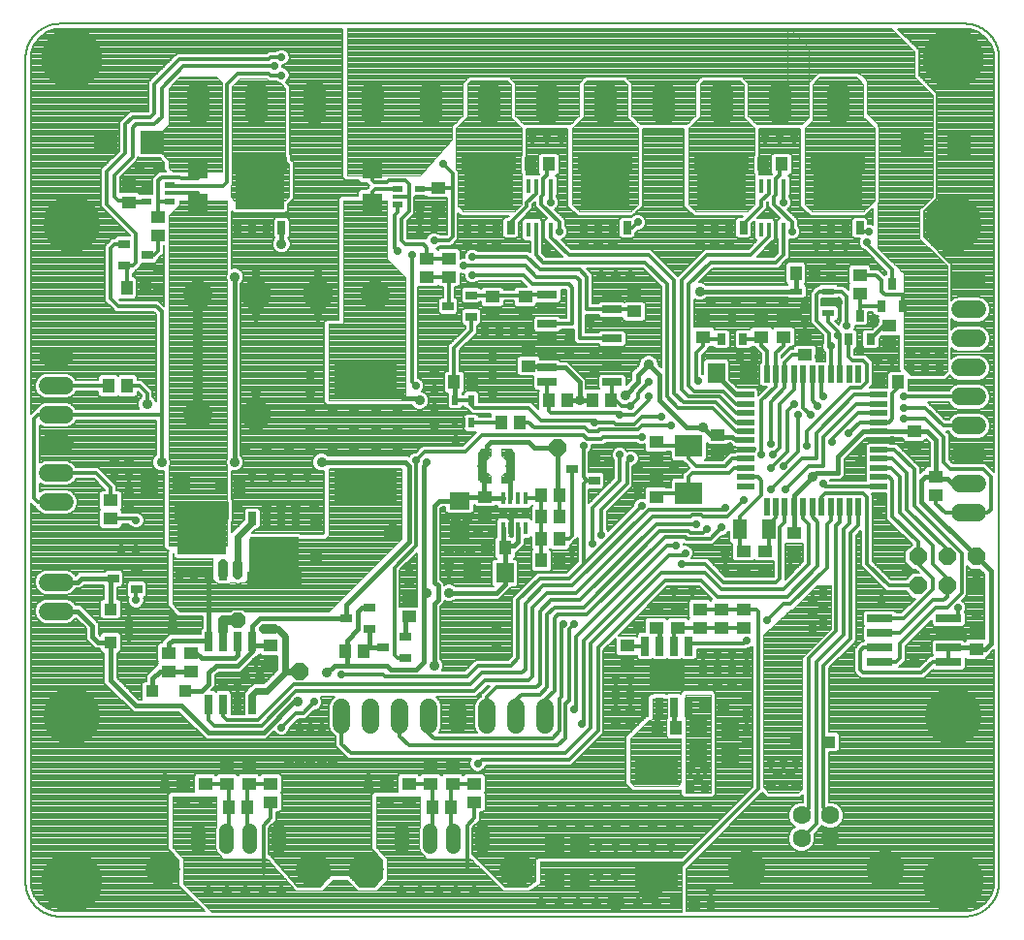
<source format=gtl>
G75*
%MOIN*%
%OFA0B0*%
%FSLAX25Y25*%
%IPPOS*%
%LPD*%
%AMOC8*
5,1,8,0,0,1.08239X$1,22.5*
%
%ADD10R,0.02756X0.04528*%
%ADD11R,0.16535X0.12205*%
%ADD12R,0.18504X0.05906*%
%ADD13R,0.03962X0.03962*%
%ADD14R,0.04331X0.04331*%
%ADD15R,0.21654X0.11811*%
%ADD16C,0.10000*%
%ADD17OC8,0.10000*%
%ADD18R,0.05118X0.04331*%
%ADD19R,0.04331X0.05118*%
%ADD20R,0.07098X0.06299*%
%ADD21R,0.03543X0.02362*%
%ADD22R,0.03543X0.01575*%
%ADD23R,0.02756X0.06890*%
%ADD24R,0.06890X0.02756*%
%ADD25C,0.06299*%
%ADD26C,0.13055*%
%ADD27R,0.01772X0.04331*%
%ADD28R,0.03150X0.09449*%
%ADD29C,0.00394*%
%ADD30C,0.03962*%
%ADD31C,0.03175*%
%ADD32C,0.01600*%
%ADD33R,0.06299X0.07087*%
%ADD34R,0.07087X0.06299*%
%ADD35R,0.03937X0.03150*%
%ADD36R,0.04724X0.07087*%
%ADD37R,0.14961X0.07874*%
%ADD38R,0.02362X0.03543*%
%ADD39R,0.01575X0.03543*%
%ADD40C,0.05118*%
%ADD41C,0.11811*%
%ADD42R,0.03150X0.03937*%
%ADD43R,0.05906X0.01969*%
%ADD44R,0.01969X0.05906*%
%ADD45R,0.09449X0.07480*%
%ADD46C,0.05906*%
%ADD47R,0.04331X0.02362*%
%ADD48R,0.01575X0.05118*%
%ADD49C,0.07677*%
%ADD50C,0.20929*%
%ADD51C,0.00787*%
%ADD52C,0.19685*%
%ADD53R,0.12205X0.09449*%
%ADD54R,0.07874X0.07874*%
%ADD55R,0.08858X0.02756*%
%ADD56OC8,0.05906*%
%ADD57C,0.03562*%
%ADD58C,0.01200*%
%ADD59C,0.02775*%
%ADD60C,0.03200*%
%ADD61C,0.00400*%
%ADD62OC8,0.06000*%
%ADD63C,0.02400*%
%ADD64OC8,0.05315*%
%ADD65C,0.07000*%
D10*
X0117028Y0146644D03*
X0122028Y0146644D03*
X0127028Y0146644D03*
X0132028Y0146644D03*
X0142028Y0165600D03*
X0147028Y0165600D03*
X0152028Y0165600D03*
X0157028Y0165600D03*
X0152028Y0265394D03*
X0147028Y0265394D03*
X0142028Y0265394D03*
X0137028Y0265394D03*
X0215778Y0265394D03*
X0220778Y0265394D03*
X0225778Y0265394D03*
X0230778Y0265394D03*
X0255778Y0265394D03*
X0260778Y0265394D03*
X0265778Y0265394D03*
X0270778Y0265394D03*
X0295778Y0265394D03*
X0300778Y0265394D03*
X0305778Y0265394D03*
X0310778Y0265394D03*
X0335778Y0265394D03*
X0340778Y0265394D03*
X0345778Y0265394D03*
X0350778Y0265394D03*
D11*
X0343278Y0277894D03*
X0303278Y0277894D03*
X0263278Y0277894D03*
X0223278Y0277894D03*
X0144528Y0277894D03*
X0124528Y0159144D03*
X0149528Y0153100D03*
D12*
X0149528Y0144045D03*
X0124528Y0168199D03*
X0144528Y0286949D03*
X0223278Y0286949D03*
X0263278Y0286949D03*
X0303278Y0286949D03*
X0343278Y0286949D03*
D13*
X0343278Y0285571D03*
X0348789Y0285571D03*
X0348789Y0280059D03*
X0343278Y0280059D03*
X0337766Y0280059D03*
X0337766Y0285571D03*
X0337766Y0274547D03*
X0343278Y0274547D03*
X0348789Y0274547D03*
X0308789Y0274547D03*
X0303278Y0274547D03*
X0303278Y0280059D03*
X0308789Y0280059D03*
X0308789Y0285571D03*
X0303278Y0285571D03*
X0297766Y0285571D03*
X0297766Y0280059D03*
X0297766Y0274547D03*
X0268789Y0274547D03*
X0263278Y0274547D03*
X0257766Y0274547D03*
X0257766Y0280059D03*
X0263278Y0280059D03*
X0268789Y0280059D03*
X0268789Y0285571D03*
X0263278Y0285571D03*
X0257766Y0285571D03*
X0228789Y0285571D03*
X0223278Y0285571D03*
X0223278Y0280059D03*
X0228789Y0280059D03*
X0228789Y0274547D03*
X0223278Y0274547D03*
X0217766Y0274547D03*
X0217766Y0280059D03*
X0217766Y0285571D03*
X0150039Y0285571D03*
X0144528Y0285571D03*
X0144528Y0280059D03*
X0150039Y0280059D03*
X0150039Y0274547D03*
X0144528Y0274547D03*
X0139016Y0274547D03*
X0139016Y0280059D03*
X0139016Y0285571D03*
X0174872Y0216526D03*
X0180778Y0216526D03*
X0186683Y0216526D03*
X0186683Y0210620D03*
X0180778Y0210620D03*
X0174872Y0210620D03*
X0174872Y0179124D03*
X0174872Y0173219D03*
X0180778Y0173219D03*
X0180778Y0179124D03*
X0186683Y0179124D03*
X0186683Y0173219D03*
X0155039Y0156447D03*
X0149528Y0156447D03*
X0149528Y0150935D03*
X0155039Y0150935D03*
X0155039Y0145423D03*
X0149528Y0145423D03*
X0144016Y0145423D03*
X0144016Y0150935D03*
X0144016Y0156447D03*
X0130039Y0155797D03*
X0124528Y0155797D03*
X0124528Y0161309D03*
X0130039Y0161309D03*
X0130039Y0166821D03*
X0124528Y0166821D03*
X0119016Y0166821D03*
X0119016Y0161309D03*
X0119016Y0155797D03*
X0276053Y0078770D03*
X0280778Y0078770D03*
X0285502Y0078770D03*
X0284528Y0108760D03*
X0288465Y0108760D03*
X0288465Y0113484D03*
X0284528Y0113484D03*
X0280591Y0113484D03*
X0280591Y0108760D03*
X0280778Y0040974D03*
X0285502Y0040974D03*
X0276053Y0040974D03*
D14*
X0328819Y0088622D03*
X0340236Y0088622D03*
X0163903Y0151663D03*
X0163903Y0163081D03*
X0118986Y0106122D03*
X0107569Y0106122D03*
X0093278Y0122913D03*
X0093278Y0134331D03*
D15*
X0180778Y0176171D03*
X0180778Y0213573D03*
D16*
X0184370Y0242372D03*
X0123435Y0242372D03*
X0123435Y0201122D03*
D17*
X0143120Y0201122D03*
X0143120Y0242372D03*
X0164685Y0242372D03*
D18*
X0202028Y0248597D03*
X0202028Y0254897D03*
X0209528Y0254897D03*
X0209528Y0248597D03*
X0224528Y0241772D03*
X0224528Y0235472D03*
X0235778Y0235472D03*
X0235778Y0241772D03*
X0237028Y0224272D03*
X0237028Y0217972D03*
X0273278Y0236722D03*
X0273278Y0243022D03*
X0297028Y0234272D03*
X0297028Y0227972D03*
X0317028Y0227972D03*
X0324528Y0227972D03*
X0324528Y0234272D03*
X0317028Y0234272D03*
X0332028Y0228022D03*
X0332028Y0221722D03*
X0350778Y0242972D03*
X0350778Y0249272D03*
X0360778Y0231772D03*
X0360778Y0225472D03*
X0369528Y0195522D03*
X0369528Y0189222D03*
X0377028Y0179897D03*
X0377028Y0173597D03*
X0328278Y0160522D03*
X0328278Y0154222D03*
X0318278Y0154272D03*
X0318278Y0147972D03*
X0310778Y0147972D03*
X0310778Y0154272D03*
X0310778Y0134272D03*
X0303278Y0134272D03*
X0303278Y0127972D03*
X0310778Y0127972D03*
X0295778Y0127972D03*
X0295778Y0134272D03*
X0288278Y0134272D03*
X0280778Y0134272D03*
X0280778Y0127972D03*
X0288278Y0127972D03*
X0270778Y0121772D03*
X0270778Y0115472D03*
X0218278Y0074272D03*
X0218278Y0067972D03*
X0210778Y0074222D03*
X0203278Y0074222D03*
X0203278Y0080522D03*
X0210778Y0080522D03*
X0195778Y0074272D03*
X0188278Y0074272D03*
X0188278Y0067972D03*
X0195778Y0067972D03*
X0148278Y0067972D03*
X0148278Y0074272D03*
X0140778Y0074222D03*
X0133278Y0074222D03*
X0133278Y0080522D03*
X0140778Y0080522D03*
X0125778Y0074272D03*
X0125778Y0067972D03*
X0118278Y0067972D03*
X0118278Y0074272D03*
X0120778Y0112972D03*
X0120778Y0119272D03*
X0113278Y0119272D03*
X0113278Y0112972D03*
X0148278Y0115472D03*
X0148278Y0121772D03*
X0195778Y0131722D03*
X0195778Y0138022D03*
X0222028Y0166722D03*
X0222028Y0173022D03*
X0280778Y0172972D03*
X0280778Y0179272D03*
X0280778Y0185472D03*
X0280778Y0191772D03*
X0302028Y0194272D03*
X0302028Y0187972D03*
X0390778Y0126772D03*
X0390778Y0120472D03*
X0205778Y0272972D03*
X0205778Y0279272D03*
X0109528Y0269272D03*
X0109528Y0262972D03*
X0099528Y0274222D03*
X0099528Y0280522D03*
X0093278Y0171772D03*
X0093278Y0165472D03*
D19*
X0131378Y0176122D03*
X0137677Y0176122D03*
X0098927Y0211122D03*
X0092628Y0211122D03*
X0098878Y0244872D03*
X0105177Y0244872D03*
X0211378Y0212372D03*
X0217677Y0212372D03*
X0227628Y0198622D03*
X0233927Y0198622D03*
X0243878Y0206122D03*
X0250177Y0206122D03*
X0258878Y0206122D03*
X0265177Y0206122D03*
X0247677Y0173622D03*
X0241378Y0173622D03*
X0241378Y0166122D03*
X0247677Y0166122D03*
X0247677Y0158622D03*
X0241378Y0158622D03*
X0241378Y0151122D03*
X0247677Y0151122D03*
X0228927Y0155497D03*
X0222628Y0155497D03*
X0180177Y0119872D03*
X0173878Y0119872D03*
X0203878Y0066122D03*
X0210177Y0066122D03*
X0140177Y0066122D03*
X0133878Y0066122D03*
X0281378Y0093622D03*
X0287677Y0093622D03*
X0297628Y0101122D03*
X0303927Y0101122D03*
X0293927Y0033622D03*
X0287628Y0033622D03*
X0357628Y0212372D03*
X0363927Y0212372D03*
X0335177Y0249872D03*
X0328878Y0249872D03*
X0323927Y0287372D03*
X0317628Y0287372D03*
X0243927Y0287372D03*
X0237628Y0287372D03*
D20*
X0183278Y0285470D03*
X0183278Y0274274D03*
X0123278Y0274274D03*
X0123278Y0285470D03*
D21*
X0113465Y0280128D03*
X0105591Y0280128D03*
X0105591Y0274616D03*
X0113465Y0274616D03*
X0191841Y0273366D03*
X0191841Y0278878D03*
X0199715Y0278878D03*
X0199715Y0273366D03*
D22*
X0199715Y0276122D03*
X0191841Y0276122D03*
X0113465Y0277372D03*
X0105591Y0277372D03*
D23*
X0127028Y0123199D03*
X0132028Y0123199D03*
X0137028Y0123199D03*
X0142028Y0123199D03*
X0142028Y0101545D03*
X0137028Y0101545D03*
X0132028Y0101545D03*
X0127028Y0101545D03*
X0277028Y0100689D03*
X0282028Y0100689D03*
X0287028Y0100689D03*
X0292028Y0100689D03*
X0292028Y0121555D03*
X0287028Y0121555D03*
X0282028Y0121555D03*
X0277028Y0121555D03*
D24*
X0265650Y0212372D03*
X0265650Y0217372D03*
X0265650Y0222372D03*
X0265650Y0227372D03*
X0265650Y0232372D03*
X0265650Y0237372D03*
X0265650Y0242372D03*
X0243406Y0242372D03*
X0243406Y0237372D03*
X0243406Y0232372D03*
X0243406Y0227372D03*
X0243406Y0222372D03*
X0243406Y0217372D03*
X0243406Y0212372D03*
D25*
X0330856Y0063415D03*
X0330856Y0055541D03*
X0340699Y0055541D03*
X0340699Y0063415D03*
D26*
X0359478Y0044872D03*
X0312077Y0044872D03*
D27*
X0235866Y0162254D03*
X0233307Y0162254D03*
X0230748Y0162254D03*
X0228189Y0162254D03*
X0228189Y0172490D03*
X0230748Y0172490D03*
X0233307Y0172490D03*
X0235866Y0172490D03*
D28*
X0230699Y0183622D03*
X0220856Y0183425D03*
D29*
X0219478Y0183546D02*
X0222234Y0183546D01*
X0222234Y0183938D02*
X0219478Y0183938D01*
X0219478Y0184330D02*
X0222234Y0184330D01*
X0222234Y0184722D02*
X0219478Y0184722D01*
X0219478Y0185115D02*
X0222234Y0185115D01*
X0222234Y0185507D02*
X0219478Y0185507D01*
X0219478Y0185899D02*
X0222543Y0185899D01*
X0222234Y0185591D02*
X0222234Y0181654D01*
X0223809Y0180079D01*
X0223809Y0177717D01*
X0220856Y0177717D01*
X0219478Y0179094D01*
X0219478Y0188150D01*
X0220856Y0189528D01*
X0223809Y0189528D01*
X0223809Y0187165D01*
X0222234Y0185591D01*
X0222935Y0186291D02*
X0219478Y0186291D01*
X0219478Y0186684D02*
X0223327Y0186684D01*
X0223719Y0187076D02*
X0219478Y0187076D01*
X0219478Y0187468D02*
X0223809Y0187468D01*
X0223809Y0187860D02*
X0219478Y0187860D01*
X0219581Y0188252D02*
X0223809Y0188252D01*
X0223809Y0188645D02*
X0219973Y0188645D01*
X0220366Y0189037D02*
X0223809Y0189037D01*
X0223809Y0189429D02*
X0220758Y0189429D01*
X0227746Y0189429D02*
X0230797Y0189429D01*
X0230699Y0189528D02*
X0232077Y0188150D01*
X0232077Y0179094D01*
X0230699Y0177717D01*
X0227746Y0177717D01*
X0227746Y0180079D01*
X0229321Y0181654D01*
X0229321Y0185591D01*
X0227746Y0187165D01*
X0227746Y0189528D01*
X0230699Y0189528D01*
X0231190Y0189037D02*
X0227746Y0189037D01*
X0227746Y0188645D02*
X0231582Y0188645D01*
X0231974Y0188252D02*
X0227746Y0188252D01*
X0227746Y0187860D02*
X0232077Y0187860D01*
X0232077Y0187468D02*
X0227746Y0187468D01*
X0227836Y0187076D02*
X0232077Y0187076D01*
X0232077Y0186684D02*
X0228228Y0186684D01*
X0228620Y0186291D02*
X0232077Y0186291D01*
X0232077Y0185899D02*
X0229012Y0185899D01*
X0229321Y0185507D02*
X0232077Y0185507D01*
X0232077Y0185115D02*
X0229321Y0185115D01*
X0229321Y0184722D02*
X0232077Y0184722D01*
X0232077Y0184330D02*
X0229321Y0184330D01*
X0229321Y0183938D02*
X0232077Y0183938D01*
X0232077Y0183546D02*
X0229321Y0183546D01*
X0229321Y0183154D02*
X0232077Y0183154D01*
X0232077Y0182761D02*
X0229321Y0182761D01*
X0229321Y0182369D02*
X0232077Y0182369D01*
X0232077Y0181977D02*
X0229321Y0181977D01*
X0229252Y0181585D02*
X0232077Y0181585D01*
X0232077Y0181193D02*
X0228860Y0181193D01*
X0228468Y0180800D02*
X0232077Y0180800D01*
X0232077Y0180408D02*
X0228075Y0180408D01*
X0227746Y0180016D02*
X0232077Y0180016D01*
X0232077Y0179624D02*
X0227746Y0179624D01*
X0227746Y0179231D02*
X0232077Y0179231D01*
X0231822Y0178839D02*
X0227746Y0178839D01*
X0227746Y0178447D02*
X0231429Y0178447D01*
X0231037Y0178055D02*
X0227746Y0178055D01*
X0223809Y0178055D02*
X0220518Y0178055D01*
X0220126Y0178447D02*
X0223809Y0178447D01*
X0223809Y0178839D02*
X0219734Y0178839D01*
X0219478Y0179231D02*
X0223809Y0179231D01*
X0223809Y0179624D02*
X0219478Y0179624D01*
X0219478Y0180016D02*
X0223809Y0180016D01*
X0223480Y0180408D02*
X0219478Y0180408D01*
X0219478Y0180800D02*
X0223087Y0180800D01*
X0222695Y0181193D02*
X0219478Y0181193D01*
X0219478Y0181585D02*
X0222303Y0181585D01*
X0222234Y0181977D02*
X0219478Y0181977D01*
X0219478Y0182369D02*
X0222234Y0182369D01*
X0222234Y0182761D02*
X0219478Y0182761D01*
X0219478Y0183154D02*
X0222234Y0183154D01*
D30*
X0221447Y0179685D03*
X0221447Y0187559D03*
X0230108Y0187559D03*
X0230108Y0179685D03*
D31*
X0230699Y0183622D03*
X0220856Y0183622D03*
D32*
X0221053Y0183622D02*
X0221447Y0183622D01*
X0221447Y0179685D01*
X0221447Y0173022D01*
X0222028Y0173022D01*
X0222028Y0172490D01*
X0228189Y0172490D01*
X0230748Y0172490D02*
X0230748Y0183474D01*
X0230502Y0183622D02*
X0230108Y0183622D01*
X0230108Y0179685D01*
X0230502Y0183622D02*
X0230502Y0187559D01*
X0230108Y0187559D01*
X0223903Y0191747D02*
X0237003Y0191747D01*
X0238878Y0189872D01*
X0247028Y0189872D01*
X0247028Y0173622D01*
X0247677Y0173622D01*
X0230778Y0167372D02*
X0230778Y0159872D01*
X0233307Y0162254D02*
X0233307Y0157402D01*
X0232028Y0156122D01*
X0229552Y0156122D01*
X0228927Y0155497D01*
X0228789Y0155359D01*
X0228789Y0146747D01*
X0228789Y0142884D01*
X0225778Y0139872D01*
X0209528Y0139872D01*
X0205778Y0137372D02*
X0205778Y0142372D01*
X0204528Y0143622D01*
X0204528Y0169872D01*
X0206289Y0171634D01*
X0213278Y0171634D01*
X0214665Y0173022D01*
X0222028Y0173022D01*
X0221053Y0183622D02*
X0221053Y0187559D01*
X0221447Y0187559D01*
X0222653Y0188765D01*
X0222653Y0190497D01*
X0223903Y0191747D01*
X0211772Y0206309D02*
X0211772Y0211978D01*
X0211378Y0212372D01*
X0199528Y0206122D02*
X0198903Y0206747D01*
X0193903Y0206747D01*
X0193278Y0207372D01*
X0193278Y0208622D01*
X0189400Y0208622D01*
X0194528Y0184872D02*
X0165778Y0184872D01*
X0194528Y0184872D02*
X0195778Y0183622D01*
X0195778Y0157372D01*
X0174341Y0135935D01*
X0174341Y0131122D01*
X0174528Y0131309D01*
X0174341Y0131122D02*
X0144528Y0131122D01*
X0142028Y0128622D01*
X0142028Y0123199D01*
X0142028Y0121772D01*
X0142028Y0119872D01*
X0137028Y0114872D01*
X0129528Y0114872D01*
X0127028Y0112372D01*
X0127028Y0108622D01*
X0124528Y0106122D01*
X0118986Y0106122D01*
X0117653Y0101122D02*
X0102028Y0101122D01*
X0093278Y0109872D01*
X0093278Y0122913D01*
X0088986Y0122913D01*
X0087028Y0124872D01*
X0087028Y0128622D01*
X0082028Y0133622D01*
X0074528Y0133622D01*
X0074528Y0143622D02*
X0082028Y0143622D01*
X0083278Y0144872D01*
X0094341Y0144872D01*
X0093278Y0143809D01*
X0093278Y0134331D01*
X0113278Y0122372D02*
X0113278Y0119272D01*
X0113278Y0122372D02*
X0114528Y0123622D01*
X0127028Y0123622D01*
X0127028Y0146644D01*
X0122028Y0146644D01*
X0117028Y0146644D01*
X0132028Y0146644D02*
X0132028Y0146122D01*
X0127028Y0123622D02*
X0127028Y0123199D01*
X0122628Y0119272D02*
X0124528Y0117372D01*
X0135778Y0117372D01*
X0137028Y0118622D01*
X0137028Y0123199D01*
X0142028Y0121772D02*
X0148278Y0121772D01*
X0148278Y0115472D02*
X0145128Y0115472D01*
X0156403Y0102372D02*
X0157653Y0102372D01*
X0156403Y0102372D02*
X0145778Y0091747D01*
X0127028Y0091747D01*
X0117653Y0101122D01*
X0107653Y0106206D02*
X0107653Y0110497D01*
X0110128Y0112972D01*
X0113278Y0112972D01*
X0112677Y0112372D01*
X0113278Y0112972D02*
X0120778Y0112972D01*
X0120778Y0119272D02*
X0122628Y0119272D01*
X0107653Y0106206D02*
X0107569Y0106122D01*
X0167653Y0112372D02*
X0170153Y0114872D01*
X0174528Y0114872D01*
X0174528Y0119222D01*
X0173878Y0119872D01*
X0174528Y0120522D01*
X0174528Y0123622D01*
X0178278Y0127372D01*
X0178278Y0133622D01*
X0179518Y0134862D01*
X0182215Y0134862D01*
X0182215Y0127382D02*
X0182215Y0121309D01*
X0182028Y0121122D01*
X0181427Y0121122D01*
X0180177Y0119872D01*
X0182028Y0121122D02*
X0186841Y0121122D01*
X0188278Y0114872D02*
X0189528Y0113622D01*
X0198278Y0113622D01*
X0200778Y0116122D01*
X0200778Y0139872D01*
X0200778Y0183622D01*
X0202028Y0184872D01*
X0228189Y0162254D02*
X0228189Y0156235D01*
X0228927Y0155497D01*
X0205778Y0137372D02*
X0204528Y0136122D01*
X0204528Y0114872D01*
X0194715Y0124862D02*
X0194715Y0130659D01*
X0195778Y0131722D01*
X0200778Y0139872D02*
X0202028Y0139872D01*
X0188278Y0114872D02*
X0174528Y0114872D01*
X0135778Y0184872D02*
X0135778Y0248622D01*
X0152028Y0259872D02*
X0152028Y0265394D01*
X0105591Y0274616D02*
X0099921Y0274616D01*
X0099528Y0274222D01*
X0237028Y0217972D02*
X0242805Y0217972D01*
X0243406Y0217372D01*
X0249528Y0217372D01*
X0254528Y0212372D01*
X0254528Y0206122D01*
X0258878Y0206122D01*
X0254528Y0206122D02*
X0250177Y0206122D01*
X0270153Y0207997D02*
X0274528Y0212372D01*
X0274528Y0214872D01*
X0278278Y0218622D01*
X0282028Y0214872D01*
X0282028Y0206122D01*
X0291403Y0196747D01*
X0297028Y0196747D01*
X0299503Y0194272D01*
X0302028Y0194272D01*
X0302677Y0193622D01*
X0307028Y0193622D01*
X0308278Y0192372D01*
X0311693Y0192372D01*
X0311693Y0208120D02*
X0308155Y0208120D01*
X0301516Y0214759D01*
X0301516Y0215497D01*
X0295778Y0243622D02*
X0329006Y0243622D01*
X0329016Y0243612D01*
X0329016Y0249734D01*
X0328878Y0249872D01*
X0352052Y0195522D02*
X0343278Y0186747D01*
X0343278Y0181122D01*
X0335778Y0181122D01*
X0334528Y0179872D01*
X0328278Y0173622D01*
X0328278Y0169587D01*
X0328228Y0169537D01*
X0328228Y0160571D01*
X0328278Y0160522D01*
X0352052Y0195522D02*
X0357362Y0195522D01*
X0369528Y0195522D01*
X0373878Y0195522D01*
X0377028Y0192372D01*
X0377028Y0179897D01*
X0377677Y0179247D01*
X0380778Y0179247D01*
X0382653Y0177372D01*
X0388278Y0177372D01*
X0377003Y0179872D02*
X0373278Y0179872D01*
X0372028Y0178622D01*
X0372028Y0171122D01*
X0390778Y0152372D01*
X0395778Y0147372D01*
X0395778Y0122372D01*
X0393878Y0120472D01*
X0390778Y0120472D01*
X0390778Y0121122D01*
X0381339Y0121122D01*
X0287028Y0100689D02*
X0287028Y0094272D01*
X0287677Y0093622D01*
X0282028Y0097372D02*
X0280778Y0096122D01*
X0280778Y0094272D01*
X0282028Y0097372D02*
X0282028Y0100689D01*
X0282028Y0121555D02*
X0282028Y0126722D01*
X0280778Y0127972D01*
D33*
X0295266Y0093622D03*
X0295266Y0084872D03*
X0306289Y0084872D03*
X0306289Y0093622D03*
X0228789Y0146747D03*
X0217766Y0146747D03*
X0301516Y0215497D03*
X0312539Y0215497D03*
X0117539Y0177372D03*
X0106516Y0177372D03*
D34*
X0213278Y0171634D03*
X0213278Y0160610D03*
X0245778Y0052884D03*
X0254528Y0052884D03*
X0254528Y0041860D03*
X0245778Y0041860D03*
D35*
X0194715Y0117382D03*
X0194715Y0124862D03*
X0186841Y0121122D03*
X0182215Y0127382D03*
X0182215Y0134862D03*
X0174341Y0131122D03*
X0102215Y0141132D03*
X0102215Y0148612D03*
X0094341Y0144872D03*
X0209341Y0238622D03*
X0217215Y0234882D03*
X0217215Y0242362D03*
X0259715Y0186112D03*
X0259715Y0178632D03*
X0251841Y0182372D03*
X0105965Y0256122D03*
X0098091Y0252382D03*
X0098091Y0259862D03*
D36*
X0309606Y0161747D03*
X0319449Y0161747D03*
D37*
X0280778Y0078376D03*
X0280778Y0041368D03*
D38*
X0217283Y0198435D03*
X0211772Y0198435D03*
X0211772Y0206309D03*
X0217283Y0206309D03*
D39*
X0214528Y0198435D03*
D40*
X0210965Y0058100D02*
X0210965Y0052982D01*
X0203091Y0052982D02*
X0203091Y0058100D01*
X0193248Y0058100D02*
X0193248Y0052982D01*
X0220807Y0052982D02*
X0220807Y0058100D01*
X0150807Y0058100D02*
X0150807Y0052982D01*
X0140965Y0052982D02*
X0140965Y0058100D01*
X0133091Y0058100D02*
X0133091Y0052982D01*
X0123248Y0052982D02*
X0123248Y0058100D01*
D41*
X0111161Y0044872D03*
X0162894Y0044872D03*
X0181161Y0044872D03*
X0232894Y0044872D03*
D42*
X0303287Y0227185D03*
X0310768Y0227185D03*
X0307028Y0235059D03*
X0347037Y0227185D03*
X0354518Y0227185D03*
X0350778Y0235059D03*
X0358287Y0238435D03*
X0365768Y0238435D03*
X0362028Y0246309D03*
D43*
X0357362Y0208120D03*
X0357362Y0204970D03*
X0357362Y0201821D03*
X0357362Y0198671D03*
X0357362Y0195522D03*
X0357362Y0192372D03*
X0357362Y0189222D03*
X0357362Y0186073D03*
X0357362Y0182923D03*
X0357362Y0179774D03*
X0357362Y0176624D03*
X0311693Y0176624D03*
X0311693Y0179774D03*
X0311693Y0182923D03*
X0311693Y0186073D03*
X0311693Y0189222D03*
X0311693Y0192372D03*
X0311693Y0195522D03*
X0311693Y0198671D03*
X0311693Y0201821D03*
X0311693Y0204970D03*
X0311693Y0208120D03*
D44*
X0318780Y0215207D03*
X0321929Y0215207D03*
X0325079Y0215207D03*
X0328228Y0215207D03*
X0331378Y0215207D03*
X0334528Y0215207D03*
X0337677Y0215207D03*
X0340827Y0215207D03*
X0343976Y0215207D03*
X0347126Y0215207D03*
X0350276Y0215207D03*
X0350276Y0169537D03*
X0347126Y0169537D03*
X0343976Y0169537D03*
X0340827Y0169537D03*
X0337677Y0169537D03*
X0334528Y0169537D03*
X0331378Y0169537D03*
X0328228Y0169537D03*
X0325079Y0169537D03*
X0321929Y0169537D03*
X0318780Y0169537D03*
D45*
X0292028Y0174301D03*
X0292028Y0190443D03*
D46*
X0385325Y0187372D02*
X0391230Y0187372D01*
X0391230Y0197372D02*
X0385325Y0197372D01*
X0385325Y0207372D02*
X0391230Y0207372D01*
X0391230Y0217372D02*
X0385325Y0217372D01*
X0385325Y0227372D02*
X0391230Y0227372D01*
X0391230Y0237372D02*
X0385325Y0237372D01*
X0385325Y0247372D02*
X0391230Y0247372D01*
X0391230Y0177372D02*
X0385325Y0177372D01*
X0385325Y0167372D02*
X0391230Y0167372D01*
X0242756Y0100472D02*
X0242756Y0094567D01*
X0232756Y0094567D02*
X0232756Y0100472D01*
X0222756Y0100472D02*
X0222756Y0094567D01*
X0212756Y0094567D02*
X0212756Y0100472D01*
X0202756Y0100472D02*
X0202756Y0094567D01*
X0192756Y0094567D02*
X0192756Y0100472D01*
X0182756Y0100472D02*
X0182756Y0094567D01*
X0172756Y0094567D02*
X0172756Y0100472D01*
X0077480Y0133622D02*
X0071575Y0133622D01*
X0071575Y0143622D02*
X0077480Y0143622D01*
X0077480Y0171122D02*
X0071575Y0171122D01*
X0071575Y0181122D02*
X0077480Y0181122D01*
X0077480Y0191122D02*
X0071575Y0191122D01*
X0071575Y0201122D02*
X0077480Y0201122D01*
X0077480Y0211122D02*
X0071575Y0211122D01*
X0071575Y0221122D02*
X0077480Y0221122D01*
D47*
X0329016Y0236132D03*
X0329016Y0243612D03*
X0340039Y0243612D03*
X0340039Y0239872D03*
X0340039Y0236132D03*
D48*
X0324616Y0264892D03*
X0322057Y0264892D03*
X0319498Y0264892D03*
X0316939Y0264892D03*
X0316939Y0279852D03*
X0319498Y0279852D03*
X0322057Y0279852D03*
X0324616Y0279852D03*
X0244616Y0279852D03*
X0242057Y0279852D03*
X0239498Y0279852D03*
X0236939Y0279852D03*
X0236939Y0264892D03*
X0239498Y0264892D03*
X0242057Y0264892D03*
X0244616Y0264892D03*
D49*
X0243278Y0304783D02*
X0243278Y0312461D01*
X0263278Y0312461D02*
X0263278Y0304783D01*
X0283278Y0304783D02*
X0283278Y0312461D01*
X0303278Y0312461D02*
X0303278Y0304783D01*
X0323278Y0304783D02*
X0323278Y0312461D01*
X0343278Y0312461D02*
X0343278Y0304783D01*
X0223278Y0304783D02*
X0223278Y0312461D01*
X0203278Y0312461D02*
X0203278Y0304783D01*
X0183278Y0304783D02*
X0183278Y0312461D01*
X0163278Y0312461D02*
X0163278Y0304783D01*
X0143278Y0304783D02*
X0143278Y0312461D01*
X0123278Y0312461D02*
X0123278Y0304783D01*
D50*
X0079803Y0323898D03*
X0382953Y0323898D03*
X0382953Y0040433D03*
X0079803Y0040433D03*
D51*
X0064055Y0040433D02*
X0064055Y0323898D01*
X0065843Y0323898D02*
X0065966Y0325466D01*
X0066935Y0328448D01*
X0068778Y0330985D01*
X0071316Y0332829D01*
X0074298Y0333798D01*
X0075866Y0333921D01*
X0172934Y0333921D01*
X0172934Y0282962D01*
X0173867Y0282028D01*
X0178335Y0282028D01*
X0178335Y0281744D01*
X0179151Y0280927D01*
X0181284Y0280927D01*
X0181284Y0280921D01*
X0181909Y0280296D01*
X0182333Y0279872D01*
X0181284Y0278823D01*
X0181284Y0278817D01*
X0179151Y0278817D01*
X0178335Y0278001D01*
X0178335Y0276466D01*
X0172617Y0276466D01*
X0171684Y0275532D01*
X0171684Y0233966D01*
X0167617Y0233966D01*
X0166684Y0233032D01*
X0166684Y0205462D01*
X0167617Y0204528D01*
X0195188Y0204528D01*
X0195213Y0204553D01*
X0196741Y0204553D01*
X0196836Y0204324D01*
X0197729Y0203431D01*
X0198896Y0202947D01*
X0200159Y0202947D01*
X0201326Y0203431D01*
X0202219Y0204324D01*
X0202702Y0205491D01*
X0202702Y0206754D01*
X0202219Y0207920D01*
X0201326Y0208814D01*
X0200319Y0209231D01*
X0200635Y0209547D01*
X0201059Y0210569D01*
X0201059Y0211675D01*
X0200635Y0212697D01*
X0199853Y0213480D01*
X0199021Y0213824D01*
X0199021Y0245038D01*
X0205164Y0245038D01*
X0205778Y0245652D01*
X0206391Y0245038D01*
X0207534Y0245038D01*
X0207534Y0241591D01*
X0206795Y0241591D01*
X0205978Y0240774D01*
X0205978Y0236470D01*
X0206795Y0235654D01*
X0211886Y0235654D01*
X0212703Y0236470D01*
X0212703Y0240774D01*
X0211886Y0241591D01*
X0211521Y0241591D01*
X0211521Y0245038D01*
X0212664Y0245038D01*
X0213480Y0245855D01*
X0213480Y0249796D01*
X0213974Y0249591D01*
X0214871Y0249591D01*
X0214871Y0248694D01*
X0215295Y0247672D01*
X0216077Y0246889D01*
X0217099Y0246466D01*
X0218206Y0246466D01*
X0219228Y0246889D01*
X0219592Y0247253D01*
X0234327Y0247253D01*
X0236249Y0245331D01*
X0232641Y0245331D01*
X0231825Y0244514D01*
X0231825Y0244356D01*
X0228480Y0244356D01*
X0228480Y0244514D01*
X0227664Y0245331D01*
X0221391Y0245331D01*
X0220576Y0244515D01*
X0219760Y0245331D01*
X0214669Y0245331D01*
X0213852Y0244514D01*
X0213852Y0240210D01*
X0214669Y0239394D01*
X0219760Y0239394D01*
X0220575Y0240208D01*
X0220575Y0239029D01*
X0221391Y0238213D01*
X0227664Y0238213D01*
X0228480Y0239029D01*
X0228480Y0240369D01*
X0231825Y0240369D01*
X0231825Y0239029D01*
X0232641Y0238213D01*
X0238914Y0238213D01*
X0239730Y0239029D01*
X0239730Y0239600D01*
X0247428Y0239600D01*
X0248244Y0240417D01*
X0248244Y0244128D01*
X0249952Y0244128D01*
X0250034Y0244046D01*
X0250034Y0234366D01*
X0248206Y0234366D01*
X0247428Y0235144D01*
X0239383Y0235144D01*
X0238567Y0234327D01*
X0238567Y0230417D01*
X0239383Y0229600D01*
X0247428Y0229600D01*
X0248206Y0230378D01*
X0252534Y0230378D01*
X0252534Y0226546D01*
X0253702Y0225378D01*
X0260849Y0225378D01*
X0261627Y0224600D01*
X0269672Y0224600D01*
X0270488Y0225417D01*
X0270488Y0229327D01*
X0269672Y0230144D01*
X0261627Y0230144D01*
X0260849Y0229366D01*
X0256521Y0229366D01*
X0256521Y0235378D01*
X0260849Y0235378D01*
X0261627Y0234600D01*
X0269325Y0234600D01*
X0269325Y0233980D01*
X0270141Y0233163D01*
X0276414Y0233163D01*
X0277230Y0233980D01*
X0277230Y0239465D01*
X0276414Y0240281D01*
X0270141Y0240281D01*
X0269838Y0239978D01*
X0269672Y0240144D01*
X0261627Y0240144D01*
X0260849Y0239366D01*
X0259021Y0239366D01*
X0259021Y0249448D01*
X0256841Y0251628D01*
X0276202Y0251628D01*
X0282534Y0245296D01*
X0282534Y0217468D01*
X0281452Y0218550D01*
X0281452Y0219254D01*
X0280969Y0220420D01*
X0280076Y0221314D01*
X0278909Y0221797D01*
X0277646Y0221797D01*
X0276479Y0221314D01*
X0275586Y0220420D01*
X0275103Y0219254D01*
X0275103Y0218550D01*
X0272334Y0215781D01*
X0272334Y0213281D01*
X0270488Y0211435D01*
X0270488Y0214327D01*
X0269672Y0215144D01*
X0261627Y0215144D01*
X0260811Y0214327D01*
X0260811Y0210417D01*
X0261153Y0210075D01*
X0256721Y0210075D01*
X0256721Y0213281D01*
X0255436Y0214566D01*
X0250436Y0219566D01*
X0248006Y0219566D01*
X0247428Y0220144D01*
X0243736Y0220144D01*
X0243714Y0220166D01*
X0240980Y0220166D01*
X0240980Y0220715D01*
X0240164Y0221531D01*
X0233891Y0221531D01*
X0233075Y0220715D01*
X0233075Y0215230D01*
X0233891Y0214413D01*
X0238653Y0214413D01*
X0238567Y0214327D01*
X0238567Y0210417D01*
X0239383Y0209600D01*
X0240661Y0209600D01*
X0240319Y0209258D01*
X0240319Y0203150D01*
X0239021Y0204448D01*
X0237853Y0205616D01*
X0219858Y0205616D01*
X0219858Y0208658D01*
X0219042Y0209474D01*
X0215525Y0209474D01*
X0214709Y0208658D01*
X0214709Y0208303D01*
X0214346Y0208303D01*
X0214346Y0208645D01*
X0214937Y0209236D01*
X0214937Y0215508D01*
X0214121Y0216325D01*
X0213372Y0216325D01*
X0213372Y0223397D01*
X0219208Y0229233D01*
X0219208Y0231913D01*
X0219760Y0231913D01*
X0220577Y0232730D01*
X0220577Y0237034D01*
X0219760Y0237850D01*
X0214669Y0237850D01*
X0213852Y0237034D01*
X0213852Y0232730D01*
X0214669Y0231913D01*
X0215221Y0231913D01*
X0215221Y0230885D01*
X0209384Y0225048D01*
X0209384Y0216325D01*
X0208635Y0216325D01*
X0207819Y0215508D01*
X0207819Y0209236D01*
X0208635Y0208419D01*
X0209197Y0208419D01*
X0209197Y0203960D01*
X0210013Y0203144D01*
X0213530Y0203144D01*
X0214346Y0203960D01*
X0214346Y0204315D01*
X0214709Y0204315D01*
X0214709Y0203960D01*
X0215525Y0203144D01*
X0215936Y0203144D01*
X0216202Y0202878D01*
X0217452Y0201628D01*
X0224069Y0201628D01*
X0224069Y0200616D01*
X0219858Y0200616D01*
X0219858Y0200784D01*
X0219042Y0201600D01*
X0215525Y0201600D01*
X0214709Y0200784D01*
X0214709Y0196086D01*
X0215525Y0195270D01*
X0218981Y0195270D01*
X0214327Y0190616D01*
X0200577Y0190616D01*
X0199409Y0189448D01*
X0198239Y0188278D01*
X0197724Y0188278D01*
X0196702Y0187855D01*
X0195920Y0187072D01*
X0195776Y0186726D01*
X0195436Y0187066D01*
X0168074Y0187066D01*
X0167576Y0187564D01*
X0166409Y0188047D01*
X0165146Y0188047D01*
X0163979Y0187564D01*
X0163086Y0186670D01*
X0162603Y0185504D01*
X0162603Y0184241D01*
X0163086Y0183074D01*
X0163979Y0182181D01*
X0165146Y0181697D01*
X0166409Y0181697D01*
X0166684Y0181811D01*
X0166684Y0160532D01*
X0166367Y0160216D01*
X0158753Y0160216D01*
X0158373Y0160596D01*
X0142045Y0160596D01*
X0143391Y0161943D01*
X0143983Y0161943D01*
X0144799Y0162759D01*
X0144799Y0168441D01*
X0143983Y0169258D01*
X0140072Y0169258D01*
X0139256Y0168441D01*
X0139256Y0165143D01*
X0134871Y0160759D01*
X0134871Y0164367D01*
X0135173Y0164669D01*
X0135173Y0171729D01*
X0134871Y0172031D01*
X0134871Y0172920D01*
X0134937Y0172986D01*
X0134937Y0179258D01*
X0134871Y0179324D01*
X0134871Y0181811D01*
X0135146Y0181697D01*
X0136409Y0181697D01*
X0137576Y0182181D01*
X0138469Y0183074D01*
X0138952Y0184241D01*
X0138952Y0185504D01*
X0138469Y0186670D01*
X0137971Y0187168D01*
X0137971Y0246326D01*
X0138469Y0246824D01*
X0138952Y0247991D01*
X0138952Y0249254D01*
X0138469Y0250420D01*
X0137576Y0251314D01*
X0136409Y0251797D01*
X0135146Y0251797D01*
X0134871Y0251683D01*
X0134871Y0271209D01*
X0135683Y0270398D01*
X0153373Y0270398D01*
X0154189Y0271214D01*
X0154189Y0273530D01*
X0154871Y0274212D01*
X0155188Y0274528D01*
X0156121Y0275462D01*
X0156121Y0288032D01*
X0155188Y0288966D01*
X0155173Y0288980D01*
X0155173Y0290479D01*
X0154871Y0290781D01*
X0154871Y0314282D01*
X0153938Y0315216D01*
X0153540Y0315613D01*
X0153603Y0315639D01*
X0154385Y0316422D01*
X0154809Y0317444D01*
X0154809Y0318550D01*
X0154385Y0319572D01*
X0153603Y0320355D01*
X0152581Y0320778D01*
X0152309Y0320778D01*
X0152309Y0321466D01*
X0152581Y0321466D01*
X0153603Y0321889D01*
X0154385Y0322672D01*
X0154809Y0323694D01*
X0154809Y0324800D01*
X0154385Y0325822D01*
X0153603Y0326605D01*
X0152581Y0327028D01*
X0151474Y0327028D01*
X0150452Y0326605D01*
X0150088Y0326241D01*
X0147452Y0326241D01*
X0146827Y0325616D01*
X0116202Y0325616D01*
X0115034Y0324448D01*
X0106284Y0315698D01*
X0106284Y0305698D01*
X0106202Y0305616D01*
X0099952Y0305616D01*
X0098784Y0304448D01*
X0096284Y0301948D01*
X0096284Y0291948D01*
X0090034Y0285698D01*
X0090034Y0272796D01*
X0091202Y0271628D01*
X0099999Y0262831D01*
X0095545Y0262831D01*
X0094728Y0262014D01*
X0094728Y0261856D01*
X0093692Y0261856D01*
X0092452Y0260616D01*
X0091284Y0259448D01*
X0091284Y0240296D01*
X0093784Y0237796D01*
X0094952Y0236628D01*
X0108077Y0236628D01*
X0108784Y0235921D01*
X0108784Y0205910D01*
X0108469Y0206670D01*
X0107771Y0207368D01*
X0107771Y0209448D01*
X0106603Y0210616D01*
X0104103Y0213116D01*
X0102486Y0213116D01*
X0102486Y0214258D01*
X0101670Y0215075D01*
X0096185Y0215075D01*
X0095778Y0214668D01*
X0095371Y0215075D01*
X0089885Y0215075D01*
X0089069Y0214258D01*
X0089069Y0213116D01*
X0081359Y0213116D01*
X0081165Y0213584D01*
X0079942Y0214807D01*
X0078345Y0215468D01*
X0070710Y0215468D01*
X0069113Y0214807D01*
X0067890Y0213584D01*
X0067228Y0211987D01*
X0067228Y0210257D01*
X0067890Y0208660D01*
X0069113Y0207437D01*
X0070710Y0206776D01*
X0078345Y0206776D01*
X0079942Y0207437D01*
X0081165Y0208660D01*
X0081359Y0209128D01*
X0089069Y0209128D01*
X0089069Y0207986D01*
X0089885Y0207169D01*
X0095371Y0207169D01*
X0095778Y0207576D01*
X0096185Y0207169D01*
X0101670Y0207169D01*
X0102486Y0207986D01*
X0102486Y0209094D01*
X0103784Y0207796D01*
X0103784Y0207368D01*
X0103086Y0206670D01*
X0102603Y0205504D01*
X0102603Y0204241D01*
X0103069Y0203116D01*
X0081359Y0203116D01*
X0081165Y0203584D01*
X0079942Y0204807D01*
X0078345Y0205468D01*
X0070710Y0205468D01*
X0069113Y0204807D01*
X0067890Y0203584D01*
X0067696Y0203116D01*
X0067452Y0203116D01*
X0066202Y0201866D01*
X0065843Y0201506D01*
X0065843Y0323898D01*
X0065860Y0324125D02*
X0114711Y0324125D01*
X0113925Y0323339D02*
X0065843Y0323339D01*
X0065843Y0322553D02*
X0113139Y0322553D01*
X0112354Y0321768D02*
X0065843Y0321768D01*
X0065843Y0320982D02*
X0111568Y0320982D01*
X0110782Y0320196D02*
X0065843Y0320196D01*
X0065843Y0319410D02*
X0109996Y0319410D01*
X0109210Y0318624D02*
X0065843Y0318624D01*
X0065843Y0317838D02*
X0108424Y0317838D01*
X0107638Y0317052D02*
X0065843Y0317052D01*
X0065843Y0316266D02*
X0106852Y0316266D01*
X0106284Y0315480D02*
X0065843Y0315480D01*
X0065843Y0314694D02*
X0106284Y0314694D01*
X0106284Y0313908D02*
X0065843Y0313908D01*
X0065843Y0313123D02*
X0106284Y0313123D01*
X0106284Y0312337D02*
X0065843Y0312337D01*
X0065843Y0311551D02*
X0106284Y0311551D01*
X0106284Y0310765D02*
X0065843Y0310765D01*
X0065843Y0309979D02*
X0106284Y0309979D01*
X0106284Y0309193D02*
X0065843Y0309193D01*
X0065843Y0308407D02*
X0106284Y0308407D01*
X0106284Y0307621D02*
X0065843Y0307621D01*
X0065843Y0306835D02*
X0106284Y0306835D01*
X0106284Y0306049D02*
X0065843Y0306049D01*
X0065843Y0305263D02*
X0099599Y0305263D01*
X0098813Y0304477D02*
X0065843Y0304477D01*
X0065843Y0303692D02*
X0098028Y0303692D01*
X0098784Y0304448D02*
X0098784Y0304448D01*
X0097242Y0302906D02*
X0065843Y0302906D01*
X0065843Y0302120D02*
X0096456Y0302120D01*
X0096284Y0301334D02*
X0065843Y0301334D01*
X0065843Y0300548D02*
X0096284Y0300548D01*
X0096284Y0299762D02*
X0065843Y0299762D01*
X0065843Y0298976D02*
X0096284Y0298976D01*
X0096284Y0298190D02*
X0065843Y0298190D01*
X0065843Y0297404D02*
X0096284Y0297404D01*
X0096284Y0296618D02*
X0065843Y0296618D01*
X0065843Y0295832D02*
X0096284Y0295832D01*
X0096284Y0295047D02*
X0065843Y0295047D01*
X0065843Y0294261D02*
X0096284Y0294261D01*
X0096284Y0293475D02*
X0065843Y0293475D01*
X0065843Y0292689D02*
X0096284Y0292689D01*
X0096239Y0291903D02*
X0065843Y0291903D01*
X0065843Y0291117D02*
X0095453Y0291117D01*
X0094667Y0290331D02*
X0065843Y0290331D01*
X0065843Y0289545D02*
X0093881Y0289545D01*
X0093095Y0288759D02*
X0065843Y0288759D01*
X0065843Y0287973D02*
X0092309Y0287973D01*
X0091523Y0287187D02*
X0065843Y0287187D01*
X0065843Y0286401D02*
X0090737Y0286401D01*
X0090034Y0285616D02*
X0065843Y0285616D01*
X0065843Y0284830D02*
X0090034Y0284830D01*
X0090034Y0284044D02*
X0065843Y0284044D01*
X0065843Y0283258D02*
X0090034Y0283258D01*
X0090034Y0282472D02*
X0065843Y0282472D01*
X0065843Y0281686D02*
X0090034Y0281686D01*
X0090034Y0280900D02*
X0065843Y0280900D01*
X0065843Y0280114D02*
X0090034Y0280114D01*
X0090034Y0279328D02*
X0065843Y0279328D01*
X0065843Y0278542D02*
X0090034Y0278542D01*
X0090034Y0277756D02*
X0065843Y0277756D01*
X0065843Y0276971D02*
X0090034Y0276971D01*
X0090034Y0276185D02*
X0065843Y0276185D01*
X0065843Y0275399D02*
X0090034Y0275399D01*
X0090034Y0274613D02*
X0065843Y0274613D01*
X0065843Y0273827D02*
X0090034Y0273827D01*
X0090034Y0273041D02*
X0065843Y0273041D01*
X0065843Y0272255D02*
X0090575Y0272255D01*
X0091361Y0271469D02*
X0065843Y0271469D01*
X0065843Y0270683D02*
X0092147Y0270683D01*
X0092933Y0269897D02*
X0065843Y0269897D01*
X0065843Y0269111D02*
X0093719Y0269111D01*
X0094505Y0268325D02*
X0065843Y0268325D01*
X0065843Y0267540D02*
X0095291Y0267540D01*
X0096076Y0266754D02*
X0065843Y0266754D01*
X0065843Y0265968D02*
X0096862Y0265968D01*
X0097648Y0265182D02*
X0065843Y0265182D01*
X0065843Y0264396D02*
X0098434Y0264396D01*
X0099220Y0263610D02*
X0065843Y0263610D01*
X0065843Y0262824D02*
X0095538Y0262824D01*
X0094752Y0262038D02*
X0065843Y0262038D01*
X0065843Y0261252D02*
X0093088Y0261252D01*
X0092302Y0260466D02*
X0065843Y0260466D01*
X0065843Y0259680D02*
X0091516Y0259680D01*
X0091284Y0258895D02*
X0065843Y0258895D01*
X0065843Y0258109D02*
X0091284Y0258109D01*
X0091284Y0257323D02*
X0065843Y0257323D01*
X0065843Y0256537D02*
X0091284Y0256537D01*
X0091284Y0255751D02*
X0065843Y0255751D01*
X0065843Y0254965D02*
X0091284Y0254965D01*
X0091284Y0254179D02*
X0065843Y0254179D01*
X0065843Y0253393D02*
X0091284Y0253393D01*
X0091284Y0252607D02*
X0065843Y0252607D01*
X0065843Y0251821D02*
X0091284Y0251821D01*
X0091284Y0251035D02*
X0065843Y0251035D01*
X0065843Y0250249D02*
X0091284Y0250249D01*
X0091284Y0249464D02*
X0065843Y0249464D01*
X0065843Y0248678D02*
X0091284Y0248678D01*
X0091284Y0247892D02*
X0065843Y0247892D01*
X0065843Y0247106D02*
X0091284Y0247106D01*
X0091284Y0246320D02*
X0065843Y0246320D01*
X0065843Y0245534D02*
X0091284Y0245534D01*
X0091284Y0244748D02*
X0065843Y0244748D01*
X0065843Y0243962D02*
X0091284Y0243962D01*
X0091284Y0243176D02*
X0065843Y0243176D01*
X0065843Y0242390D02*
X0091284Y0242390D01*
X0091284Y0241604D02*
X0065843Y0241604D01*
X0065843Y0240819D02*
X0091284Y0240819D01*
X0091547Y0240033D02*
X0065843Y0240033D01*
X0065843Y0239247D02*
X0092333Y0239247D01*
X0093119Y0238461D02*
X0065843Y0238461D01*
X0065843Y0237675D02*
X0093905Y0237675D01*
X0094691Y0236889D02*
X0065843Y0236889D01*
X0065843Y0236103D02*
X0108602Y0236103D01*
X0108784Y0235317D02*
X0065843Y0235317D01*
X0065843Y0234531D02*
X0108784Y0234531D01*
X0108784Y0233745D02*
X0065843Y0233745D01*
X0065843Y0232959D02*
X0108784Y0232959D01*
X0108784Y0232173D02*
X0065843Y0232173D01*
X0065843Y0231388D02*
X0108784Y0231388D01*
X0108784Y0230602D02*
X0065843Y0230602D01*
X0065843Y0229816D02*
X0108784Y0229816D01*
X0108784Y0229030D02*
X0065843Y0229030D01*
X0065843Y0228244D02*
X0108784Y0228244D01*
X0108784Y0227458D02*
X0065843Y0227458D01*
X0065843Y0226672D02*
X0108784Y0226672D01*
X0108784Y0225886D02*
X0065843Y0225886D01*
X0065843Y0225100D02*
X0108784Y0225100D01*
X0108784Y0224314D02*
X0065843Y0224314D01*
X0065843Y0223528D02*
X0108784Y0223528D01*
X0108784Y0222743D02*
X0065843Y0222743D01*
X0065843Y0221957D02*
X0108784Y0221957D01*
X0108784Y0221171D02*
X0065843Y0221171D01*
X0065843Y0220385D02*
X0108784Y0220385D01*
X0108784Y0219599D02*
X0065843Y0219599D01*
X0065843Y0218813D02*
X0108784Y0218813D01*
X0108784Y0218027D02*
X0065843Y0218027D01*
X0065843Y0217241D02*
X0108784Y0217241D01*
X0108784Y0216455D02*
X0065843Y0216455D01*
X0065843Y0215669D02*
X0108784Y0215669D01*
X0108784Y0214883D02*
X0101861Y0214883D01*
X0102486Y0214097D02*
X0108784Y0214097D01*
X0108784Y0213312D02*
X0102486Y0213312D01*
X0104693Y0212526D02*
X0108784Y0212526D01*
X0108784Y0211740D02*
X0105479Y0211740D01*
X0106265Y0210954D02*
X0108784Y0210954D01*
X0108784Y0210168D02*
X0107051Y0210168D01*
X0107771Y0209382D02*
X0108784Y0209382D01*
X0108784Y0208596D02*
X0107771Y0208596D01*
X0107771Y0207810D02*
X0108784Y0207810D01*
X0108784Y0207024D02*
X0108115Y0207024D01*
X0108648Y0206238D02*
X0108784Y0206238D01*
X0103770Y0207810D02*
X0102311Y0207810D01*
X0102486Y0208596D02*
X0102984Y0208596D01*
X0103440Y0207024D02*
X0078945Y0207024D01*
X0080315Y0207810D02*
X0089244Y0207810D01*
X0089069Y0208596D02*
X0081101Y0208596D01*
X0080083Y0204667D02*
X0102603Y0204667D01*
X0102603Y0205452D02*
X0078384Y0205452D01*
X0080869Y0203881D02*
X0102752Y0203881D01*
X0102907Y0206238D02*
X0065843Y0206238D01*
X0065843Y0205452D02*
X0070671Y0205452D01*
X0070110Y0207024D02*
X0065843Y0207024D01*
X0065843Y0207810D02*
X0068740Y0207810D01*
X0067954Y0208596D02*
X0065843Y0208596D01*
X0065843Y0209382D02*
X0067591Y0209382D01*
X0067265Y0210168D02*
X0065843Y0210168D01*
X0065843Y0210954D02*
X0067228Y0210954D01*
X0067228Y0211740D02*
X0065843Y0211740D01*
X0065843Y0212526D02*
X0067452Y0212526D01*
X0067777Y0213312D02*
X0065843Y0213312D01*
X0065843Y0214097D02*
X0068403Y0214097D01*
X0069298Y0214883D02*
X0065843Y0214883D01*
X0065843Y0204667D02*
X0068972Y0204667D01*
X0068187Y0203881D02*
X0065843Y0203881D01*
X0065843Y0203095D02*
X0067431Y0203095D01*
X0066645Y0202309D02*
X0065843Y0202309D01*
X0065843Y0201523D02*
X0065859Y0201523D01*
X0069021Y0197529D02*
X0069113Y0197437D01*
X0070710Y0196776D01*
X0078345Y0196776D01*
X0079942Y0197437D01*
X0081165Y0198660D01*
X0081359Y0199128D01*
X0108784Y0199128D01*
X0108784Y0187368D01*
X0108086Y0186670D01*
X0107603Y0185504D01*
X0107603Y0184241D01*
X0108086Y0183074D01*
X0108979Y0182181D01*
X0110146Y0181697D01*
X0111409Y0181697D01*
X0111684Y0181811D01*
X0111684Y0155462D01*
X0112617Y0154528D01*
X0113180Y0154528D01*
X0112934Y0154282D01*
X0112934Y0135462D01*
X0113867Y0134528D01*
X0116367Y0132028D01*
X0124834Y0132028D01*
X0124834Y0127799D01*
X0124256Y0127221D01*
X0124256Y0125816D01*
X0113619Y0125816D01*
X0112334Y0124531D01*
X0111084Y0123281D01*
X0111084Y0122831D01*
X0110141Y0122831D01*
X0109325Y0122014D01*
X0109325Y0116529D01*
X0109732Y0116122D01*
X0109325Y0115715D01*
X0109325Y0115166D01*
X0109219Y0115166D01*
X0107934Y0113881D01*
X0105459Y0111406D01*
X0105459Y0109681D01*
X0104826Y0109681D01*
X0104010Y0108865D01*
X0104010Y0103379D01*
X0104074Y0103316D01*
X0102936Y0103316D01*
X0095471Y0110781D01*
X0095471Y0119354D01*
X0096020Y0119354D01*
X0096837Y0120171D01*
X0096837Y0125656D01*
X0096020Y0126472D01*
X0090535Y0126472D01*
X0089719Y0125656D01*
X0089719Y0125283D01*
X0089221Y0125781D01*
X0089221Y0129531D01*
X0084221Y0134531D01*
X0082936Y0135816D01*
X0081276Y0135816D01*
X0081165Y0136084D01*
X0079942Y0137307D01*
X0078345Y0137968D01*
X0070710Y0137968D01*
X0069113Y0137307D01*
X0067890Y0136084D01*
X0067228Y0134487D01*
X0067228Y0132757D01*
X0067890Y0131160D01*
X0069113Y0129937D01*
X0070710Y0129276D01*
X0078345Y0129276D01*
X0079942Y0129937D01*
X0081165Y0131160D01*
X0081230Y0131317D01*
X0084834Y0127713D01*
X0084834Y0123963D01*
X0086119Y0122678D01*
X0088078Y0120720D01*
X0089719Y0120720D01*
X0089719Y0120171D01*
X0090535Y0119354D01*
X0091084Y0119354D01*
X0091084Y0108963D01*
X0101119Y0098928D01*
X0116744Y0098928D01*
X0126119Y0089553D01*
X0146686Y0089553D01*
X0147971Y0090838D01*
X0149526Y0092393D01*
X0149670Y0092047D01*
X0150452Y0091264D01*
X0151474Y0090841D01*
X0152581Y0090841D01*
X0153603Y0091264D01*
X0154385Y0092047D01*
X0154809Y0093069D01*
X0154809Y0093584D01*
X0157853Y0096628D01*
X0160353Y0096628D01*
X0163316Y0099591D01*
X0163831Y0099591D01*
X0164853Y0100014D01*
X0165635Y0100797D01*
X0166059Y0101819D01*
X0166059Y0102925D01*
X0165635Y0103947D01*
X0165454Y0104128D01*
X0170265Y0104128D01*
X0169071Y0102934D01*
X0168409Y0101337D01*
X0168409Y0093702D01*
X0169071Y0092105D01*
X0170294Y0090882D01*
X0170762Y0090688D01*
X0170762Y0087068D01*
X0171930Y0085900D01*
X0174952Y0082878D01*
X0217351Y0082878D01*
X0217170Y0082697D01*
X0216746Y0081675D01*
X0216746Y0080569D01*
X0217170Y0079547D01*
X0217952Y0078764D01*
X0218974Y0078341D01*
X0220081Y0078341D01*
X0221103Y0078764D01*
X0221885Y0079547D01*
X0222230Y0080378D01*
X0251603Y0080378D01*
X0252771Y0081546D01*
X0262771Y0091546D01*
X0262771Y0120296D01*
X0266825Y0124350D01*
X0266825Y0119029D01*
X0267641Y0118213D01*
X0273914Y0118213D01*
X0274256Y0118555D01*
X0274256Y0117533D01*
X0275072Y0116717D01*
X0278983Y0116717D01*
X0279528Y0117261D01*
X0280072Y0116717D01*
X0283983Y0116717D01*
X0284528Y0117261D01*
X0285072Y0116717D01*
X0288983Y0116717D01*
X0289528Y0117261D01*
X0290072Y0116717D01*
X0293983Y0116717D01*
X0294799Y0117533D01*
X0294799Y0120378D01*
X0311603Y0120378D01*
X0312066Y0120841D01*
X0312581Y0120841D01*
X0313603Y0121264D01*
X0313784Y0121445D01*
X0313784Y0073198D01*
X0289552Y0048966D01*
X0240117Y0048966D01*
X0239184Y0048032D01*
X0239184Y0046712D01*
X0239184Y0040725D01*
X0236545Y0038966D01*
X0228938Y0038966D01*
X0217771Y0050132D01*
X0217771Y0059046D01*
X0220271Y0061546D01*
X0220271Y0064413D01*
X0221414Y0064413D01*
X0222230Y0065230D01*
X0222230Y0070715D01*
X0221823Y0071122D01*
X0222230Y0071529D01*
X0222230Y0077014D01*
X0221414Y0077831D01*
X0215141Y0077831D01*
X0214503Y0077192D01*
X0213914Y0077781D01*
X0207641Y0077781D01*
X0207028Y0077168D01*
X0206414Y0077781D01*
X0200141Y0077781D01*
X0199552Y0077192D01*
X0198914Y0077831D01*
X0192641Y0077831D01*
X0191825Y0077014D01*
X0191825Y0071529D01*
X0191888Y0071466D01*
X0191480Y0071466D01*
X0191414Y0071531D01*
X0185141Y0071531D01*
X0185075Y0071466D01*
X0183867Y0071466D01*
X0182934Y0070532D01*
X0182934Y0051712D01*
X0183867Y0050778D01*
X0186684Y0047962D01*
X0186684Y0041782D01*
X0183867Y0038966D01*
X0178938Y0038966D01*
X0175188Y0042716D01*
X0168867Y0042716D01*
X0167934Y0041782D01*
X0165117Y0038966D01*
X0157743Y0038966D01*
X0148621Y0049228D01*
X0148621Y0049282D01*
X0148188Y0049716D01*
X0147780Y0050174D01*
X0147771Y0050175D01*
X0147771Y0059046D01*
X0150271Y0061546D01*
X0150271Y0064413D01*
X0151414Y0064413D01*
X0152230Y0065230D01*
X0152230Y0070715D01*
X0151823Y0071122D01*
X0152230Y0071529D01*
X0152230Y0077014D01*
X0151414Y0077831D01*
X0145141Y0077831D01*
X0144503Y0077192D01*
X0143914Y0077781D01*
X0137641Y0077781D01*
X0137028Y0077168D01*
X0136414Y0077781D01*
X0130141Y0077781D01*
X0129552Y0077192D01*
X0128914Y0077831D01*
X0122641Y0077831D01*
X0121825Y0077014D01*
X0121825Y0071529D01*
X0121888Y0071466D01*
X0121480Y0071466D01*
X0121414Y0071531D01*
X0115141Y0071531D01*
X0115075Y0071466D01*
X0113867Y0071466D01*
X0112934Y0070532D01*
X0112934Y0051712D01*
X0113867Y0050778D01*
X0116684Y0047962D01*
X0116684Y0039212D01*
X0117617Y0038278D01*
X0125486Y0030409D01*
X0075866Y0030409D01*
X0074298Y0030533D01*
X0071316Y0031502D01*
X0068778Y0033345D01*
X0066935Y0035882D01*
X0065966Y0038865D01*
X0065843Y0040433D01*
X0065843Y0170738D01*
X0066284Y0170296D01*
X0067452Y0169128D01*
X0067696Y0169128D01*
X0067890Y0168660D01*
X0069113Y0167437D01*
X0070710Y0166776D01*
X0078345Y0166776D01*
X0079942Y0167437D01*
X0081165Y0168660D01*
X0081827Y0170257D01*
X0081827Y0171987D01*
X0081165Y0173584D01*
X0079942Y0174807D01*
X0078345Y0175468D01*
X0070710Y0175468D01*
X0069113Y0174807D01*
X0069021Y0174715D01*
X0069021Y0177529D01*
X0069113Y0177437D01*
X0070710Y0176776D01*
X0078345Y0176776D01*
X0079942Y0177437D01*
X0081165Y0178660D01*
X0081359Y0179128D01*
X0087452Y0179128D01*
X0091249Y0175331D01*
X0090141Y0175331D01*
X0089325Y0174514D01*
X0089325Y0169029D01*
X0089732Y0168622D01*
X0089325Y0168215D01*
X0089325Y0162730D01*
X0090141Y0161913D01*
X0096414Y0161913D01*
X0097230Y0162730D01*
X0097230Y0163479D01*
X0099594Y0163479D01*
X0099670Y0163297D01*
X0100452Y0162514D01*
X0101474Y0162091D01*
X0102581Y0162091D01*
X0103603Y0162514D01*
X0104385Y0163297D01*
X0104809Y0164319D01*
X0104809Y0165425D01*
X0104385Y0166447D01*
X0103603Y0167230D01*
X0102581Y0167653D01*
X0101474Y0167653D01*
X0101023Y0167466D01*
X0097230Y0167466D01*
X0097230Y0168215D01*
X0096823Y0168622D01*
X0097230Y0169029D01*
X0097230Y0174514D01*
X0096414Y0175331D01*
X0095271Y0175331D01*
X0095271Y0176948D01*
X0094103Y0178116D01*
X0089103Y0183116D01*
X0081359Y0183116D01*
X0081165Y0183584D01*
X0079942Y0184807D01*
X0078345Y0185468D01*
X0070710Y0185468D01*
X0069113Y0184807D01*
X0069021Y0184715D01*
X0069021Y0197529D01*
X0069021Y0196807D02*
X0070633Y0196807D01*
X0069021Y0196021D02*
X0108784Y0196021D01*
X0108784Y0195236D02*
X0069021Y0195236D01*
X0069021Y0194450D02*
X0108784Y0194450D01*
X0108784Y0193664D02*
X0069021Y0193664D01*
X0069021Y0192878D02*
X0108784Y0192878D01*
X0108784Y0192092D02*
X0069021Y0192092D01*
X0069021Y0191306D02*
X0108784Y0191306D01*
X0108784Y0190520D02*
X0069021Y0190520D01*
X0069021Y0189734D02*
X0108784Y0189734D01*
X0108784Y0188948D02*
X0069021Y0188948D01*
X0069021Y0188162D02*
X0108784Y0188162D01*
X0108784Y0187376D02*
X0069021Y0187376D01*
X0069021Y0186591D02*
X0108053Y0186591D01*
X0107727Y0185805D02*
X0069021Y0185805D01*
X0069021Y0185019D02*
X0069624Y0185019D01*
X0069783Y0177160D02*
X0069021Y0177160D01*
X0069021Y0176374D02*
X0090206Y0176374D01*
X0089420Y0177160D02*
X0079272Y0177160D01*
X0080451Y0177945D02*
X0088635Y0177945D01*
X0087849Y0178731D02*
X0081195Y0178731D01*
X0079947Y0174802D02*
X0089612Y0174802D01*
X0089325Y0174016D02*
X0080733Y0174016D01*
X0081312Y0173230D02*
X0089325Y0173230D01*
X0089325Y0172444D02*
X0081637Y0172444D01*
X0081827Y0171658D02*
X0089325Y0171658D01*
X0089325Y0170872D02*
X0081827Y0170872D01*
X0081756Y0170086D02*
X0089325Y0170086D01*
X0089325Y0169300D02*
X0081430Y0169300D01*
X0081020Y0168515D02*
X0089624Y0168515D01*
X0089325Y0167729D02*
X0080234Y0167729D01*
X0078748Y0166943D02*
X0089325Y0166943D01*
X0089325Y0166157D02*
X0065843Y0166157D01*
X0065843Y0166943D02*
X0070307Y0166943D01*
X0068821Y0167729D02*
X0065843Y0167729D01*
X0065843Y0168515D02*
X0068035Y0168515D01*
X0067280Y0169300D02*
X0065843Y0169300D01*
X0065843Y0170086D02*
X0066494Y0170086D01*
X0065843Y0165371D02*
X0089325Y0165371D01*
X0089325Y0164585D02*
X0065843Y0164585D01*
X0065843Y0163799D02*
X0089325Y0163799D01*
X0089325Y0163013D02*
X0065843Y0163013D01*
X0065843Y0162227D02*
X0089827Y0162227D01*
X0096728Y0162227D02*
X0101145Y0162227D01*
X0099953Y0163013D02*
X0097230Y0163013D01*
X0097230Y0167729D02*
X0111684Y0167729D01*
X0111684Y0168515D02*
X0096931Y0168515D01*
X0097230Y0169300D02*
X0111684Y0169300D01*
X0111684Y0170086D02*
X0097230Y0170086D01*
X0097230Y0170872D02*
X0111684Y0170872D01*
X0111684Y0171658D02*
X0097230Y0171658D01*
X0097230Y0172444D02*
X0111684Y0172444D01*
X0111684Y0173230D02*
X0097230Y0173230D01*
X0097230Y0174016D02*
X0111684Y0174016D01*
X0111684Y0174802D02*
X0096943Y0174802D01*
X0095271Y0175588D02*
X0111684Y0175588D01*
X0111684Y0176374D02*
X0095271Y0176374D01*
X0095060Y0177160D02*
X0111684Y0177160D01*
X0111684Y0177945D02*
X0094274Y0177945D01*
X0093488Y0178731D02*
X0111684Y0178731D01*
X0111684Y0179517D02*
X0092702Y0179517D01*
X0091916Y0180303D02*
X0111684Y0180303D01*
X0111684Y0181089D02*
X0091130Y0181089D01*
X0090344Y0181875D02*
X0109717Y0181875D01*
X0108499Y0182661D02*
X0089558Y0182661D01*
X0090992Y0175588D02*
X0069021Y0175588D01*
X0069021Y0174802D02*
X0069108Y0174802D01*
X0065843Y0161441D02*
X0111684Y0161441D01*
X0111684Y0160655D02*
X0065843Y0160655D01*
X0065843Y0159870D02*
X0111684Y0159870D01*
X0111684Y0159084D02*
X0065843Y0159084D01*
X0065843Y0158298D02*
X0111684Y0158298D01*
X0111684Y0157512D02*
X0065843Y0157512D01*
X0065843Y0156726D02*
X0111684Y0156726D01*
X0111684Y0155940D02*
X0065843Y0155940D01*
X0065843Y0155154D02*
X0111992Y0155154D01*
X0113020Y0154368D02*
X0065843Y0154368D01*
X0065843Y0153582D02*
X0112934Y0153582D01*
X0112934Y0152796D02*
X0065843Y0152796D01*
X0065843Y0152010D02*
X0112934Y0152010D01*
X0112934Y0151224D02*
X0065843Y0151224D01*
X0065843Y0150439D02*
X0112934Y0150439D01*
X0112934Y0149653D02*
X0065843Y0149653D01*
X0065843Y0148867D02*
X0112934Y0148867D01*
X0112934Y0148081D02*
X0065843Y0148081D01*
X0065843Y0147295D02*
X0069101Y0147295D01*
X0069113Y0147307D02*
X0067890Y0146084D01*
X0067228Y0144487D01*
X0067228Y0142757D01*
X0067890Y0141160D01*
X0069113Y0139937D01*
X0070710Y0139276D01*
X0078345Y0139276D01*
X0079942Y0139937D01*
X0081165Y0141160D01*
X0081276Y0141428D01*
X0082936Y0141428D01*
X0084186Y0142678D01*
X0091020Y0142678D01*
X0091084Y0142614D01*
X0091084Y0137890D01*
X0090535Y0137890D01*
X0089719Y0137073D01*
X0089719Y0131588D01*
X0090535Y0130772D01*
X0096020Y0130772D01*
X0096837Y0131588D01*
X0096837Y0137073D01*
X0096020Y0137890D01*
X0095471Y0137890D01*
X0095471Y0141904D01*
X0096886Y0141904D01*
X0097703Y0142720D01*
X0097703Y0147024D01*
X0096886Y0147841D01*
X0091795Y0147841D01*
X0091020Y0147066D01*
X0082369Y0147066D01*
X0081230Y0145927D01*
X0081165Y0146084D01*
X0079942Y0147307D01*
X0078345Y0147968D01*
X0070710Y0147968D01*
X0069113Y0147307D01*
X0068315Y0146509D02*
X0065843Y0146509D01*
X0065843Y0145723D02*
X0067741Y0145723D01*
X0067415Y0144937D02*
X0065843Y0144937D01*
X0065843Y0144151D02*
X0067228Y0144151D01*
X0067228Y0143365D02*
X0065843Y0143365D01*
X0065843Y0142579D02*
X0067302Y0142579D01*
X0067628Y0141794D02*
X0065843Y0141794D01*
X0065843Y0141008D02*
X0068042Y0141008D01*
X0068828Y0140222D02*
X0065843Y0140222D01*
X0065843Y0139436D02*
X0070324Y0139436D01*
X0070458Y0137864D02*
X0065843Y0137864D01*
X0065843Y0138650D02*
X0091084Y0138650D01*
X0091084Y0139436D02*
X0078732Y0139436D01*
X0078597Y0137864D02*
X0090509Y0137864D01*
X0089723Y0137078D02*
X0080171Y0137078D01*
X0080957Y0136292D02*
X0089719Y0136292D01*
X0089719Y0135506D02*
X0083246Y0135506D01*
X0084032Y0134720D02*
X0089719Y0134720D01*
X0089719Y0133934D02*
X0084818Y0133934D01*
X0085603Y0133148D02*
X0089719Y0133148D01*
X0089719Y0132363D02*
X0086389Y0132363D01*
X0087175Y0131577D02*
X0089730Y0131577D01*
X0090516Y0130791D02*
X0087961Y0130791D01*
X0088747Y0130005D02*
X0124834Y0130005D01*
X0124834Y0130791D02*
X0096039Y0130791D01*
X0096825Y0131577D02*
X0124834Y0131577D01*
X0124834Y0129219D02*
X0089221Y0129219D01*
X0089221Y0128433D02*
X0124834Y0128433D01*
X0124682Y0127647D02*
X0089221Y0127647D01*
X0089221Y0126861D02*
X0124256Y0126861D01*
X0124256Y0126075D02*
X0096417Y0126075D01*
X0096837Y0125289D02*
X0113092Y0125289D01*
X0112307Y0124503D02*
X0096837Y0124503D01*
X0096837Y0123718D02*
X0111521Y0123718D01*
X0111084Y0122932D02*
X0096837Y0122932D01*
X0096837Y0122146D02*
X0109456Y0122146D01*
X0109325Y0121360D02*
X0096837Y0121360D01*
X0096837Y0120574D02*
X0109325Y0120574D01*
X0109325Y0119788D02*
X0096454Y0119788D01*
X0095471Y0119002D02*
X0109325Y0119002D01*
X0109325Y0118216D02*
X0095471Y0118216D01*
X0095471Y0117430D02*
X0109325Y0117430D01*
X0109325Y0116644D02*
X0095471Y0116644D01*
X0095471Y0115858D02*
X0109468Y0115858D01*
X0109126Y0115072D02*
X0095471Y0115072D01*
X0095471Y0114287D02*
X0108340Y0114287D01*
X0107554Y0113501D02*
X0095471Y0113501D01*
X0095471Y0112715D02*
X0106768Y0112715D01*
X0105982Y0111929D02*
X0095471Y0111929D01*
X0095471Y0111143D02*
X0105459Y0111143D01*
X0105459Y0110357D02*
X0095895Y0110357D01*
X0096681Y0109571D02*
X0104716Y0109571D01*
X0104010Y0108785D02*
X0097467Y0108785D01*
X0098253Y0107999D02*
X0104010Y0107999D01*
X0104010Y0107213D02*
X0099039Y0107213D01*
X0099825Y0106427D02*
X0104010Y0106427D01*
X0104010Y0105642D02*
X0100610Y0105642D01*
X0101396Y0104856D02*
X0104010Y0104856D01*
X0104010Y0104070D02*
X0102182Y0104070D01*
X0099121Y0100926D02*
X0065843Y0100926D01*
X0065843Y0100140D02*
X0099907Y0100140D01*
X0100693Y0099354D02*
X0065843Y0099354D01*
X0065843Y0098568D02*
X0117104Y0098568D01*
X0117890Y0097782D02*
X0065843Y0097782D01*
X0065843Y0096996D02*
X0118676Y0096996D01*
X0119462Y0096211D02*
X0065843Y0096211D01*
X0065843Y0095425D02*
X0120248Y0095425D01*
X0121034Y0094639D02*
X0065843Y0094639D01*
X0065843Y0093853D02*
X0121819Y0093853D01*
X0122605Y0093067D02*
X0065843Y0093067D01*
X0065843Y0092281D02*
X0123391Y0092281D01*
X0124177Y0091495D02*
X0065843Y0091495D01*
X0065843Y0090709D02*
X0124963Y0090709D01*
X0125749Y0089923D02*
X0065843Y0089923D01*
X0065843Y0089137D02*
X0170762Y0089137D01*
X0170762Y0088351D02*
X0065843Y0088351D01*
X0065843Y0087566D02*
X0170762Y0087566D01*
X0171050Y0086780D02*
X0065843Y0086780D01*
X0065843Y0085994D02*
X0171836Y0085994D01*
X0172622Y0085208D02*
X0065843Y0085208D01*
X0065843Y0084422D02*
X0173408Y0084422D01*
X0174194Y0083636D02*
X0065843Y0083636D01*
X0065843Y0082850D02*
X0217323Y0082850D01*
X0216908Y0082064D02*
X0065843Y0082064D01*
X0065843Y0081278D02*
X0216746Y0081278D01*
X0216778Y0080492D02*
X0065843Y0080492D01*
X0065843Y0079706D02*
X0217104Y0079706D01*
X0217796Y0078920D02*
X0065843Y0078920D01*
X0065843Y0078135D02*
X0270434Y0078135D01*
X0270434Y0078920D02*
X0221259Y0078920D01*
X0221951Y0079706D02*
X0270434Y0079706D01*
X0270434Y0080492D02*
X0251717Y0080492D01*
X0252503Y0081278D02*
X0270434Y0081278D01*
X0270434Y0082064D02*
X0253289Y0082064D01*
X0254075Y0082850D02*
X0270434Y0082850D01*
X0270434Y0083636D02*
X0254861Y0083636D01*
X0255647Y0084422D02*
X0270434Y0084422D01*
X0270434Y0085208D02*
X0256433Y0085208D01*
X0257219Y0085994D02*
X0270434Y0085994D01*
X0270434Y0086780D02*
X0258005Y0086780D01*
X0258791Y0087566D02*
X0270434Y0087566D01*
X0270434Y0088351D02*
X0259576Y0088351D01*
X0260362Y0089137D02*
X0270434Y0089137D01*
X0270434Y0089923D02*
X0261148Y0089923D01*
X0261934Y0090709D02*
X0270611Y0090709D01*
X0270434Y0090532D02*
X0270434Y0074212D01*
X0271367Y0073278D01*
X0272617Y0072028D01*
X0288938Y0072028D01*
X0289184Y0072275D01*
X0289184Y0070462D01*
X0290117Y0069528D01*
X0300188Y0069528D01*
X0301121Y0070462D01*
X0301121Y0097920D01*
X0301187Y0097986D01*
X0301187Y0104258D01*
X0301121Y0104324D01*
X0301121Y0105532D01*
X0300188Y0106466D01*
X0290117Y0106466D01*
X0289184Y0105532D01*
X0289184Y0105326D01*
X0288983Y0105528D01*
X0285072Y0105528D01*
X0284761Y0105216D01*
X0284295Y0105216D01*
X0283983Y0105528D01*
X0280072Y0105528D01*
X0279761Y0105216D01*
X0278867Y0105216D01*
X0277934Y0104282D01*
X0277934Y0098032D01*
X0270434Y0090532D01*
X0271397Y0091495D02*
X0262720Y0091495D01*
X0262771Y0092281D02*
X0272183Y0092281D01*
X0272969Y0093067D02*
X0262771Y0093067D01*
X0262771Y0093853D02*
X0273755Y0093853D01*
X0274540Y0094639D02*
X0262771Y0094639D01*
X0262771Y0095425D02*
X0275326Y0095425D01*
X0276112Y0096211D02*
X0262771Y0096211D01*
X0262771Y0096996D02*
X0276898Y0096996D01*
X0277684Y0097782D02*
X0262771Y0097782D01*
X0262771Y0098568D02*
X0277934Y0098568D01*
X0277934Y0099354D02*
X0262771Y0099354D01*
X0262771Y0100140D02*
X0277934Y0100140D01*
X0277934Y0100926D02*
X0262771Y0100926D01*
X0262771Y0101712D02*
X0277934Y0101712D01*
X0277934Y0102498D02*
X0262771Y0102498D01*
X0262771Y0103284D02*
X0277934Y0103284D01*
X0277934Y0104070D02*
X0262771Y0104070D01*
X0262771Y0104856D02*
X0278507Y0104856D01*
X0289293Y0105642D02*
X0262771Y0105642D01*
X0262771Y0106427D02*
X0290079Y0106427D01*
X0300226Y0106427D02*
X0313784Y0106427D01*
X0313784Y0105642D02*
X0301012Y0105642D01*
X0301121Y0104856D02*
X0313784Y0104856D01*
X0313784Y0104070D02*
X0301187Y0104070D01*
X0301187Y0103284D02*
X0313784Y0103284D01*
X0313784Y0102498D02*
X0301187Y0102498D01*
X0301187Y0101712D02*
X0313784Y0101712D01*
X0313784Y0100926D02*
X0301187Y0100926D01*
X0301187Y0100140D02*
X0313784Y0100140D01*
X0313784Y0099354D02*
X0301187Y0099354D01*
X0301187Y0098568D02*
X0313784Y0098568D01*
X0313784Y0097782D02*
X0301121Y0097782D01*
X0301121Y0096996D02*
X0313784Y0096996D01*
X0313784Y0096211D02*
X0301121Y0096211D01*
X0301121Y0095425D02*
X0313784Y0095425D01*
X0313784Y0094639D02*
X0301121Y0094639D01*
X0301121Y0093853D02*
X0313784Y0093853D01*
X0313784Y0093067D02*
X0301121Y0093067D01*
X0301121Y0092281D02*
X0313784Y0092281D01*
X0313784Y0091495D02*
X0301121Y0091495D01*
X0301121Y0090709D02*
X0313784Y0090709D01*
X0313784Y0089923D02*
X0301121Y0089923D01*
X0301121Y0089137D02*
X0313784Y0089137D01*
X0313784Y0088351D02*
X0301121Y0088351D01*
X0301121Y0087566D02*
X0313784Y0087566D01*
X0313784Y0086780D02*
X0301121Y0086780D01*
X0301121Y0085994D02*
X0313784Y0085994D01*
X0313784Y0085208D02*
X0301121Y0085208D01*
X0301121Y0084422D02*
X0313784Y0084422D01*
X0313784Y0083636D02*
X0301121Y0083636D01*
X0301121Y0082850D02*
X0313784Y0082850D01*
X0313784Y0082064D02*
X0301121Y0082064D01*
X0301121Y0081278D02*
X0313784Y0081278D01*
X0313784Y0080492D02*
X0301121Y0080492D01*
X0301121Y0079706D02*
X0313784Y0079706D01*
X0313784Y0078920D02*
X0301121Y0078920D01*
X0301121Y0078135D02*
X0313784Y0078135D01*
X0313784Y0077349D02*
X0301121Y0077349D01*
X0301121Y0076563D02*
X0313784Y0076563D01*
X0313784Y0075777D02*
X0301121Y0075777D01*
X0301121Y0074991D02*
X0313784Y0074991D01*
X0313784Y0074205D02*
X0301121Y0074205D01*
X0301121Y0073419D02*
X0313784Y0073419D01*
X0313219Y0072633D02*
X0301121Y0072633D01*
X0301121Y0071847D02*
X0312433Y0071847D01*
X0311647Y0071061D02*
X0301121Y0071061D01*
X0300935Y0070275D02*
X0310861Y0070275D01*
X0310076Y0069490D02*
X0222230Y0069490D01*
X0222230Y0070275D02*
X0289370Y0070275D01*
X0289184Y0071061D02*
X0221884Y0071061D01*
X0222230Y0071847D02*
X0289184Y0071847D01*
X0302216Y0061630D02*
X0220271Y0061630D01*
X0220271Y0062416D02*
X0303002Y0062416D01*
X0303788Y0063202D02*
X0220271Y0063202D01*
X0220271Y0063988D02*
X0304574Y0063988D01*
X0305360Y0064774D02*
X0221775Y0064774D01*
X0222230Y0065560D02*
X0306146Y0065560D01*
X0306932Y0066346D02*
X0222230Y0066346D01*
X0222230Y0067132D02*
X0307718Y0067132D01*
X0308504Y0067918D02*
X0222230Y0067918D01*
X0222230Y0068704D02*
X0309290Y0068704D01*
X0311785Y0065560D02*
X0326827Y0065560D01*
X0327005Y0065989D02*
X0326313Y0064319D01*
X0326313Y0062512D01*
X0327005Y0060842D01*
X0328283Y0059564D01*
X0328489Y0059478D01*
X0328283Y0059393D01*
X0327005Y0058115D01*
X0326313Y0056445D01*
X0326313Y0054638D01*
X0327005Y0052968D01*
X0328283Y0051690D01*
X0329953Y0050998D01*
X0331760Y0050998D01*
X0333430Y0051690D01*
X0334708Y0052968D01*
X0335400Y0054638D01*
X0335400Y0056445D01*
X0335159Y0057025D01*
X0337771Y0059637D01*
X0337771Y0059918D01*
X0338125Y0059564D01*
X0339795Y0058872D01*
X0341603Y0058872D01*
X0343272Y0059564D01*
X0344550Y0060842D01*
X0345242Y0062512D01*
X0345242Y0064319D01*
X0344550Y0065989D01*
X0343272Y0067267D01*
X0341603Y0067959D01*
X0340271Y0067959D01*
X0340271Y0085063D01*
X0342979Y0085063D01*
X0343795Y0085879D01*
X0343795Y0091365D01*
X0342979Y0092181D01*
X0340271Y0092181D01*
X0340271Y0114046D01*
X0348478Y0122253D01*
X0348478Y0122253D01*
X0349646Y0123421D01*
X0349646Y0159671D01*
X0351101Y0161126D01*
X0351101Y0161126D01*
X0351284Y0161309D01*
X0351284Y0149046D01*
X0358784Y0141546D01*
X0359952Y0140378D01*
X0366624Y0140378D01*
X0368977Y0138026D01*
X0369862Y0138026D01*
X0364952Y0133116D01*
X0363501Y0133116D01*
X0362723Y0133894D01*
X0352710Y0133894D01*
X0351894Y0133077D01*
X0351894Y0129167D01*
X0352438Y0128622D01*
X0351894Y0128077D01*
X0351894Y0124167D01*
X0352438Y0123622D01*
X0351932Y0123116D01*
X0351202Y0123116D01*
X0350034Y0121948D01*
X0348784Y0120698D01*
X0348784Y0112796D01*
X0349952Y0111628D01*
X0351202Y0110378D01*
X0372853Y0110378D01*
X0374021Y0111546D01*
X0376079Y0113604D01*
X0376332Y0113350D01*
X0386345Y0113350D01*
X0387161Y0114167D01*
X0387161Y0117393D01*
X0387641Y0116913D01*
X0393914Y0116913D01*
X0394730Y0117730D01*
X0394730Y0118279D01*
X0394787Y0118279D01*
X0396686Y0120178D01*
X0396913Y0120406D01*
X0396913Y0040433D01*
X0396790Y0038865D01*
X0395821Y0035882D01*
X0393978Y0033345D01*
X0391440Y0031502D01*
X0388458Y0030533D01*
X0386890Y0030409D01*
X0291121Y0030409D01*
X0291121Y0030420D01*
X0291187Y0030486D01*
X0291187Y0036758D01*
X0291121Y0036824D01*
X0291121Y0044896D01*
X0316603Y0070378D01*
X0316603Y0070378D01*
X0317310Y0071085D01*
X0318867Y0069528D01*
X0330188Y0069528D01*
X0331121Y0070462D01*
X0331284Y0070625D01*
X0331284Y0067959D01*
X0329953Y0067959D01*
X0328283Y0067267D01*
X0327005Y0065989D01*
X0327362Y0066346D02*
X0312571Y0066346D01*
X0313357Y0067132D02*
X0328148Y0067132D01*
X0329854Y0067918D02*
X0314143Y0067918D01*
X0314929Y0068704D02*
X0331284Y0068704D01*
X0331284Y0069490D02*
X0315715Y0069490D01*
X0316500Y0070275D02*
X0318120Y0070275D01*
X0317334Y0071061D02*
X0317286Y0071061D01*
X0310999Y0064774D02*
X0326501Y0064774D01*
X0326313Y0063988D02*
X0310213Y0063988D01*
X0309427Y0063202D02*
X0326313Y0063202D01*
X0326352Y0062416D02*
X0308641Y0062416D01*
X0307855Y0061630D02*
X0326678Y0061630D01*
X0327004Y0060844D02*
X0307069Y0060844D01*
X0306284Y0060059D02*
X0327788Y0060059D01*
X0328162Y0059273D02*
X0305498Y0059273D01*
X0304712Y0058487D02*
X0327376Y0058487D01*
X0326833Y0057701D02*
X0303926Y0057701D01*
X0303140Y0056915D02*
X0326508Y0056915D01*
X0326313Y0056129D02*
X0302354Y0056129D01*
X0301568Y0055343D02*
X0326313Y0055343D01*
X0326346Y0054557D02*
X0300782Y0054557D01*
X0299996Y0053771D02*
X0326672Y0053771D01*
X0326997Y0052985D02*
X0299210Y0052985D01*
X0298424Y0052199D02*
X0327773Y0052199D01*
X0328949Y0051414D02*
X0297639Y0051414D01*
X0296853Y0050628D02*
X0396913Y0050628D01*
X0396913Y0051414D02*
X0332763Y0051414D01*
X0333940Y0052199D02*
X0396913Y0052199D01*
X0396913Y0052985D02*
X0334715Y0052985D01*
X0335041Y0053771D02*
X0396913Y0053771D01*
X0396913Y0054557D02*
X0335366Y0054557D01*
X0335400Y0055343D02*
X0396913Y0055343D01*
X0396913Y0056129D02*
X0335400Y0056129D01*
X0335205Y0056915D02*
X0396913Y0056915D01*
X0396913Y0057701D02*
X0335835Y0057701D01*
X0336621Y0058487D02*
X0396913Y0058487D01*
X0396913Y0059273D02*
X0342570Y0059273D01*
X0343767Y0060059D02*
X0396913Y0060059D01*
X0396913Y0060844D02*
X0344552Y0060844D01*
X0344877Y0061630D02*
X0396913Y0061630D01*
X0396913Y0062416D02*
X0345203Y0062416D01*
X0345242Y0063202D02*
X0396913Y0063202D01*
X0396913Y0063988D02*
X0345242Y0063988D01*
X0345054Y0064774D02*
X0396913Y0064774D01*
X0396913Y0065560D02*
X0344728Y0065560D01*
X0344194Y0066346D02*
X0396913Y0066346D01*
X0396913Y0067132D02*
X0343408Y0067132D01*
X0341701Y0067918D02*
X0396913Y0067918D01*
X0396913Y0068704D02*
X0340271Y0068704D01*
X0340271Y0069490D02*
X0396913Y0069490D01*
X0396913Y0070275D02*
X0340271Y0070275D01*
X0340271Y0071061D02*
X0396913Y0071061D01*
X0396913Y0071847D02*
X0340271Y0071847D01*
X0340271Y0072633D02*
X0396913Y0072633D01*
X0396913Y0073419D02*
X0340271Y0073419D01*
X0340271Y0074205D02*
X0396913Y0074205D01*
X0396913Y0074991D02*
X0340271Y0074991D01*
X0340271Y0075777D02*
X0396913Y0075777D01*
X0396913Y0076563D02*
X0340271Y0076563D01*
X0340271Y0077349D02*
X0396913Y0077349D01*
X0396913Y0078135D02*
X0340271Y0078135D01*
X0340271Y0078920D02*
X0396913Y0078920D01*
X0396913Y0079706D02*
X0340271Y0079706D01*
X0340271Y0080492D02*
X0396913Y0080492D01*
X0396913Y0081278D02*
X0340271Y0081278D01*
X0340271Y0082064D02*
X0396913Y0082064D01*
X0396913Y0082850D02*
X0340271Y0082850D01*
X0340271Y0083636D02*
X0396913Y0083636D01*
X0396913Y0084422D02*
X0340271Y0084422D01*
X0343124Y0085208D02*
X0396913Y0085208D01*
X0396913Y0085994D02*
X0343795Y0085994D01*
X0343795Y0086780D02*
X0396913Y0086780D01*
X0396913Y0087566D02*
X0343795Y0087566D01*
X0343795Y0088351D02*
X0396913Y0088351D01*
X0396913Y0089137D02*
X0343795Y0089137D01*
X0343795Y0089923D02*
X0396913Y0089923D01*
X0396913Y0090709D02*
X0343795Y0090709D01*
X0343665Y0091495D02*
X0396913Y0091495D01*
X0396913Y0092281D02*
X0340271Y0092281D01*
X0340271Y0093067D02*
X0396913Y0093067D01*
X0396913Y0093853D02*
X0340271Y0093853D01*
X0340271Y0094639D02*
X0396913Y0094639D01*
X0396913Y0095425D02*
X0340271Y0095425D01*
X0340271Y0096211D02*
X0396913Y0096211D01*
X0396913Y0096996D02*
X0340271Y0096996D01*
X0340271Y0097782D02*
X0396913Y0097782D01*
X0396913Y0098568D02*
X0340271Y0098568D01*
X0340271Y0099354D02*
X0396913Y0099354D01*
X0396913Y0100140D02*
X0340271Y0100140D01*
X0340271Y0100926D02*
X0396913Y0100926D01*
X0396913Y0101712D02*
X0340271Y0101712D01*
X0340271Y0102498D02*
X0396913Y0102498D01*
X0396913Y0103284D02*
X0340271Y0103284D01*
X0340271Y0104070D02*
X0396913Y0104070D01*
X0396913Y0104856D02*
X0340271Y0104856D01*
X0340271Y0105642D02*
X0396913Y0105642D01*
X0396913Y0106427D02*
X0340271Y0106427D01*
X0340271Y0107213D02*
X0396913Y0107213D01*
X0396913Y0107999D02*
X0340271Y0107999D01*
X0340271Y0108785D02*
X0396913Y0108785D01*
X0396913Y0109571D02*
X0340271Y0109571D01*
X0340271Y0110357D02*
X0396913Y0110357D01*
X0396913Y0111143D02*
X0373618Y0111143D01*
X0374404Y0111929D02*
X0396913Y0111929D01*
X0396913Y0112715D02*
X0375190Y0112715D01*
X0375976Y0113501D02*
X0376182Y0113501D01*
X0373480Y0116644D02*
X0366521Y0116644D01*
X0366521Y0116546D02*
X0366521Y0121546D01*
X0375516Y0130541D01*
X0375516Y0129167D01*
X0376332Y0128350D01*
X0386345Y0128350D01*
X0387161Y0129167D01*
X0387161Y0133077D01*
X0386902Y0133337D01*
X0387309Y0134319D01*
X0387309Y0135425D01*
X0386885Y0136447D01*
X0386103Y0137230D01*
X0385998Y0137273D01*
X0386603Y0137878D01*
X0387771Y0139046D01*
X0387771Y0149232D01*
X0388977Y0148026D01*
X0392022Y0148026D01*
X0393584Y0146463D01*
X0393584Y0124031D01*
X0387641Y0124031D01*
X0386925Y0123316D01*
X0386923Y0123316D01*
X0386345Y0123894D01*
X0376332Y0123894D01*
X0375516Y0123077D01*
X0375516Y0119167D01*
X0376061Y0118622D01*
X0375554Y0118116D01*
X0374952Y0118116D01*
X0371202Y0114366D01*
X0364341Y0114366D01*
X0365271Y0115296D01*
X0366521Y0116546D01*
X0366521Y0117430D02*
X0374266Y0117430D01*
X0375655Y0118216D02*
X0366521Y0118216D01*
X0366521Y0119002D02*
X0375681Y0119002D01*
X0375516Y0119788D02*
X0366521Y0119788D01*
X0366521Y0120574D02*
X0375516Y0120574D01*
X0375516Y0121360D02*
X0366521Y0121360D01*
X0367121Y0122146D02*
X0375516Y0122146D01*
X0375516Y0122932D02*
X0367907Y0122932D01*
X0368693Y0123718D02*
X0376156Y0123718D01*
X0376250Y0128433D02*
X0373408Y0128433D01*
X0374194Y0129219D02*
X0375516Y0129219D01*
X0375516Y0130005D02*
X0374980Y0130005D01*
X0372622Y0127647D02*
X0393584Y0127647D01*
X0393584Y0126861D02*
X0371836Y0126861D01*
X0371050Y0126075D02*
X0393584Y0126075D01*
X0393584Y0125289D02*
X0370264Y0125289D01*
X0369478Y0124503D02*
X0393584Y0124503D01*
X0393584Y0128433D02*
X0386428Y0128433D01*
X0387161Y0129219D02*
X0393584Y0129219D01*
X0393584Y0130005D02*
X0387161Y0130005D01*
X0387161Y0130791D02*
X0393584Y0130791D01*
X0393584Y0131577D02*
X0387161Y0131577D01*
X0387161Y0132363D02*
X0393584Y0132363D01*
X0393584Y0133148D02*
X0387090Y0133148D01*
X0387149Y0133934D02*
X0393584Y0133934D01*
X0393584Y0134720D02*
X0387309Y0134720D01*
X0387275Y0135506D02*
X0393584Y0135506D01*
X0393584Y0136292D02*
X0386950Y0136292D01*
X0386255Y0137078D02*
X0393584Y0137078D01*
X0393584Y0137864D02*
X0386589Y0137864D01*
X0387375Y0138650D02*
X0393584Y0138650D01*
X0393584Y0139436D02*
X0387771Y0139436D01*
X0387771Y0140222D02*
X0393584Y0140222D01*
X0393584Y0141008D02*
X0387771Y0141008D01*
X0387771Y0141794D02*
X0393584Y0141794D01*
X0393584Y0142579D02*
X0387771Y0142579D01*
X0387771Y0143365D02*
X0393584Y0143365D01*
X0393584Y0144151D02*
X0387771Y0144151D01*
X0387771Y0144937D02*
X0393584Y0144937D01*
X0393584Y0145723D02*
X0387771Y0145723D01*
X0387771Y0146509D02*
X0393538Y0146509D01*
X0392752Y0147295D02*
X0387771Y0147295D01*
X0387771Y0148081D02*
X0388922Y0148081D01*
X0388136Y0148867D02*
X0387771Y0148867D01*
X0371112Y0146718D02*
X0368977Y0146718D01*
X0366624Y0144366D01*
X0361603Y0144366D01*
X0355271Y0150698D01*
X0355271Y0173823D01*
X0354848Y0174246D01*
X0360034Y0174246D01*
X0360034Y0165296D01*
X0368784Y0156546D01*
X0368784Y0156525D01*
X0366431Y0154172D01*
X0366431Y0150572D01*
X0368977Y0148026D01*
X0369804Y0148026D01*
X0371112Y0146718D01*
X0370535Y0147295D02*
X0358674Y0147295D01*
X0357888Y0148081D02*
X0368922Y0148081D01*
X0368136Y0148867D02*
X0357102Y0148867D01*
X0356316Y0149653D02*
X0367350Y0149653D01*
X0366564Y0150439D02*
X0355531Y0150439D01*
X0355271Y0151224D02*
X0366431Y0151224D01*
X0366431Y0152010D02*
X0355271Y0152010D01*
X0355271Y0152796D02*
X0366431Y0152796D01*
X0366431Y0153582D02*
X0355271Y0153582D01*
X0355271Y0154368D02*
X0366627Y0154368D01*
X0367413Y0155154D02*
X0355271Y0155154D01*
X0355271Y0155940D02*
X0368199Y0155940D01*
X0368604Y0156726D02*
X0355271Y0156726D01*
X0355271Y0157512D02*
X0367818Y0157512D01*
X0367032Y0158298D02*
X0355271Y0158298D01*
X0355271Y0159084D02*
X0366246Y0159084D01*
X0365461Y0159870D02*
X0355271Y0159870D01*
X0355271Y0160655D02*
X0364675Y0160655D01*
X0363889Y0161441D02*
X0355271Y0161441D01*
X0355271Y0162227D02*
X0363103Y0162227D01*
X0362317Y0163013D02*
X0355271Y0163013D01*
X0355271Y0163799D02*
X0361531Y0163799D01*
X0360745Y0164585D02*
X0355271Y0164585D01*
X0355271Y0165371D02*
X0360034Y0165371D01*
X0360034Y0166157D02*
X0355271Y0166157D01*
X0355271Y0166943D02*
X0360034Y0166943D01*
X0360034Y0167729D02*
X0355271Y0167729D01*
X0355271Y0168515D02*
X0360034Y0168515D01*
X0360034Y0169300D02*
X0355271Y0169300D01*
X0355271Y0170086D02*
X0360034Y0170086D01*
X0360034Y0170872D02*
X0355271Y0170872D01*
X0355271Y0171658D02*
X0360034Y0171658D01*
X0360034Y0172444D02*
X0355271Y0172444D01*
X0355271Y0173230D02*
X0360034Y0173230D01*
X0360034Y0174016D02*
X0355078Y0174016D01*
X0353016Y0178618D02*
X0340772Y0178618D01*
X0340643Y0178928D01*
X0344186Y0178928D01*
X0345471Y0180213D01*
X0345471Y0185838D01*
X0352961Y0193328D01*
X0353648Y0193328D01*
X0353832Y0193144D01*
X0360892Y0193144D01*
X0361077Y0193328D01*
X0365575Y0193328D01*
X0365575Y0192779D01*
X0366391Y0191963D01*
X0372664Y0191963D01*
X0373480Y0192779D01*
X0373480Y0192817D01*
X0374834Y0191463D01*
X0374834Y0183456D01*
X0373891Y0183456D01*
X0373075Y0182639D01*
X0373075Y0182066D01*
X0372369Y0182066D01*
X0371521Y0181218D01*
X0371521Y0183198D01*
X0370353Y0184366D01*
X0363503Y0191216D01*
X0361277Y0191216D01*
X0360892Y0191600D01*
X0353832Y0191600D01*
X0353016Y0190784D01*
X0353016Y0187661D01*
X0353029Y0187648D01*
X0353016Y0187634D01*
X0353016Y0184511D01*
X0353029Y0184498D01*
X0353016Y0184485D01*
X0353016Y0181362D01*
X0353029Y0181348D01*
X0353016Y0181335D01*
X0353016Y0178618D01*
X0353016Y0178731D02*
X0340725Y0178731D01*
X0344775Y0179517D02*
X0353016Y0179517D01*
X0353016Y0180303D02*
X0345471Y0180303D01*
X0345471Y0181089D02*
X0353016Y0181089D01*
X0353016Y0181875D02*
X0345471Y0181875D01*
X0345471Y0182661D02*
X0353016Y0182661D01*
X0353016Y0183447D02*
X0345471Y0183447D01*
X0345471Y0184233D02*
X0353016Y0184233D01*
X0353016Y0185019D02*
X0345471Y0185019D01*
X0345471Y0185805D02*
X0353016Y0185805D01*
X0353016Y0186591D02*
X0346223Y0186591D01*
X0347009Y0187376D02*
X0353016Y0187376D01*
X0353016Y0188162D02*
X0347795Y0188162D01*
X0348581Y0188948D02*
X0353016Y0188948D01*
X0353016Y0189734D02*
X0349367Y0189734D01*
X0350153Y0190520D02*
X0353016Y0190520D01*
X0353538Y0191306D02*
X0350939Y0191306D01*
X0351725Y0192092D02*
X0366262Y0192092D01*
X0365575Y0192878D02*
X0352511Y0192878D01*
X0361187Y0191306D02*
X0374834Y0191306D01*
X0374834Y0190520D02*
X0364199Y0190520D01*
X0364985Y0189734D02*
X0374834Y0189734D01*
X0374834Y0188948D02*
X0365771Y0188948D01*
X0366557Y0188162D02*
X0374834Y0188162D01*
X0374834Y0187376D02*
X0367343Y0187376D01*
X0368129Y0186591D02*
X0374834Y0186591D01*
X0374834Y0185805D02*
X0368914Y0185805D01*
X0369700Y0185019D02*
X0374834Y0185019D01*
X0374834Y0184233D02*
X0370486Y0184233D01*
X0371272Y0183447D02*
X0373882Y0183447D01*
X0373096Y0182661D02*
X0371521Y0182661D01*
X0371521Y0181875D02*
X0372178Y0181875D01*
X0381521Y0185698D02*
X0381521Y0194448D01*
X0380591Y0195378D01*
X0381446Y0195378D01*
X0381640Y0194910D01*
X0382863Y0193687D01*
X0384460Y0193026D01*
X0392095Y0193026D01*
X0393692Y0193687D01*
X0394915Y0194910D01*
X0395577Y0196507D01*
X0395577Y0198237D01*
X0394915Y0199834D01*
X0393692Y0201057D01*
X0392095Y0201718D01*
X0384460Y0201718D01*
X0382863Y0201057D01*
X0381640Y0199834D01*
X0381446Y0199366D01*
X0380353Y0199366D01*
X0374341Y0205378D01*
X0381446Y0205378D01*
X0381640Y0204910D01*
X0382863Y0203687D01*
X0384460Y0203026D01*
X0392095Y0203026D01*
X0393692Y0203687D01*
X0394915Y0204910D01*
X0395577Y0206507D01*
X0395577Y0208237D01*
X0394915Y0209834D01*
X0393692Y0211057D01*
X0392095Y0211718D01*
X0384460Y0211718D01*
X0382863Y0211057D01*
X0381640Y0209834D01*
X0381446Y0209366D01*
X0367717Y0209366D01*
X0367486Y0209596D01*
X0367486Y0213410D01*
X0367617Y0213278D01*
X0380188Y0213278D01*
X0381121Y0214212D01*
X0381730Y0214820D01*
X0382863Y0213687D01*
X0384460Y0213026D01*
X0392095Y0213026D01*
X0393692Y0213687D01*
X0394915Y0214910D01*
X0395577Y0216507D01*
X0395577Y0218237D01*
X0394915Y0219834D01*
X0393692Y0221057D01*
X0392095Y0221718D01*
X0384460Y0221718D01*
X0382863Y0221057D01*
X0382371Y0220565D01*
X0382371Y0224179D01*
X0382863Y0223687D01*
X0384460Y0223026D01*
X0392095Y0223026D01*
X0393692Y0223687D01*
X0394915Y0224910D01*
X0395577Y0226507D01*
X0395577Y0228237D01*
X0394915Y0229834D01*
X0393692Y0231057D01*
X0392095Y0231718D01*
X0384460Y0231718D01*
X0382863Y0231057D01*
X0382371Y0230565D01*
X0382371Y0234179D01*
X0382863Y0233687D01*
X0384460Y0233026D01*
X0392095Y0233026D01*
X0393692Y0233687D01*
X0394915Y0234910D01*
X0395577Y0236507D01*
X0395577Y0238237D01*
X0394915Y0239834D01*
X0393692Y0241057D01*
X0392095Y0241718D01*
X0384460Y0241718D01*
X0382863Y0241057D01*
X0382371Y0240565D01*
X0382371Y0253032D01*
X0381438Y0253966D01*
X0372996Y0262407D01*
X0372996Y0271087D01*
X0377371Y0275462D01*
X0377371Y0311782D01*
X0376438Y0312716D01*
X0371121Y0318032D01*
X0371121Y0326782D01*
X0370188Y0327716D01*
X0370188Y0327716D01*
X0363982Y0333921D01*
X0386890Y0333921D01*
X0388458Y0333798D01*
X0391440Y0332829D01*
X0393978Y0330985D01*
X0395821Y0328448D01*
X0396790Y0325466D01*
X0396913Y0323898D01*
X0396913Y0181556D01*
X0396603Y0181866D01*
X0394103Y0184366D01*
X0382853Y0184366D01*
X0381521Y0185698D01*
X0381521Y0185805D02*
X0396913Y0185805D01*
X0396913Y0186591D02*
X0381521Y0186591D01*
X0381521Y0187376D02*
X0396913Y0187376D01*
X0396913Y0188162D02*
X0381521Y0188162D01*
X0381521Y0188948D02*
X0396913Y0188948D01*
X0396913Y0189734D02*
X0381521Y0189734D01*
X0381521Y0190520D02*
X0396913Y0190520D01*
X0396913Y0191306D02*
X0381521Y0191306D01*
X0381521Y0192092D02*
X0396913Y0192092D01*
X0396913Y0192878D02*
X0381521Y0192878D01*
X0381521Y0193664D02*
X0382920Y0193664D01*
X0382100Y0194450D02*
X0381519Y0194450D01*
X0381505Y0195236D02*
X0380734Y0195236D01*
X0379768Y0199951D02*
X0381757Y0199951D01*
X0382543Y0200737D02*
X0378982Y0200737D01*
X0378196Y0201523D02*
X0383988Y0201523D01*
X0384293Y0203095D02*
X0376624Y0203095D01*
X0375838Y0203881D02*
X0382669Y0203881D01*
X0381884Y0204667D02*
X0375053Y0204667D01*
X0377410Y0202309D02*
X0396913Y0202309D01*
X0396913Y0203095D02*
X0392262Y0203095D01*
X0392567Y0201523D02*
X0396913Y0201523D01*
X0396913Y0200737D02*
X0394012Y0200737D01*
X0394798Y0199951D02*
X0396913Y0199951D01*
X0396913Y0199165D02*
X0395192Y0199165D01*
X0395518Y0198379D02*
X0396913Y0198379D01*
X0396913Y0197593D02*
X0395577Y0197593D01*
X0395577Y0196807D02*
X0396913Y0196807D01*
X0396913Y0196021D02*
X0395375Y0196021D01*
X0395050Y0195236D02*
X0396913Y0195236D01*
X0396913Y0194450D02*
X0394455Y0194450D01*
X0393636Y0193664D02*
X0396913Y0193664D01*
X0396913Y0185019D02*
X0382200Y0185019D01*
X0374205Y0192092D02*
X0372793Y0192092D01*
X0367701Y0209382D02*
X0381453Y0209382D01*
X0381974Y0210168D02*
X0367486Y0210168D01*
X0367486Y0210954D02*
X0382760Y0210954D01*
X0383770Y0213312D02*
X0380221Y0213312D01*
X0381007Y0214097D02*
X0382453Y0214097D01*
X0382371Y0221171D02*
X0383138Y0221171D01*
X0382371Y0221957D02*
X0396913Y0221957D01*
X0396913Y0222743D02*
X0382371Y0222743D01*
X0382371Y0223528D02*
X0383246Y0223528D01*
X0382408Y0230602D02*
X0382371Y0230602D01*
X0382371Y0231388D02*
X0383661Y0231388D01*
X0382371Y0232173D02*
X0396913Y0232173D01*
X0396913Y0231388D02*
X0392894Y0231388D01*
X0394147Y0230602D02*
X0396913Y0230602D01*
X0396913Y0229816D02*
X0394923Y0229816D01*
X0395248Y0229030D02*
X0396913Y0229030D01*
X0396913Y0228244D02*
X0395574Y0228244D01*
X0395577Y0227458D02*
X0396913Y0227458D01*
X0396913Y0226672D02*
X0395577Y0226672D01*
X0395319Y0225886D02*
X0396913Y0225886D01*
X0396913Y0225100D02*
X0394994Y0225100D01*
X0394319Y0224314D02*
X0396913Y0224314D01*
X0396913Y0223528D02*
X0393309Y0223528D01*
X0393417Y0221171D02*
X0396913Y0221171D01*
X0396913Y0220385D02*
X0394364Y0220385D01*
X0395012Y0219599D02*
X0396913Y0219599D01*
X0396913Y0218813D02*
X0395338Y0218813D01*
X0395577Y0218027D02*
X0396913Y0218027D01*
X0396913Y0217241D02*
X0395577Y0217241D01*
X0395555Y0216455D02*
X0396913Y0216455D01*
X0396913Y0215669D02*
X0395230Y0215669D01*
X0394888Y0214883D02*
X0396913Y0214883D01*
X0396913Y0214097D02*
X0394103Y0214097D01*
X0392785Y0213312D02*
X0396913Y0213312D01*
X0396913Y0212526D02*
X0367486Y0212526D01*
X0367486Y0213312D02*
X0367584Y0213312D01*
X0367486Y0211740D02*
X0396913Y0211740D01*
X0396913Y0210954D02*
X0393795Y0210954D01*
X0394581Y0210168D02*
X0396913Y0210168D01*
X0396913Y0209382D02*
X0395102Y0209382D01*
X0395428Y0208596D02*
X0396913Y0208596D01*
X0396913Y0207810D02*
X0395577Y0207810D01*
X0395577Y0207024D02*
X0396913Y0207024D01*
X0396913Y0206238D02*
X0395465Y0206238D01*
X0395140Y0205452D02*
X0396913Y0205452D01*
X0396913Y0204667D02*
X0394672Y0204667D01*
X0393886Y0203881D02*
X0396913Y0203881D01*
X0396913Y0184233D02*
X0394236Y0184233D01*
X0395022Y0183447D02*
X0396913Y0183447D01*
X0396913Y0182661D02*
X0395808Y0182661D01*
X0396594Y0181875D02*
X0396913Y0181875D01*
X0360368Y0210498D02*
X0354223Y0210498D01*
X0355271Y0211546D01*
X0355271Y0219448D01*
X0354021Y0220698D01*
X0352853Y0221866D01*
X0349103Y0221866D01*
X0349031Y0221938D01*
X0349031Y0223823D01*
X0349189Y0223823D01*
X0350006Y0224639D01*
X0350006Y0229731D01*
X0349189Y0230547D01*
X0348916Y0230547D01*
X0349184Y0231194D01*
X0349184Y0231697D01*
X0352930Y0231697D01*
X0353746Y0232513D01*
X0353746Y0236441D01*
X0355319Y0236441D01*
X0355319Y0235889D01*
X0356135Y0235073D01*
X0357383Y0235073D01*
X0356825Y0234514D01*
X0356825Y0232312D01*
X0355060Y0230547D01*
X0352366Y0230547D01*
X0351549Y0229731D01*
X0351549Y0224639D01*
X0352366Y0223823D01*
X0356670Y0223823D01*
X0357486Y0224639D01*
X0357486Y0227334D01*
X0358365Y0228213D01*
X0363914Y0228213D01*
X0364184Y0228483D01*
X0364184Y0216712D01*
X0364571Y0216325D01*
X0361185Y0216325D01*
X0360368Y0215508D01*
X0360368Y0210498D01*
X0360368Y0210954D02*
X0354679Y0210954D01*
X0355271Y0211740D02*
X0360368Y0211740D01*
X0360368Y0212526D02*
X0355271Y0212526D01*
X0355271Y0213312D02*
X0360368Y0213312D01*
X0360368Y0214097D02*
X0355271Y0214097D01*
X0355271Y0214883D02*
X0360368Y0214883D01*
X0360529Y0215669D02*
X0355271Y0215669D01*
X0355271Y0216455D02*
X0364441Y0216455D01*
X0364184Y0217241D02*
X0355271Y0217241D01*
X0355271Y0218027D02*
X0364184Y0218027D01*
X0364184Y0218813D02*
X0355271Y0218813D01*
X0355120Y0219599D02*
X0364184Y0219599D01*
X0364184Y0220385D02*
X0354334Y0220385D01*
X0353548Y0221171D02*
X0364184Y0221171D01*
X0364184Y0221957D02*
X0349031Y0221957D01*
X0349031Y0222743D02*
X0364184Y0222743D01*
X0364184Y0223528D02*
X0349031Y0223528D01*
X0349681Y0224314D02*
X0351874Y0224314D01*
X0351549Y0225100D02*
X0350006Y0225100D01*
X0350006Y0225886D02*
X0351549Y0225886D01*
X0351549Y0226672D02*
X0350006Y0226672D01*
X0350006Y0227458D02*
X0351549Y0227458D01*
X0351549Y0228244D02*
X0350006Y0228244D01*
X0350006Y0229030D02*
X0351549Y0229030D01*
X0351634Y0229816D02*
X0349921Y0229816D01*
X0348938Y0230602D02*
X0355115Y0230602D01*
X0355901Y0231388D02*
X0349184Y0231388D01*
X0353406Y0232173D02*
X0356687Y0232173D01*
X0356825Y0232959D02*
X0353746Y0232959D01*
X0353746Y0233745D02*
X0356825Y0233745D01*
X0356842Y0234531D02*
X0353746Y0234531D01*
X0353746Y0235317D02*
X0355891Y0235317D01*
X0355319Y0236103D02*
X0353746Y0236103D01*
X0344409Y0236103D02*
X0343598Y0236103D01*
X0343598Y0235317D02*
X0344409Y0235317D01*
X0344409Y0234531D02*
X0343598Y0234531D01*
X0343598Y0234373D02*
X0343598Y0237890D01*
X0342782Y0238707D01*
X0337771Y0238707D01*
X0337771Y0241037D01*
X0342782Y0241037D01*
X0343373Y0241628D01*
X0343702Y0241628D01*
X0344409Y0240921D01*
X0344409Y0233686D01*
X0344045Y0233322D01*
X0343635Y0232334D01*
X0342412Y0233557D01*
X0342782Y0233557D01*
X0343598Y0234373D01*
X0342970Y0233745D02*
X0344409Y0233745D01*
X0343895Y0232959D02*
X0343010Y0232959D01*
X0343598Y0236889D02*
X0344409Y0236889D01*
X0344409Y0237675D02*
X0343598Y0237675D01*
X0343028Y0238461D02*
X0344409Y0238461D01*
X0344409Y0239247D02*
X0337771Y0239247D01*
X0337771Y0240033D02*
X0344409Y0240033D01*
X0344409Y0240819D02*
X0337771Y0240819D01*
X0333784Y0240819D02*
X0297305Y0240819D01*
X0297576Y0240931D02*
X0298074Y0241428D01*
X0325882Y0241428D01*
X0326273Y0241037D01*
X0331758Y0241037D01*
X0332575Y0241854D01*
X0332575Y0245371D01*
X0331823Y0246122D01*
X0332437Y0246736D01*
X0332437Y0253008D01*
X0331621Y0253825D01*
X0326135Y0253825D01*
X0325319Y0253008D01*
X0325319Y0246736D01*
X0326070Y0245984D01*
X0325902Y0245816D01*
X0298074Y0245816D01*
X0297576Y0246314D01*
X0296409Y0246797D01*
X0295522Y0246797D01*
X0300353Y0251628D01*
X0322853Y0251628D01*
X0325353Y0254128D01*
X0326521Y0255296D01*
X0326521Y0261479D01*
X0326681Y0261639D01*
X0327099Y0261466D01*
X0328206Y0261466D01*
X0329228Y0261889D01*
X0330010Y0262672D01*
X0330434Y0263694D01*
X0330434Y0264800D01*
X0330010Y0265822D01*
X0329646Y0266186D01*
X0329646Y0268198D01*
X0328478Y0269366D01*
X0325998Y0271846D01*
X0326103Y0271889D01*
X0326885Y0272672D01*
X0327309Y0273694D01*
X0327309Y0274800D01*
X0326885Y0275822D01*
X0326610Y0276098D01*
X0326610Y0276529D01*
X0326797Y0276716D01*
X0326797Y0282989D01*
X0326367Y0283419D01*
X0326670Y0283419D01*
X0327486Y0284236D01*
X0327486Y0290508D01*
X0326670Y0291325D01*
X0321185Y0291325D01*
X0320368Y0290508D01*
X0320368Y0284236D01*
X0320720Y0283884D01*
X0320641Y0283805D01*
X0316121Y0283805D01*
X0316121Y0299528D01*
X0330434Y0299528D01*
X0330434Y0272962D01*
X0331367Y0272028D01*
X0333867Y0269528D01*
X0352688Y0269528D01*
X0353621Y0270462D01*
X0355434Y0272275D01*
X0355434Y0266623D01*
X0354456Y0267028D01*
X0353549Y0267028D01*
X0353549Y0268235D01*
X0352733Y0269051D01*
X0348822Y0269051D01*
X0348006Y0268235D01*
X0348006Y0262553D01*
X0348822Y0261736D01*
X0350781Y0261736D01*
X0350496Y0261050D01*
X0350496Y0259944D01*
X0350920Y0258922D01*
X0351702Y0258139D01*
X0352536Y0257794D01*
X0360034Y0250296D01*
X0360034Y0249671D01*
X0359875Y0249671D01*
X0359337Y0249132D01*
X0359103Y0249366D01*
X0357204Y0251265D01*
X0354730Y0251265D01*
X0354730Y0252014D01*
X0353914Y0252831D01*
X0347641Y0252831D01*
X0346825Y0252014D01*
X0346825Y0246529D01*
X0347232Y0246122D01*
X0346825Y0245715D01*
X0346825Y0244144D01*
X0346521Y0244448D01*
X0345353Y0245616D01*
X0343353Y0245616D01*
X0342782Y0246187D01*
X0337297Y0246187D01*
X0336716Y0245606D01*
X0336192Y0245606D01*
X0334952Y0244366D01*
X0333784Y0243198D01*
X0333784Y0232796D01*
X0338159Y0228421D01*
X0338159Y0225817D01*
X0337996Y0225425D01*
X0337996Y0224319D01*
X0338420Y0223297D01*
X0338784Y0222933D01*
X0338784Y0219553D01*
X0336116Y0219553D01*
X0336102Y0219540D01*
X0336089Y0219553D01*
X0335980Y0219553D01*
X0335980Y0224465D01*
X0335164Y0225281D01*
X0328891Y0225281D01*
X0328075Y0224465D01*
X0328075Y0223716D01*
X0326802Y0223716D01*
X0324021Y0220935D01*
X0324021Y0221546D01*
X0325353Y0222878D01*
X0326521Y0224046D01*
X0326521Y0224413D01*
X0327664Y0224413D01*
X0328480Y0225230D01*
X0328480Y0230715D01*
X0327664Y0231531D01*
X0321391Y0231531D01*
X0320778Y0230918D01*
X0320164Y0231531D01*
X0313891Y0231531D01*
X0313075Y0230715D01*
X0313075Y0230392D01*
X0312920Y0230547D01*
X0308616Y0230547D01*
X0307799Y0229731D01*
X0307799Y0224639D01*
X0308616Y0223823D01*
X0312920Y0223823D01*
X0313701Y0224604D01*
X0313891Y0224413D01*
X0315034Y0224413D01*
X0315034Y0224046D01*
X0316786Y0222294D01*
X0316786Y0219121D01*
X0316402Y0218737D01*
X0316402Y0211677D01*
X0317218Y0210860D01*
X0318946Y0210860D01*
X0316202Y0208116D01*
X0316202Y0208116D01*
X0316039Y0207953D01*
X0316039Y0209682D01*
X0315223Y0210498D01*
X0308879Y0210498D01*
X0306059Y0213318D01*
X0306059Y0219618D01*
X0305243Y0220434D01*
X0297789Y0220434D01*
X0296972Y0219618D01*
X0296972Y0215110D01*
X0296728Y0215355D01*
X0296521Y0215440D01*
X0296521Y0221546D01*
X0297853Y0222878D01*
X0299021Y0224046D01*
X0299021Y0224413D01*
X0300164Y0224413D01*
X0300354Y0224604D01*
X0301135Y0223823D01*
X0305439Y0223823D01*
X0306256Y0224639D01*
X0306256Y0229731D01*
X0305439Y0230547D01*
X0301135Y0230547D01*
X0300980Y0230392D01*
X0300980Y0230715D01*
X0300164Y0231531D01*
X0294021Y0231531D01*
X0294021Y0240913D01*
X0295146Y0240447D01*
X0296409Y0240447D01*
X0297576Y0240931D01*
X0294250Y0240819D02*
X0294021Y0240819D01*
X0294021Y0240033D02*
X0333784Y0240033D01*
X0333784Y0239247D02*
X0294021Y0239247D01*
X0294021Y0238461D02*
X0333784Y0238461D01*
X0333784Y0237675D02*
X0294021Y0237675D01*
X0294021Y0236889D02*
X0333784Y0236889D01*
X0333784Y0236103D02*
X0294021Y0236103D01*
X0294021Y0235317D02*
X0333784Y0235317D01*
X0333784Y0234531D02*
X0294021Y0234531D01*
X0294021Y0233745D02*
X0333784Y0233745D01*
X0333784Y0232959D02*
X0294021Y0232959D01*
X0294021Y0232173D02*
X0334407Y0232173D01*
X0335193Y0231388D02*
X0327808Y0231388D01*
X0328480Y0230602D02*
X0335978Y0230602D01*
X0336764Y0229816D02*
X0328480Y0229816D01*
X0328480Y0229030D02*
X0337550Y0229030D01*
X0338159Y0228244D02*
X0328480Y0228244D01*
X0328480Y0227458D02*
X0338159Y0227458D01*
X0338159Y0226672D02*
X0328480Y0226672D01*
X0328480Y0225886D02*
X0338159Y0225886D01*
X0337996Y0225100D02*
X0335345Y0225100D01*
X0335980Y0224314D02*
X0337998Y0224314D01*
X0338324Y0223528D02*
X0335980Y0223528D01*
X0335980Y0222743D02*
X0338784Y0222743D01*
X0338784Y0221957D02*
X0335980Y0221957D01*
X0335980Y0221171D02*
X0338784Y0221171D01*
X0338784Y0220385D02*
X0335980Y0220385D01*
X0335980Y0219599D02*
X0338784Y0219599D01*
X0328710Y0225100D02*
X0328351Y0225100D01*
X0328075Y0224314D02*
X0326521Y0224314D01*
X0326614Y0223528D02*
X0326003Y0223528D01*
X0325829Y0222743D02*
X0325218Y0222743D01*
X0325043Y0221957D02*
X0324432Y0221957D01*
X0324257Y0221171D02*
X0324021Y0221171D01*
X0316786Y0221171D02*
X0296521Y0221171D01*
X0296521Y0220385D02*
X0297740Y0220385D01*
X0296972Y0219599D02*
X0296521Y0219599D01*
X0296521Y0218813D02*
X0296972Y0218813D01*
X0296972Y0218027D02*
X0296521Y0218027D01*
X0296521Y0217241D02*
X0296972Y0217241D01*
X0296972Y0216455D02*
X0296521Y0216455D01*
X0296521Y0215669D02*
X0296972Y0215669D01*
X0296932Y0221957D02*
X0316786Y0221957D01*
X0316338Y0222743D02*
X0297718Y0222743D01*
X0298503Y0223528D02*
X0315552Y0223528D01*
X0315034Y0224314D02*
X0313411Y0224314D01*
X0316786Y0220385D02*
X0305292Y0220385D01*
X0306059Y0219599D02*
X0316786Y0219599D01*
X0316478Y0218813D02*
X0306059Y0218813D01*
X0306059Y0218027D02*
X0316402Y0218027D01*
X0316402Y0217241D02*
X0306059Y0217241D01*
X0306059Y0216455D02*
X0316402Y0216455D01*
X0316402Y0215669D02*
X0306059Y0215669D01*
X0306059Y0214883D02*
X0316402Y0214883D01*
X0316402Y0214097D02*
X0306059Y0214097D01*
X0306065Y0213312D02*
X0316402Y0213312D01*
X0316402Y0212526D02*
X0306851Y0212526D01*
X0307637Y0211740D02*
X0316402Y0211740D01*
X0317124Y0210954D02*
X0308423Y0210954D01*
X0315553Y0210168D02*
X0318254Y0210168D01*
X0317468Y0209382D02*
X0316039Y0209382D01*
X0316039Y0208596D02*
X0316682Y0208596D01*
X0308124Y0224314D02*
X0305931Y0224314D01*
X0306256Y0225100D02*
X0307799Y0225100D01*
X0307799Y0225886D02*
X0306256Y0225886D01*
X0306256Y0226672D02*
X0307799Y0226672D01*
X0307799Y0227458D02*
X0306256Y0227458D01*
X0306256Y0228244D02*
X0307799Y0228244D01*
X0307799Y0229030D02*
X0306256Y0229030D01*
X0306171Y0229816D02*
X0307884Y0229816D01*
X0313075Y0230602D02*
X0300980Y0230602D01*
X0300308Y0231388D02*
X0313747Y0231388D01*
X0320308Y0231388D02*
X0321247Y0231388D01*
X0332325Y0241604D02*
X0333784Y0241604D01*
X0333784Y0242390D02*
X0332575Y0242390D01*
X0332575Y0243176D02*
X0333784Y0243176D01*
X0334548Y0243962D02*
X0332575Y0243962D01*
X0332575Y0244748D02*
X0335334Y0244748D01*
X0336120Y0245534D02*
X0332411Y0245534D01*
X0332021Y0246320D02*
X0347034Y0246320D01*
X0346825Y0247106D02*
X0332437Y0247106D01*
X0332437Y0247892D02*
X0346825Y0247892D01*
X0346825Y0248678D02*
X0332437Y0248678D01*
X0332437Y0249464D02*
X0346825Y0249464D01*
X0346825Y0250249D02*
X0332437Y0250249D01*
X0332437Y0251035D02*
X0346825Y0251035D01*
X0346825Y0251821D02*
X0332437Y0251821D01*
X0332437Y0252607D02*
X0347418Y0252607D01*
X0351776Y0258109D02*
X0326521Y0258109D01*
X0326521Y0258895D02*
X0350947Y0258895D01*
X0350606Y0259680D02*
X0326521Y0259680D01*
X0326521Y0260466D02*
X0350496Y0260466D01*
X0350580Y0261252D02*
X0326521Y0261252D01*
X0329377Y0262038D02*
X0348520Y0262038D01*
X0348006Y0262824D02*
X0330073Y0262824D01*
X0330399Y0263610D02*
X0348006Y0263610D01*
X0348006Y0264396D02*
X0330434Y0264396D01*
X0330276Y0265182D02*
X0348006Y0265182D01*
X0348006Y0265968D02*
X0329865Y0265968D01*
X0329646Y0266754D02*
X0348006Y0266754D01*
X0348006Y0267540D02*
X0329646Y0267540D01*
X0329519Y0268325D02*
X0348097Y0268325D01*
X0353057Y0269897D02*
X0355434Y0269897D01*
X0355434Y0269111D02*
X0328733Y0269111D01*
X0327947Y0269897D02*
X0333498Y0269897D01*
X0332713Y0270683D02*
X0327161Y0270683D01*
X0326375Y0271469D02*
X0331927Y0271469D01*
X0331141Y0272255D02*
X0326469Y0272255D01*
X0327038Y0273041D02*
X0330434Y0273041D01*
X0330434Y0273827D02*
X0327309Y0273827D01*
X0327309Y0274613D02*
X0330434Y0274613D01*
X0330434Y0275399D02*
X0327061Y0275399D01*
X0326610Y0276185D02*
X0330434Y0276185D01*
X0330434Y0276971D02*
X0326797Y0276971D01*
X0326797Y0277756D02*
X0330434Y0277756D01*
X0330434Y0278542D02*
X0326797Y0278542D01*
X0326797Y0279328D02*
X0330434Y0279328D01*
X0330434Y0280114D02*
X0326797Y0280114D01*
X0326797Y0280900D02*
X0330434Y0280900D01*
X0330434Y0281686D02*
X0326797Y0281686D01*
X0326797Y0282472D02*
X0330434Y0282472D01*
X0330434Y0283258D02*
X0326528Y0283258D01*
X0327294Y0284044D02*
X0330434Y0284044D01*
X0330434Y0284830D02*
X0327486Y0284830D01*
X0327486Y0285616D02*
X0330434Y0285616D01*
X0330434Y0286401D02*
X0327486Y0286401D01*
X0327486Y0287187D02*
X0330434Y0287187D01*
X0330434Y0287973D02*
X0327486Y0287973D01*
X0327486Y0288759D02*
X0330434Y0288759D01*
X0330434Y0289545D02*
X0327486Y0289545D01*
X0327486Y0290331D02*
X0330434Y0290331D01*
X0330434Y0291117D02*
X0326878Y0291117D01*
X0330434Y0291903D02*
X0316121Y0291903D01*
X0316121Y0292689D02*
X0330434Y0292689D01*
X0330434Y0293475D02*
X0316121Y0293475D01*
X0316121Y0294261D02*
X0330434Y0294261D01*
X0330434Y0295047D02*
X0316121Y0295047D01*
X0316121Y0295832D02*
X0330434Y0295832D01*
X0330434Y0296618D02*
X0316121Y0296618D01*
X0316121Y0297404D02*
X0330434Y0297404D01*
X0330434Y0298190D02*
X0316121Y0298190D01*
X0316121Y0298976D02*
X0330434Y0298976D01*
X0320977Y0291117D02*
X0316121Y0291117D01*
X0316121Y0290331D02*
X0320368Y0290331D01*
X0320368Y0289545D02*
X0316121Y0289545D01*
X0316121Y0288759D02*
X0320368Y0288759D01*
X0320368Y0287973D02*
X0316121Y0287973D01*
X0316121Y0287187D02*
X0320368Y0287187D01*
X0320368Y0286401D02*
X0316121Y0286401D01*
X0316121Y0285616D02*
X0320368Y0285616D01*
X0320368Y0284830D02*
X0316121Y0284830D01*
X0316121Y0284044D02*
X0320560Y0284044D01*
X0319409Y0274434D02*
X0319409Y0272796D01*
X0323361Y0268844D01*
X0323251Y0268844D01*
X0322435Y0268028D01*
X0322435Y0261755D01*
X0322534Y0261657D01*
X0322534Y0256948D01*
X0321202Y0255616D01*
X0315591Y0255616D01*
X0320353Y0260378D01*
X0321521Y0261546D01*
X0321521Y0261598D01*
X0321679Y0261755D01*
X0321679Y0268028D01*
X0320863Y0268844D01*
X0315694Y0268844D01*
X0319021Y0272171D01*
X0319021Y0273823D01*
X0319021Y0274046D01*
X0319409Y0274434D01*
X0319409Y0273827D02*
X0319021Y0273827D01*
X0319021Y0273041D02*
X0319409Y0273041D01*
X0319021Y0272255D02*
X0319950Y0272255D01*
X0320736Y0271469D02*
X0318319Y0271469D01*
X0317533Y0270683D02*
X0321522Y0270683D01*
X0322308Y0269897D02*
X0316747Y0269897D01*
X0315961Y0269111D02*
X0323094Y0269111D01*
X0322732Y0268325D02*
X0321382Y0268325D01*
X0321679Y0267540D02*
X0322435Y0267540D01*
X0322435Y0266754D02*
X0321679Y0266754D01*
X0321679Y0265968D02*
X0322435Y0265968D01*
X0322435Y0265182D02*
X0321679Y0265182D01*
X0321679Y0264396D02*
X0322435Y0264396D01*
X0322435Y0263610D02*
X0321679Y0263610D01*
X0321679Y0262824D02*
X0322435Y0262824D01*
X0322435Y0262038D02*
X0321679Y0262038D01*
X0321227Y0261252D02*
X0322534Y0261252D01*
X0322534Y0260466D02*
X0320441Y0260466D01*
X0319655Y0259680D02*
X0322534Y0259680D01*
X0322534Y0258895D02*
X0318870Y0258895D01*
X0318084Y0258109D02*
X0322534Y0258109D01*
X0322534Y0257323D02*
X0317298Y0257323D01*
X0316512Y0256537D02*
X0322123Y0256537D01*
X0321337Y0255751D02*
X0315726Y0255751D01*
X0313231Y0258895D02*
X0250825Y0258895D01*
X0251603Y0258116D02*
X0248239Y0261480D01*
X0249228Y0261889D01*
X0250010Y0262672D01*
X0250434Y0263694D01*
X0250434Y0264800D01*
X0250010Y0265822D01*
X0249646Y0266186D01*
X0249646Y0268198D01*
X0248478Y0269366D01*
X0245998Y0271846D01*
X0246103Y0271889D01*
X0246885Y0272672D01*
X0247309Y0273694D01*
X0247309Y0274800D01*
X0246885Y0275822D01*
X0246610Y0276098D01*
X0246610Y0276529D01*
X0246797Y0276716D01*
X0246797Y0282989D01*
X0246367Y0283419D01*
X0246670Y0283419D01*
X0247486Y0284236D01*
X0247486Y0290508D01*
X0246670Y0291325D01*
X0241185Y0291325D01*
X0240368Y0290508D01*
X0240368Y0284236D01*
X0240720Y0283884D01*
X0240641Y0283805D01*
X0236121Y0283805D01*
X0236121Y0299528D01*
X0250434Y0299528D01*
X0250434Y0272962D01*
X0251367Y0272028D01*
X0252934Y0270462D01*
X0253867Y0269528D01*
X0272688Y0269528D01*
X0273621Y0270462D01*
X0276121Y0272962D01*
X0276121Y0299528D01*
X0290434Y0299528D01*
X0290434Y0272962D01*
X0291367Y0272028D01*
X0293867Y0269528D01*
X0310739Y0269528D01*
X0310262Y0269051D01*
X0308822Y0269051D01*
X0308006Y0268235D01*
X0308006Y0262553D01*
X0308822Y0261736D01*
X0312733Y0261736D01*
X0313549Y0262553D01*
X0313549Y0266699D01*
X0314758Y0267908D01*
X0314758Y0261755D01*
X0315425Y0261089D01*
X0312452Y0258116D01*
X0297452Y0258116D01*
X0296284Y0256948D01*
X0288278Y0248942D01*
X0280271Y0256948D01*
X0279103Y0258116D01*
X0251603Y0258116D01*
X0250039Y0259680D02*
X0314016Y0259680D01*
X0314802Y0260466D02*
X0249253Y0260466D01*
X0248467Y0261252D02*
X0315261Y0261252D01*
X0314758Y0262038D02*
X0313035Y0262038D01*
X0313549Y0262824D02*
X0314758Y0262824D01*
X0314758Y0263610D02*
X0313549Y0263610D01*
X0313549Y0264396D02*
X0314758Y0264396D01*
X0314758Y0265182D02*
X0313549Y0265182D01*
X0313549Y0265968D02*
X0314758Y0265968D01*
X0314758Y0266754D02*
X0313604Y0266754D01*
X0314390Y0267540D02*
X0314758Y0267540D01*
X0310322Y0269111D02*
X0276721Y0269111D01*
X0276885Y0268947D02*
X0276103Y0269730D01*
X0275081Y0270153D01*
X0273974Y0270153D01*
X0272952Y0269730D01*
X0272274Y0269051D01*
X0268822Y0269051D01*
X0268006Y0268235D01*
X0268006Y0262553D01*
X0268822Y0261736D01*
X0272733Y0261736D01*
X0273549Y0262553D01*
X0273549Y0263574D01*
X0274566Y0264591D01*
X0275081Y0264591D01*
X0276103Y0265014D01*
X0276885Y0265797D01*
X0277309Y0266819D01*
X0277309Y0267925D01*
X0276885Y0268947D01*
X0277143Y0268325D02*
X0308097Y0268325D01*
X0308006Y0267540D02*
X0277309Y0267540D01*
X0277282Y0266754D02*
X0308006Y0266754D01*
X0308006Y0265968D02*
X0276956Y0265968D01*
X0276270Y0265182D02*
X0308006Y0265182D01*
X0308006Y0264396D02*
X0274371Y0264396D01*
X0273585Y0263610D02*
X0308006Y0263610D01*
X0308006Y0262824D02*
X0273549Y0262824D01*
X0273035Y0262038D02*
X0308520Y0262038D01*
X0297445Y0258109D02*
X0279110Y0258109D01*
X0279896Y0257323D02*
X0296659Y0257323D01*
X0295873Y0256537D02*
X0280682Y0256537D01*
X0281468Y0255751D02*
X0295087Y0255751D01*
X0294301Y0254965D02*
X0282254Y0254965D01*
X0283040Y0254179D02*
X0293515Y0254179D01*
X0292729Y0253393D02*
X0283826Y0253393D01*
X0284612Y0252607D02*
X0291943Y0252607D01*
X0291157Y0251821D02*
X0285398Y0251821D01*
X0286184Y0251035D02*
X0290371Y0251035D01*
X0289585Y0250249D02*
X0286970Y0250249D01*
X0287756Y0249464D02*
X0288800Y0249464D01*
X0282296Y0245534D02*
X0259021Y0245534D01*
X0259021Y0246320D02*
X0281510Y0246320D01*
X0280724Y0247106D02*
X0259021Y0247106D01*
X0259021Y0247892D02*
X0279938Y0247892D01*
X0279152Y0248678D02*
X0259021Y0248678D01*
X0259006Y0249464D02*
X0278367Y0249464D01*
X0277581Y0250249D02*
X0258220Y0250249D01*
X0257434Y0251035D02*
X0276795Y0251035D01*
X0282534Y0244748D02*
X0259021Y0244748D01*
X0259021Y0243962D02*
X0282534Y0243962D01*
X0282534Y0243176D02*
X0259021Y0243176D01*
X0259021Y0242390D02*
X0282534Y0242390D01*
X0282534Y0241604D02*
X0259021Y0241604D01*
X0259021Y0240819D02*
X0282534Y0240819D01*
X0282534Y0240033D02*
X0276663Y0240033D01*
X0277230Y0239247D02*
X0282534Y0239247D01*
X0282534Y0238461D02*
X0277230Y0238461D01*
X0277230Y0237675D02*
X0282534Y0237675D01*
X0282534Y0236889D02*
X0277230Y0236889D01*
X0277230Y0236103D02*
X0282534Y0236103D01*
X0282534Y0235317D02*
X0277230Y0235317D01*
X0277230Y0234531D02*
X0282534Y0234531D01*
X0282534Y0233745D02*
X0276996Y0233745D01*
X0282534Y0232959D02*
X0256521Y0232959D01*
X0256521Y0232173D02*
X0282534Y0232173D01*
X0282534Y0231388D02*
X0256521Y0231388D01*
X0256521Y0230602D02*
X0282534Y0230602D01*
X0282534Y0229816D02*
X0270000Y0229816D01*
X0270488Y0229030D02*
X0282534Y0229030D01*
X0282534Y0228244D02*
X0270488Y0228244D01*
X0270488Y0227458D02*
X0282534Y0227458D01*
X0282534Y0226672D02*
X0270488Y0226672D01*
X0270488Y0225886D02*
X0282534Y0225886D01*
X0282534Y0225100D02*
X0270172Y0225100D01*
X0275246Y0219599D02*
X0247972Y0219599D01*
X0251189Y0218813D02*
X0275103Y0218813D01*
X0274580Y0218027D02*
X0251975Y0218027D01*
X0252761Y0217241D02*
X0273794Y0217241D01*
X0273008Y0216455D02*
X0253547Y0216455D01*
X0254333Y0215669D02*
X0272334Y0215669D01*
X0272334Y0214883D02*
X0269932Y0214883D01*
X0270488Y0214097D02*
X0272334Y0214097D01*
X0272334Y0213312D02*
X0270488Y0213312D01*
X0270488Y0212526D02*
X0271579Y0212526D01*
X0270793Y0211740D02*
X0270488Y0211740D01*
X0261060Y0210168D02*
X0256721Y0210168D01*
X0256721Y0210954D02*
X0260811Y0210954D01*
X0260811Y0211740D02*
X0256721Y0211740D01*
X0256721Y0212526D02*
X0260811Y0212526D01*
X0260811Y0213312D02*
X0256690Y0213312D01*
X0255904Y0214097D02*
X0260811Y0214097D01*
X0261367Y0214883D02*
X0255119Y0214883D01*
X0261128Y0225100D02*
X0215075Y0225100D01*
X0214289Y0224314D02*
X0282534Y0224314D01*
X0282534Y0223528D02*
X0213503Y0223528D01*
X0213372Y0222743D02*
X0282534Y0222743D01*
X0282534Y0221957D02*
X0213372Y0221957D01*
X0213372Y0221171D02*
X0233530Y0221171D01*
X0233075Y0220385D02*
X0213372Y0220385D01*
X0213372Y0219599D02*
X0233075Y0219599D01*
X0233075Y0218813D02*
X0213372Y0218813D01*
X0213372Y0218027D02*
X0233075Y0218027D01*
X0233075Y0217241D02*
X0213372Y0217241D01*
X0213372Y0216455D02*
X0233075Y0216455D01*
X0233075Y0215669D02*
X0214776Y0215669D01*
X0214937Y0214883D02*
X0233421Y0214883D01*
X0238567Y0214097D02*
X0214937Y0214097D01*
X0214937Y0213312D02*
X0238567Y0213312D01*
X0238567Y0212526D02*
X0214937Y0212526D01*
X0214937Y0211740D02*
X0238567Y0211740D01*
X0238567Y0210954D02*
X0214937Y0210954D01*
X0214937Y0210168D02*
X0238816Y0210168D01*
X0240443Y0209382D02*
X0219134Y0209382D01*
X0219858Y0208596D02*
X0240319Y0208596D01*
X0240319Y0207810D02*
X0219858Y0207810D01*
X0219858Y0207024D02*
X0240319Y0207024D01*
X0240319Y0206238D02*
X0219858Y0206238D01*
X0215985Y0203095D02*
X0200515Y0203095D01*
X0201776Y0203881D02*
X0209276Y0203881D01*
X0209197Y0204667D02*
X0202361Y0204667D01*
X0202687Y0205452D02*
X0209197Y0205452D01*
X0209197Y0206238D02*
X0202702Y0206238D01*
X0202590Y0207024D02*
X0209197Y0207024D01*
X0209197Y0207810D02*
X0202265Y0207810D01*
X0201543Y0208596D02*
X0208458Y0208596D01*
X0207819Y0209382D02*
X0200471Y0209382D01*
X0200893Y0210168D02*
X0207819Y0210168D01*
X0207819Y0210954D02*
X0201059Y0210954D01*
X0201032Y0211740D02*
X0207819Y0211740D01*
X0207819Y0212526D02*
X0200706Y0212526D01*
X0200021Y0213312D02*
X0207819Y0213312D01*
X0207819Y0214097D02*
X0199021Y0214097D01*
X0199021Y0214883D02*
X0207819Y0214883D01*
X0207980Y0215669D02*
X0199021Y0215669D01*
X0199021Y0216455D02*
X0209384Y0216455D01*
X0209384Y0217241D02*
X0199021Y0217241D01*
X0199021Y0218027D02*
X0209384Y0218027D01*
X0209384Y0218813D02*
X0199021Y0218813D01*
X0199021Y0219599D02*
X0209384Y0219599D01*
X0209384Y0220385D02*
X0199021Y0220385D01*
X0199021Y0221171D02*
X0209384Y0221171D01*
X0209384Y0221957D02*
X0199021Y0221957D01*
X0199021Y0222743D02*
X0209384Y0222743D01*
X0209384Y0223528D02*
X0199021Y0223528D01*
X0199021Y0224314D02*
X0209384Y0224314D01*
X0209436Y0225100D02*
X0199021Y0225100D01*
X0199021Y0225886D02*
X0210222Y0225886D01*
X0211008Y0226672D02*
X0199021Y0226672D01*
X0199021Y0227458D02*
X0211794Y0227458D01*
X0212580Y0228244D02*
X0199021Y0228244D01*
X0199021Y0229030D02*
X0213366Y0229030D01*
X0214152Y0229816D02*
X0199021Y0229816D01*
X0199021Y0230602D02*
X0214938Y0230602D01*
X0215221Y0231388D02*
X0199021Y0231388D01*
X0199021Y0232173D02*
X0214409Y0232173D01*
X0213852Y0232959D02*
X0199021Y0232959D01*
X0199021Y0233745D02*
X0213852Y0233745D01*
X0213852Y0234531D02*
X0199021Y0234531D01*
X0199021Y0235317D02*
X0213852Y0235317D01*
X0213852Y0236103D02*
X0212336Y0236103D01*
X0212703Y0236889D02*
X0213852Y0236889D01*
X0214493Y0237675D02*
X0212703Y0237675D01*
X0212703Y0238461D02*
X0221143Y0238461D01*
X0220575Y0239247D02*
X0212703Y0239247D01*
X0212703Y0240033D02*
X0214030Y0240033D01*
X0213852Y0240819D02*
X0212658Y0240819D01*
X0211521Y0241604D02*
X0213852Y0241604D01*
X0213852Y0242390D02*
X0211521Y0242390D01*
X0211521Y0243176D02*
X0213852Y0243176D01*
X0213852Y0243962D02*
X0211521Y0243962D01*
X0211521Y0244748D02*
X0214086Y0244748D01*
X0213160Y0245534D02*
X0236046Y0245534D01*
X0235260Y0246320D02*
X0213480Y0246320D01*
X0213480Y0247106D02*
X0215861Y0247106D01*
X0215204Y0247892D02*
X0213480Y0247892D01*
X0213480Y0248678D02*
X0214878Y0248678D01*
X0214871Y0249464D02*
X0213480Y0249464D01*
X0213480Y0254948D02*
X0213480Y0257639D01*
X0212664Y0258456D01*
X0206391Y0258456D01*
X0205778Y0257842D01*
X0205221Y0258399D01*
X0206103Y0258764D01*
X0206467Y0259128D01*
X0210353Y0259128D01*
X0211521Y0260296D01*
X0211603Y0260378D01*
X0211603Y0260378D01*
X0212771Y0261546D01*
X0212771Y0270625D01*
X0213867Y0269528D01*
X0230114Y0269528D01*
X0229952Y0269366D01*
X0229637Y0269051D01*
X0228822Y0269051D01*
X0228006Y0268235D01*
X0228006Y0262553D01*
X0228822Y0261736D01*
X0232733Y0261736D01*
X0233549Y0262553D01*
X0233549Y0267324D01*
X0238396Y0272171D01*
X0238396Y0273421D01*
X0239409Y0274434D01*
X0239409Y0272796D01*
X0243361Y0268844D01*
X0243251Y0268844D01*
X0242435Y0268028D01*
X0242435Y0261755D01*
X0242622Y0261568D01*
X0242622Y0261458D01*
X0243790Y0260290D01*
X0248464Y0255616D01*
X0242853Y0255616D01*
X0241521Y0256948D01*
X0241521Y0261598D01*
X0241679Y0261755D01*
X0241679Y0268028D01*
X0240863Y0268844D01*
X0235574Y0268844D01*
X0234758Y0268028D01*
X0234758Y0261755D01*
X0235574Y0260939D01*
X0237534Y0260939D01*
X0237534Y0257185D01*
X0237228Y0257491D01*
X0219592Y0257491D01*
X0219228Y0257855D01*
X0218206Y0258278D01*
X0217099Y0258278D01*
X0216077Y0257855D01*
X0215295Y0257072D01*
X0214871Y0256050D01*
X0214871Y0255153D01*
X0213974Y0255153D01*
X0213480Y0254948D01*
X0213480Y0254965D02*
X0213520Y0254965D01*
X0213480Y0255751D02*
X0214871Y0255751D01*
X0215073Y0256537D02*
X0213480Y0256537D01*
X0213480Y0257323D02*
X0215545Y0257323D01*
X0216690Y0258109D02*
X0213011Y0258109D01*
X0210905Y0259680D02*
X0237534Y0259680D01*
X0237534Y0258895D02*
X0206233Y0258895D01*
X0206044Y0258109D02*
X0205511Y0258109D01*
X0206467Y0263116D02*
X0206103Y0263480D01*
X0205081Y0263903D01*
X0203974Y0263903D01*
X0202952Y0263480D01*
X0202170Y0262697D01*
X0201760Y0261709D01*
X0201603Y0261866D01*
X0195353Y0261866D01*
X0195271Y0261948D01*
X0195271Y0267796D01*
X0197771Y0270296D01*
X0197771Y0276303D01*
X0202051Y0276303D01*
X0202641Y0275713D01*
X0208784Y0275713D01*
X0208784Y0263198D01*
X0208702Y0263116D01*
X0206467Y0263116D01*
X0205788Y0263610D02*
X0208784Y0263610D01*
X0208784Y0264396D02*
X0195271Y0264396D01*
X0195271Y0265182D02*
X0208784Y0265182D01*
X0208784Y0265968D02*
X0195271Y0265968D01*
X0195271Y0266754D02*
X0208784Y0266754D01*
X0208784Y0267540D02*
X0195271Y0267540D01*
X0195801Y0268325D02*
X0208784Y0268325D01*
X0208784Y0269111D02*
X0196586Y0269111D01*
X0197372Y0269897D02*
X0208784Y0269897D01*
X0208784Y0270683D02*
X0197771Y0270683D01*
X0197771Y0271469D02*
X0208784Y0271469D01*
X0208784Y0272255D02*
X0197771Y0272255D01*
X0197771Y0273041D02*
X0208784Y0273041D01*
X0208784Y0273827D02*
X0197771Y0273827D01*
X0197771Y0274613D02*
X0208784Y0274613D01*
X0208784Y0275399D02*
X0197771Y0275399D01*
X0197771Y0276185D02*
X0202169Y0276185D01*
X0212771Y0269897D02*
X0213498Y0269897D01*
X0212771Y0269111D02*
X0229697Y0269111D01*
X0228097Y0268325D02*
X0212771Y0268325D01*
X0212771Y0267540D02*
X0228006Y0267540D01*
X0228006Y0266754D02*
X0212771Y0266754D01*
X0212771Y0265968D02*
X0228006Y0265968D01*
X0228006Y0265182D02*
X0212771Y0265182D01*
X0212771Y0264396D02*
X0228006Y0264396D01*
X0228006Y0263610D02*
X0212771Y0263610D01*
X0212771Y0262824D02*
X0228006Y0262824D01*
X0228520Y0262038D02*
X0212771Y0262038D01*
X0212477Y0261252D02*
X0235261Y0261252D01*
X0234758Y0262038D02*
X0233035Y0262038D01*
X0233549Y0262824D02*
X0234758Y0262824D01*
X0234758Y0263610D02*
X0233549Y0263610D01*
X0233549Y0264396D02*
X0234758Y0264396D01*
X0234758Y0265182D02*
X0233549Y0265182D01*
X0233549Y0265968D02*
X0234758Y0265968D01*
X0234758Y0266754D02*
X0233549Y0266754D01*
X0233765Y0267540D02*
X0234758Y0267540D01*
X0234551Y0268325D02*
X0235055Y0268325D01*
X0235336Y0269111D02*
X0243094Y0269111D01*
X0242732Y0268325D02*
X0241382Y0268325D01*
X0241679Y0267540D02*
X0242435Y0267540D01*
X0242435Y0266754D02*
X0241679Y0266754D01*
X0241679Y0265968D02*
X0242435Y0265968D01*
X0242435Y0265182D02*
X0241679Y0265182D01*
X0241679Y0264396D02*
X0242435Y0264396D01*
X0242435Y0263610D02*
X0241679Y0263610D01*
X0241679Y0262824D02*
X0242435Y0262824D01*
X0242435Y0262038D02*
X0241679Y0262038D01*
X0241521Y0261252D02*
X0242828Y0261252D01*
X0243614Y0260466D02*
X0241521Y0260466D01*
X0241521Y0259680D02*
X0244400Y0259680D01*
X0245186Y0258895D02*
X0241521Y0258895D01*
X0241521Y0258109D02*
X0245971Y0258109D01*
X0246757Y0257323D02*
X0241521Y0257323D01*
X0241932Y0256537D02*
X0247543Y0256537D01*
X0248329Y0255751D02*
X0242718Y0255751D01*
X0237534Y0257323D02*
X0237396Y0257323D01*
X0237534Y0258109D02*
X0218615Y0258109D01*
X0211691Y0260466D02*
X0237534Y0260466D01*
X0236122Y0269897D02*
X0242308Y0269897D01*
X0241522Y0270683D02*
X0236908Y0270683D01*
X0237694Y0271469D02*
X0240736Y0271469D01*
X0239950Y0272255D02*
X0238396Y0272255D01*
X0238396Y0273041D02*
X0239409Y0273041D01*
X0239409Y0273827D02*
X0238802Y0273827D01*
X0246469Y0272255D02*
X0251141Y0272255D01*
X0251367Y0272028D02*
X0251367Y0272028D01*
X0251927Y0271469D02*
X0246375Y0271469D01*
X0247161Y0270683D02*
X0252713Y0270683D01*
X0252934Y0270462D02*
X0252934Y0270462D01*
X0253498Y0269897D02*
X0247947Y0269897D01*
X0248733Y0269111D02*
X0272334Y0269111D01*
X0273057Y0269897D02*
X0273357Y0269897D01*
X0273843Y0270683D02*
X0292713Y0270683D01*
X0293498Y0269897D02*
X0275698Y0269897D01*
X0274628Y0271469D02*
X0291927Y0271469D01*
X0291141Y0272255D02*
X0275414Y0272255D01*
X0276121Y0273041D02*
X0290434Y0273041D01*
X0290434Y0273827D02*
X0276121Y0273827D01*
X0276121Y0274613D02*
X0290434Y0274613D01*
X0290434Y0275399D02*
X0276121Y0275399D01*
X0276121Y0276185D02*
X0290434Y0276185D01*
X0290434Y0276971D02*
X0276121Y0276971D01*
X0276121Y0277756D02*
X0290434Y0277756D01*
X0290434Y0278542D02*
X0276121Y0278542D01*
X0276121Y0279328D02*
X0290434Y0279328D01*
X0290434Y0280114D02*
X0276121Y0280114D01*
X0276121Y0280900D02*
X0290434Y0280900D01*
X0290434Y0281686D02*
X0276121Y0281686D01*
X0276121Y0282472D02*
X0290434Y0282472D01*
X0290434Y0283258D02*
X0276121Y0283258D01*
X0276121Y0284044D02*
X0290434Y0284044D01*
X0290434Y0284830D02*
X0276121Y0284830D01*
X0276121Y0285616D02*
X0290434Y0285616D01*
X0290434Y0286401D02*
X0276121Y0286401D01*
X0276121Y0287187D02*
X0290434Y0287187D01*
X0290434Y0287973D02*
X0276121Y0287973D01*
X0276121Y0288759D02*
X0290434Y0288759D01*
X0290434Y0289545D02*
X0276121Y0289545D01*
X0276121Y0290331D02*
X0290434Y0290331D01*
X0290434Y0291117D02*
X0276121Y0291117D01*
X0276121Y0291903D02*
X0290434Y0291903D01*
X0290434Y0292689D02*
X0276121Y0292689D01*
X0276121Y0293475D02*
X0290434Y0293475D01*
X0290434Y0294261D02*
X0276121Y0294261D01*
X0276121Y0295047D02*
X0290434Y0295047D01*
X0290434Y0295832D02*
X0276121Y0295832D01*
X0276121Y0296618D02*
X0290434Y0296618D01*
X0290434Y0297404D02*
X0276121Y0297404D01*
X0276121Y0298190D02*
X0290434Y0298190D01*
X0290434Y0298976D02*
X0276121Y0298976D01*
X0250434Y0298976D02*
X0236121Y0298976D01*
X0236121Y0298190D02*
X0250434Y0298190D01*
X0250434Y0297404D02*
X0236121Y0297404D01*
X0236121Y0296618D02*
X0250434Y0296618D01*
X0250434Y0295832D02*
X0236121Y0295832D01*
X0236121Y0295047D02*
X0250434Y0295047D01*
X0250434Y0294261D02*
X0236121Y0294261D01*
X0236121Y0293475D02*
X0250434Y0293475D01*
X0250434Y0292689D02*
X0236121Y0292689D01*
X0236121Y0291903D02*
X0250434Y0291903D01*
X0250434Y0291117D02*
X0246878Y0291117D01*
X0247486Y0290331D02*
X0250434Y0290331D01*
X0250434Y0289545D02*
X0247486Y0289545D01*
X0247486Y0288759D02*
X0250434Y0288759D01*
X0250434Y0287973D02*
X0247486Y0287973D01*
X0247486Y0287187D02*
X0250434Y0287187D01*
X0250434Y0286401D02*
X0247486Y0286401D01*
X0247486Y0285616D02*
X0250434Y0285616D01*
X0250434Y0284830D02*
X0247486Y0284830D01*
X0247294Y0284044D02*
X0250434Y0284044D01*
X0250434Y0283258D02*
X0246528Y0283258D01*
X0246797Y0282472D02*
X0250434Y0282472D01*
X0250434Y0281686D02*
X0246797Y0281686D01*
X0246797Y0280900D02*
X0250434Y0280900D01*
X0250434Y0280114D02*
X0246797Y0280114D01*
X0246797Y0279328D02*
X0250434Y0279328D01*
X0250434Y0278542D02*
X0246797Y0278542D01*
X0246797Y0277756D02*
X0250434Y0277756D01*
X0250434Y0276971D02*
X0246797Y0276971D01*
X0246610Y0276185D02*
X0250434Y0276185D01*
X0250434Y0275399D02*
X0247061Y0275399D01*
X0247309Y0274613D02*
X0250434Y0274613D01*
X0250434Y0273827D02*
X0247309Y0273827D01*
X0247038Y0273041D02*
X0250434Y0273041D01*
X0249519Y0268325D02*
X0268097Y0268325D01*
X0268006Y0267540D02*
X0249646Y0267540D01*
X0249646Y0266754D02*
X0268006Y0266754D01*
X0268006Y0265968D02*
X0249865Y0265968D01*
X0250276Y0265182D02*
X0268006Y0265182D01*
X0268006Y0264396D02*
X0250434Y0264396D01*
X0250399Y0263610D02*
X0268006Y0263610D01*
X0268006Y0262824D02*
X0250073Y0262824D01*
X0249377Y0262038D02*
X0268520Y0262038D01*
X0250034Y0243962D02*
X0248244Y0243962D01*
X0248244Y0243176D02*
X0250034Y0243176D01*
X0250034Y0242390D02*
X0248244Y0242390D01*
X0248244Y0241604D02*
X0250034Y0241604D01*
X0250034Y0240819D02*
X0248244Y0240819D01*
X0247860Y0240033D02*
X0250034Y0240033D01*
X0250034Y0239247D02*
X0239730Y0239247D01*
X0239162Y0238461D02*
X0250034Y0238461D01*
X0250034Y0237675D02*
X0219936Y0237675D01*
X0220577Y0236889D02*
X0250034Y0236889D01*
X0250034Y0236103D02*
X0220577Y0236103D01*
X0220577Y0235317D02*
X0250034Y0235317D01*
X0250034Y0234531D02*
X0248040Y0234531D01*
X0247643Y0229816D02*
X0252534Y0229816D01*
X0252534Y0229030D02*
X0219005Y0229030D01*
X0219208Y0229816D02*
X0239168Y0229816D01*
X0238567Y0230602D02*
X0219208Y0230602D01*
X0219208Y0231388D02*
X0238567Y0231388D01*
X0238567Y0232173D02*
X0220020Y0232173D01*
X0220577Y0232959D02*
X0238567Y0232959D01*
X0238567Y0233745D02*
X0220577Y0233745D01*
X0220577Y0234531D02*
X0238771Y0234531D01*
X0232393Y0238461D02*
X0227912Y0238461D01*
X0228480Y0239247D02*
X0231825Y0239247D01*
X0231825Y0240033D02*
X0228480Y0240033D01*
X0220575Y0240033D02*
X0220399Y0240033D01*
X0220343Y0244748D02*
X0220809Y0244748D01*
X0219444Y0247106D02*
X0234474Y0247106D01*
X0232059Y0244748D02*
X0228247Y0244748D01*
X0207534Y0244748D02*
X0199021Y0244748D01*
X0199021Y0243962D02*
X0207534Y0243962D01*
X0207534Y0243176D02*
X0199021Y0243176D01*
X0199021Y0242390D02*
X0207534Y0242390D01*
X0207534Y0241604D02*
X0199021Y0241604D01*
X0199021Y0240819D02*
X0206023Y0240819D01*
X0205978Y0240033D02*
X0199021Y0240033D01*
X0199021Y0239247D02*
X0205978Y0239247D01*
X0205978Y0238461D02*
X0199021Y0238461D01*
X0199021Y0237675D02*
X0205978Y0237675D01*
X0205978Y0236889D02*
X0199021Y0236889D01*
X0199021Y0236103D02*
X0206345Y0236103D01*
X0205896Y0245534D02*
X0205660Y0245534D01*
X0201897Y0262038D02*
X0195271Y0262038D01*
X0195271Y0262824D02*
X0202297Y0262824D01*
X0203267Y0263610D02*
X0195271Y0263610D01*
X0181789Y0279328D02*
X0156121Y0279328D01*
X0156121Y0278542D02*
X0178876Y0278542D01*
X0178335Y0277756D02*
X0156121Y0277756D01*
X0156121Y0276971D02*
X0178335Y0276971D01*
X0178392Y0281686D02*
X0156121Y0281686D01*
X0156121Y0282472D02*
X0173424Y0282472D01*
X0172934Y0283258D02*
X0156121Y0283258D01*
X0156121Y0284044D02*
X0172934Y0284044D01*
X0172934Y0284830D02*
X0156121Y0284830D01*
X0156121Y0285616D02*
X0172934Y0285616D01*
X0172934Y0286401D02*
X0156121Y0286401D01*
X0156121Y0287187D02*
X0172934Y0287187D01*
X0172934Y0287973D02*
X0156121Y0287973D01*
X0155394Y0288759D02*
X0172934Y0288759D01*
X0172934Y0289545D02*
X0155173Y0289545D01*
X0155173Y0290331D02*
X0172934Y0290331D01*
X0172934Y0291117D02*
X0154871Y0291117D01*
X0154871Y0291903D02*
X0172934Y0291903D01*
X0172934Y0292689D02*
X0154871Y0292689D01*
X0154871Y0293475D02*
X0172934Y0293475D01*
X0172934Y0294261D02*
X0154871Y0294261D01*
X0154871Y0295047D02*
X0172934Y0295047D01*
X0172934Y0295832D02*
X0154871Y0295832D01*
X0154871Y0296618D02*
X0172934Y0296618D01*
X0172934Y0297404D02*
X0154871Y0297404D01*
X0154871Y0298190D02*
X0172934Y0298190D01*
X0172934Y0298976D02*
X0154871Y0298976D01*
X0154871Y0299762D02*
X0172934Y0299762D01*
X0172934Y0300548D02*
X0154871Y0300548D01*
X0154871Y0301334D02*
X0172934Y0301334D01*
X0172934Y0302120D02*
X0154871Y0302120D01*
X0154871Y0302906D02*
X0172934Y0302906D01*
X0172934Y0303692D02*
X0154871Y0303692D01*
X0154871Y0304477D02*
X0172934Y0304477D01*
X0172934Y0305263D02*
X0154871Y0305263D01*
X0154871Y0306049D02*
X0172934Y0306049D01*
X0172934Y0306835D02*
X0154871Y0306835D01*
X0154871Y0307621D02*
X0172934Y0307621D01*
X0172934Y0308407D02*
X0154871Y0308407D01*
X0154871Y0309193D02*
X0172934Y0309193D01*
X0172934Y0309979D02*
X0154871Y0309979D01*
X0154871Y0310765D02*
X0172934Y0310765D01*
X0172934Y0311551D02*
X0154871Y0311551D01*
X0154871Y0312337D02*
X0172934Y0312337D01*
X0172934Y0313123D02*
X0154871Y0313123D01*
X0154871Y0313908D02*
X0172934Y0313908D01*
X0172934Y0314694D02*
X0154459Y0314694D01*
X0153673Y0315480D02*
X0172934Y0315480D01*
X0172934Y0316266D02*
X0154230Y0316266D01*
X0154646Y0317052D02*
X0172934Y0317052D01*
X0172934Y0317838D02*
X0154809Y0317838D01*
X0154778Y0318624D02*
X0172934Y0318624D01*
X0172934Y0319410D02*
X0154453Y0319410D01*
X0153762Y0320196D02*
X0172934Y0320196D01*
X0172934Y0320982D02*
X0152309Y0320982D01*
X0153309Y0321768D02*
X0172934Y0321768D01*
X0172934Y0322553D02*
X0154267Y0322553D01*
X0154662Y0323339D02*
X0172934Y0323339D01*
X0172934Y0324125D02*
X0154809Y0324125D01*
X0154763Y0324911D02*
X0172934Y0324911D01*
X0172934Y0325697D02*
X0154437Y0325697D01*
X0153725Y0326483D02*
X0172934Y0326483D01*
X0172934Y0327269D02*
X0066552Y0327269D01*
X0066807Y0328055D02*
X0172934Y0328055D01*
X0172934Y0328841D02*
X0067220Y0328841D01*
X0067791Y0329627D02*
X0172934Y0329627D01*
X0172934Y0330413D02*
X0068362Y0330413D01*
X0069072Y0331199D02*
X0172934Y0331199D01*
X0172934Y0331984D02*
X0070153Y0331984D01*
X0071235Y0332770D02*
X0172934Y0332770D01*
X0172934Y0333556D02*
X0073555Y0333556D01*
X0075866Y0335709D02*
X0386890Y0335709D01*
X0389201Y0333556D02*
X0364347Y0333556D01*
X0365133Y0332770D02*
X0391521Y0332770D01*
X0392602Y0331984D02*
X0365919Y0331984D01*
X0366705Y0331199D02*
X0393684Y0331199D01*
X0394394Y0330413D02*
X0367491Y0330413D01*
X0368277Y0329627D02*
X0394965Y0329627D01*
X0395536Y0328841D02*
X0369063Y0328841D01*
X0369849Y0328055D02*
X0395949Y0328055D01*
X0396204Y0327269D02*
X0370634Y0327269D01*
X0371121Y0326483D02*
X0396459Y0326483D01*
X0396715Y0325697D02*
X0371121Y0325697D01*
X0371121Y0324911D02*
X0396834Y0324911D01*
X0396895Y0324125D02*
X0371121Y0324125D01*
X0371121Y0323339D02*
X0396913Y0323339D01*
X0396913Y0322553D02*
X0371121Y0322553D01*
X0371121Y0321768D02*
X0396913Y0321768D01*
X0396913Y0320982D02*
X0371121Y0320982D01*
X0371121Y0320196D02*
X0396913Y0320196D01*
X0396913Y0319410D02*
X0371121Y0319410D01*
X0371121Y0318624D02*
X0396913Y0318624D01*
X0396913Y0317838D02*
X0371315Y0317838D01*
X0372101Y0317052D02*
X0396913Y0317052D01*
X0396913Y0316266D02*
X0372887Y0316266D01*
X0373673Y0315480D02*
X0396913Y0315480D01*
X0396913Y0314694D02*
X0374459Y0314694D01*
X0375245Y0313908D02*
X0396913Y0313908D01*
X0396913Y0313123D02*
X0376031Y0313123D01*
X0376817Y0312337D02*
X0396913Y0312337D01*
X0396913Y0311551D02*
X0377371Y0311551D01*
X0377371Y0310765D02*
X0396913Y0310765D01*
X0396913Y0309979D02*
X0377371Y0309979D01*
X0377371Y0309193D02*
X0396913Y0309193D01*
X0396913Y0308407D02*
X0377371Y0308407D01*
X0377371Y0307621D02*
X0396913Y0307621D01*
X0396913Y0306835D02*
X0377371Y0306835D01*
X0377371Y0306049D02*
X0396913Y0306049D01*
X0396913Y0305263D02*
X0377371Y0305263D01*
X0377371Y0304477D02*
X0396913Y0304477D01*
X0396913Y0303692D02*
X0377371Y0303692D01*
X0377371Y0302906D02*
X0396913Y0302906D01*
X0396913Y0302120D02*
X0377371Y0302120D01*
X0377371Y0301334D02*
X0396913Y0301334D01*
X0396913Y0300548D02*
X0377371Y0300548D01*
X0377371Y0299762D02*
X0396913Y0299762D01*
X0396913Y0298976D02*
X0377371Y0298976D01*
X0377371Y0298190D02*
X0396913Y0298190D01*
X0396913Y0297404D02*
X0377371Y0297404D01*
X0377371Y0296618D02*
X0396913Y0296618D01*
X0396913Y0295832D02*
X0377371Y0295832D01*
X0377371Y0295047D02*
X0396913Y0295047D01*
X0396913Y0294261D02*
X0377371Y0294261D01*
X0377371Y0293475D02*
X0396913Y0293475D01*
X0396913Y0292689D02*
X0377371Y0292689D01*
X0377371Y0291903D02*
X0396913Y0291903D01*
X0396913Y0291117D02*
X0377371Y0291117D01*
X0377371Y0290331D02*
X0396913Y0290331D01*
X0396913Y0289545D02*
X0377371Y0289545D01*
X0377371Y0288759D02*
X0396913Y0288759D01*
X0396913Y0287973D02*
X0377371Y0287973D01*
X0377371Y0287187D02*
X0396913Y0287187D01*
X0396913Y0286401D02*
X0377371Y0286401D01*
X0377371Y0285616D02*
X0396913Y0285616D01*
X0396913Y0284830D02*
X0377371Y0284830D01*
X0377371Y0284044D02*
X0396913Y0284044D01*
X0396913Y0283258D02*
X0377371Y0283258D01*
X0377371Y0282472D02*
X0396913Y0282472D01*
X0396913Y0281686D02*
X0377371Y0281686D01*
X0377371Y0280900D02*
X0396913Y0280900D01*
X0396913Y0280114D02*
X0377371Y0280114D01*
X0377371Y0279328D02*
X0396913Y0279328D01*
X0396913Y0278542D02*
X0377371Y0278542D01*
X0377371Y0277756D02*
X0396913Y0277756D01*
X0396913Y0276971D02*
X0377371Y0276971D01*
X0377371Y0276185D02*
X0396913Y0276185D01*
X0396913Y0275399D02*
X0377308Y0275399D01*
X0376522Y0274613D02*
X0396913Y0274613D01*
X0396913Y0273827D02*
X0375736Y0273827D01*
X0374950Y0273041D02*
X0396913Y0273041D01*
X0396913Y0272255D02*
X0374164Y0272255D01*
X0373378Y0271469D02*
X0396913Y0271469D01*
X0396913Y0270683D02*
X0372996Y0270683D01*
X0372996Y0269897D02*
X0396913Y0269897D01*
X0396913Y0269111D02*
X0372996Y0269111D01*
X0372996Y0268325D02*
X0396913Y0268325D01*
X0396913Y0267540D02*
X0372996Y0267540D01*
X0372996Y0266754D02*
X0396913Y0266754D01*
X0396913Y0265968D02*
X0372996Y0265968D01*
X0372996Y0265182D02*
X0396913Y0265182D01*
X0396913Y0264396D02*
X0372996Y0264396D01*
X0372996Y0263610D02*
X0396913Y0263610D01*
X0396913Y0262824D02*
X0372996Y0262824D01*
X0373365Y0262038D02*
X0396913Y0262038D01*
X0396913Y0261252D02*
X0374151Y0261252D01*
X0374937Y0260466D02*
X0396913Y0260466D01*
X0396913Y0259680D02*
X0375723Y0259680D01*
X0376509Y0258895D02*
X0396913Y0258895D01*
X0396913Y0258109D02*
X0377295Y0258109D01*
X0378081Y0257323D02*
X0396913Y0257323D01*
X0396913Y0256537D02*
X0378867Y0256537D01*
X0379653Y0255751D02*
X0396913Y0255751D01*
X0396913Y0254965D02*
X0380438Y0254965D01*
X0381224Y0254179D02*
X0396913Y0254179D01*
X0396913Y0253393D02*
X0382010Y0253393D01*
X0382371Y0252607D02*
X0396913Y0252607D01*
X0396913Y0251821D02*
X0382371Y0251821D01*
X0382371Y0251035D02*
X0396913Y0251035D01*
X0396913Y0250249D02*
X0382371Y0250249D01*
X0382371Y0249464D02*
X0396913Y0249464D01*
X0396913Y0248678D02*
X0382371Y0248678D01*
X0382371Y0247892D02*
X0396913Y0247892D01*
X0396913Y0247106D02*
X0382371Y0247106D01*
X0382371Y0246320D02*
X0396913Y0246320D01*
X0396913Y0245534D02*
X0382371Y0245534D01*
X0382371Y0244748D02*
X0396913Y0244748D01*
X0396913Y0243962D02*
X0382371Y0243962D01*
X0382371Y0243176D02*
X0396913Y0243176D01*
X0396913Y0242390D02*
X0382371Y0242390D01*
X0382371Y0241604D02*
X0384185Y0241604D01*
X0382624Y0240819D02*
X0382371Y0240819D01*
X0382371Y0233745D02*
X0382805Y0233745D01*
X0382371Y0232959D02*
X0396913Y0232959D01*
X0396913Y0233745D02*
X0393750Y0233745D01*
X0394536Y0234531D02*
X0396913Y0234531D01*
X0396913Y0235317D02*
X0395084Y0235317D01*
X0395409Y0236103D02*
X0396913Y0236103D01*
X0396913Y0236889D02*
X0395577Y0236889D01*
X0395577Y0237675D02*
X0396913Y0237675D01*
X0396913Y0238461D02*
X0395484Y0238461D01*
X0395158Y0239247D02*
X0396913Y0239247D01*
X0396913Y0240033D02*
X0394717Y0240033D01*
X0393931Y0240819D02*
X0396913Y0240819D01*
X0396913Y0241604D02*
X0392370Y0241604D01*
X0364184Y0228244D02*
X0363945Y0228244D01*
X0364184Y0227458D02*
X0357610Y0227458D01*
X0357486Y0226672D02*
X0364184Y0226672D01*
X0364184Y0225886D02*
X0357486Y0225886D01*
X0357486Y0225100D02*
X0364184Y0225100D01*
X0364184Y0224314D02*
X0357161Y0224314D01*
X0343726Y0241604D02*
X0343349Y0241604D01*
X0346221Y0244748D02*
X0346825Y0244748D01*
X0346825Y0245534D02*
X0345435Y0245534D01*
X0354137Y0252607D02*
X0357723Y0252607D01*
X0358509Y0251821D02*
X0354730Y0251821D01*
X0356937Y0253393D02*
X0332052Y0253393D01*
X0326521Y0255751D02*
X0354579Y0255751D01*
X0353793Y0256537D02*
X0326521Y0256537D01*
X0326521Y0257323D02*
X0353007Y0257323D01*
X0355365Y0254965D02*
X0326190Y0254965D01*
X0325404Y0254179D02*
X0356151Y0254179D01*
X0357434Y0251035D02*
X0359295Y0251035D01*
X0360034Y0250249D02*
X0358220Y0250249D01*
X0359006Y0249464D02*
X0359668Y0249464D01*
X0359103Y0249366D02*
X0359103Y0249366D01*
X0355434Y0266754D02*
X0355118Y0266754D01*
X0355434Y0267540D02*
X0353549Y0267540D01*
X0353458Y0268325D02*
X0355434Y0268325D01*
X0355434Y0270683D02*
X0353843Y0270683D01*
X0354628Y0271469D02*
X0355434Y0271469D01*
X0355414Y0272255D02*
X0355434Y0272255D01*
X0325704Y0253393D02*
X0324618Y0253393D01*
X0325319Y0252607D02*
X0323832Y0252607D01*
X0323046Y0251821D02*
X0325319Y0251821D01*
X0325319Y0251035D02*
X0299760Y0251035D01*
X0298974Y0250249D02*
X0325319Y0250249D01*
X0325319Y0249464D02*
X0298189Y0249464D01*
X0297403Y0248678D02*
X0325319Y0248678D01*
X0325319Y0247892D02*
X0296617Y0247892D01*
X0295831Y0247106D02*
X0325319Y0247106D01*
X0325735Y0246320D02*
X0297560Y0246320D01*
X0299021Y0224314D02*
X0300644Y0224314D01*
X0282534Y0221171D02*
X0280219Y0221171D01*
X0280984Y0220385D02*
X0282534Y0220385D01*
X0282534Y0219599D02*
X0281309Y0219599D01*
X0281452Y0218813D02*
X0282534Y0218813D01*
X0282534Y0218027D02*
X0281975Y0218027D01*
X0276336Y0221171D02*
X0240525Y0221171D01*
X0240980Y0220385D02*
X0275571Y0220385D01*
X0269559Y0233745D02*
X0256521Y0233745D01*
X0256521Y0234531D02*
X0269325Y0234531D01*
X0269783Y0240033D02*
X0269892Y0240033D01*
X0261516Y0240033D02*
X0259021Y0240033D01*
X0260911Y0235317D02*
X0256521Y0235317D01*
X0256521Y0229816D02*
X0261299Y0229816D01*
X0252534Y0228244D02*
X0218219Y0228244D01*
X0217433Y0227458D02*
X0252534Y0227458D01*
X0252534Y0226672D02*
X0216647Y0226672D01*
X0215861Y0225886D02*
X0253194Y0225886D01*
X0240319Y0205452D02*
X0238017Y0205452D01*
X0238803Y0204667D02*
X0240319Y0204667D01*
X0240319Y0203881D02*
X0239588Y0203881D01*
X0224069Y0201523D02*
X0219119Y0201523D01*
X0219858Y0200737D02*
X0224069Y0200737D01*
X0216771Y0202309D02*
X0137971Y0202309D01*
X0137971Y0203095D02*
X0198540Y0203095D01*
X0197279Y0203881D02*
X0137971Y0203881D01*
X0137971Y0204667D02*
X0167479Y0204667D01*
X0166693Y0205452D02*
X0137971Y0205452D01*
X0137971Y0206238D02*
X0166684Y0206238D01*
X0166684Y0207024D02*
X0137971Y0207024D01*
X0137971Y0207810D02*
X0166684Y0207810D01*
X0166684Y0208596D02*
X0137971Y0208596D01*
X0137971Y0209382D02*
X0166684Y0209382D01*
X0166684Y0210168D02*
X0137971Y0210168D01*
X0137971Y0210954D02*
X0166684Y0210954D01*
X0166684Y0211740D02*
X0137971Y0211740D01*
X0137971Y0212526D02*
X0166684Y0212526D01*
X0166684Y0213312D02*
X0137971Y0213312D01*
X0137971Y0214097D02*
X0166684Y0214097D01*
X0166684Y0214883D02*
X0137971Y0214883D01*
X0137971Y0215669D02*
X0166684Y0215669D01*
X0166684Y0216455D02*
X0137971Y0216455D01*
X0137971Y0217241D02*
X0166684Y0217241D01*
X0166684Y0218027D02*
X0137971Y0218027D01*
X0137971Y0218813D02*
X0166684Y0218813D01*
X0166684Y0219599D02*
X0137971Y0219599D01*
X0137971Y0220385D02*
X0166684Y0220385D01*
X0166684Y0221171D02*
X0137971Y0221171D01*
X0137971Y0221957D02*
X0166684Y0221957D01*
X0166684Y0222743D02*
X0137971Y0222743D01*
X0137971Y0223528D02*
X0166684Y0223528D01*
X0166684Y0224314D02*
X0137971Y0224314D01*
X0137971Y0225100D02*
X0166684Y0225100D01*
X0166684Y0225886D02*
X0137971Y0225886D01*
X0137971Y0226672D02*
X0166684Y0226672D01*
X0166684Y0227458D02*
X0137971Y0227458D01*
X0137971Y0228244D02*
X0166684Y0228244D01*
X0166684Y0229030D02*
X0137971Y0229030D01*
X0137971Y0229816D02*
X0166684Y0229816D01*
X0166684Y0230602D02*
X0137971Y0230602D01*
X0137971Y0231388D02*
X0166684Y0231388D01*
X0166684Y0232173D02*
X0137971Y0232173D01*
X0137971Y0232959D02*
X0166684Y0232959D01*
X0167397Y0233745D02*
X0137971Y0233745D01*
X0137971Y0234531D02*
X0171684Y0234531D01*
X0171684Y0235317D02*
X0137971Y0235317D01*
X0137971Y0236103D02*
X0171684Y0236103D01*
X0171684Y0236889D02*
X0137971Y0236889D01*
X0137971Y0237675D02*
X0171684Y0237675D01*
X0171684Y0238461D02*
X0137971Y0238461D01*
X0137971Y0239247D02*
X0171684Y0239247D01*
X0171684Y0240033D02*
X0137971Y0240033D01*
X0137971Y0240819D02*
X0171684Y0240819D01*
X0171684Y0241604D02*
X0137971Y0241604D01*
X0137971Y0242390D02*
X0171684Y0242390D01*
X0171684Y0243176D02*
X0137971Y0243176D01*
X0137971Y0243962D02*
X0171684Y0243962D01*
X0171684Y0244748D02*
X0137971Y0244748D01*
X0137971Y0245534D02*
X0171684Y0245534D01*
X0171684Y0246320D02*
X0137971Y0246320D01*
X0138586Y0247106D02*
X0171684Y0247106D01*
X0171684Y0247892D02*
X0138911Y0247892D01*
X0138952Y0248678D02*
X0171684Y0248678D01*
X0171684Y0249464D02*
X0138865Y0249464D01*
X0138540Y0250249D02*
X0171684Y0250249D01*
X0171684Y0251035D02*
X0137854Y0251035D01*
X0134871Y0251821D02*
X0171684Y0251821D01*
X0171684Y0252607D02*
X0134871Y0252607D01*
X0134871Y0253393D02*
X0171684Y0253393D01*
X0171684Y0254179D02*
X0134871Y0254179D01*
X0134871Y0254965D02*
X0171684Y0254965D01*
X0171684Y0255751D02*
X0134871Y0255751D01*
X0134871Y0256537D02*
X0171684Y0256537D01*
X0171684Y0257323D02*
X0153968Y0257323D01*
X0153826Y0257181D02*
X0154719Y0258074D01*
X0155202Y0259241D01*
X0155202Y0260504D01*
X0154719Y0261670D01*
X0154318Y0262071D01*
X0154799Y0262553D01*
X0154799Y0268235D01*
X0153983Y0269051D01*
X0150072Y0269051D01*
X0149256Y0268235D01*
X0149256Y0262553D01*
X0149737Y0262071D01*
X0149336Y0261670D01*
X0148853Y0260504D01*
X0148853Y0259241D01*
X0149336Y0258074D01*
X0150229Y0257181D01*
X0151396Y0256697D01*
X0152659Y0256697D01*
X0153826Y0257181D01*
X0154733Y0258109D02*
X0171684Y0258109D01*
X0171684Y0258895D02*
X0155059Y0258895D01*
X0155202Y0259680D02*
X0171684Y0259680D01*
X0171684Y0260466D02*
X0155202Y0260466D01*
X0154892Y0261252D02*
X0171684Y0261252D01*
X0171684Y0262038D02*
X0154351Y0262038D01*
X0154799Y0262824D02*
X0171684Y0262824D01*
X0171684Y0263610D02*
X0154799Y0263610D01*
X0154799Y0264396D02*
X0171684Y0264396D01*
X0171684Y0265182D02*
X0154799Y0265182D01*
X0154799Y0265968D02*
X0171684Y0265968D01*
X0171684Y0266754D02*
X0154799Y0266754D01*
X0154799Y0267540D02*
X0171684Y0267540D01*
X0171684Y0268325D02*
X0154708Y0268325D01*
X0153658Y0270683D02*
X0171684Y0270683D01*
X0171684Y0269897D02*
X0134871Y0269897D01*
X0134871Y0269111D02*
X0171684Y0269111D01*
X0171684Y0271469D02*
X0154189Y0271469D01*
X0154189Y0272255D02*
X0171684Y0272255D01*
X0171684Y0273041D02*
X0154189Y0273041D01*
X0154486Y0273827D02*
X0171684Y0273827D01*
X0171684Y0274613D02*
X0155272Y0274613D01*
X0155188Y0274528D02*
X0155188Y0274528D01*
X0154871Y0274212D02*
X0154871Y0274212D01*
X0156058Y0275399D02*
X0171684Y0275399D01*
X0172336Y0276185D02*
X0156121Y0276185D01*
X0156121Y0280114D02*
X0182091Y0280114D01*
X0181305Y0280900D02*
X0156121Y0280900D01*
X0149347Y0268325D02*
X0134871Y0268325D01*
X0134871Y0267540D02*
X0149256Y0267540D01*
X0149256Y0266754D02*
X0134871Y0266754D01*
X0134871Y0265968D02*
X0149256Y0265968D01*
X0149256Y0265182D02*
X0134871Y0265182D01*
X0134871Y0264396D02*
X0149256Y0264396D01*
X0149256Y0263610D02*
X0134871Y0263610D01*
X0134871Y0262824D02*
X0149256Y0262824D01*
X0149704Y0262038D02*
X0134871Y0262038D01*
X0134871Y0261252D02*
X0149163Y0261252D01*
X0148853Y0260466D02*
X0134871Y0260466D01*
X0134871Y0259680D02*
X0148853Y0259680D01*
X0148996Y0258895D02*
X0134871Y0258895D01*
X0134871Y0258109D02*
X0149322Y0258109D01*
X0150087Y0257323D02*
X0134871Y0257323D01*
X0134871Y0270683D02*
X0135397Y0270683D01*
X0111684Y0259413D02*
X0111684Y0238660D01*
X0109728Y0240616D01*
X0096603Y0240616D01*
X0096300Y0240919D01*
X0101621Y0240919D01*
X0102437Y0241736D01*
X0102437Y0248008D01*
X0101621Y0248825D01*
X0100872Y0248825D01*
X0100872Y0249649D01*
X0101453Y0250230D01*
X0101453Y0250388D01*
X0101613Y0250388D01*
X0102853Y0251628D01*
X0104021Y0252796D01*
X0104021Y0253154D01*
X0108510Y0253154D01*
X0109327Y0253970D01*
X0109327Y0254352D01*
X0110353Y0255378D01*
X0111521Y0256546D01*
X0111521Y0259413D01*
X0111684Y0259413D01*
X0111684Y0258895D02*
X0111521Y0258895D01*
X0111521Y0258109D02*
X0111684Y0258109D01*
X0111684Y0257323D02*
X0111521Y0257323D01*
X0111512Y0256537D02*
X0111684Y0256537D01*
X0111684Y0255751D02*
X0110726Y0255751D01*
X0109940Y0254965D02*
X0111684Y0254965D01*
X0111684Y0254179D02*
X0109327Y0254179D01*
X0108750Y0253393D02*
X0111684Y0253393D01*
X0111684Y0252607D02*
X0103832Y0252607D01*
X0103046Y0251821D02*
X0111684Y0251821D01*
X0111684Y0251035D02*
X0102260Y0251035D01*
X0101453Y0250249D02*
X0111684Y0250249D01*
X0111684Y0249464D02*
X0100872Y0249464D01*
X0101768Y0248678D02*
X0111684Y0248678D01*
X0111684Y0247892D02*
X0102437Y0247892D01*
X0102437Y0247106D02*
X0111684Y0247106D01*
X0111684Y0246320D02*
X0102437Y0246320D01*
X0102437Y0245534D02*
X0111684Y0245534D01*
X0111684Y0244748D02*
X0102437Y0244748D01*
X0102437Y0243962D02*
X0111684Y0243962D01*
X0111684Y0243176D02*
X0102437Y0243176D01*
X0102437Y0242390D02*
X0111684Y0242390D01*
X0111684Y0241604D02*
X0102306Y0241604D01*
X0096401Y0240819D02*
X0111684Y0240819D01*
X0111684Y0240033D02*
X0110311Y0240033D01*
X0111097Y0239247D02*
X0111684Y0239247D01*
X0095993Y0214883D02*
X0095562Y0214883D01*
X0089694Y0214883D02*
X0079757Y0214883D01*
X0080652Y0214097D02*
X0089069Y0214097D01*
X0089069Y0213312D02*
X0081278Y0213312D01*
X0080884Y0198379D02*
X0108784Y0198379D01*
X0108784Y0197593D02*
X0080098Y0197593D01*
X0078422Y0196807D02*
X0108784Y0196807D01*
X0107603Y0185019D02*
X0079431Y0185019D01*
X0080516Y0184233D02*
X0107606Y0184233D01*
X0107931Y0183447D02*
X0081222Y0183447D01*
X0103890Y0166943D02*
X0111684Y0166943D01*
X0111684Y0166157D02*
X0104506Y0166157D01*
X0104809Y0165371D02*
X0111684Y0165371D01*
X0111684Y0164585D02*
X0104809Y0164585D01*
X0104593Y0163799D02*
X0111684Y0163799D01*
X0111684Y0163013D02*
X0104102Y0163013D01*
X0102910Y0162227D02*
X0111684Y0162227D01*
X0112934Y0147295D02*
X0097432Y0147295D01*
X0097703Y0146509D02*
X0112934Y0146509D01*
X0112934Y0145723D02*
X0097703Y0145723D01*
X0097703Y0144937D02*
X0112934Y0144937D01*
X0112934Y0144151D02*
X0097703Y0144151D01*
X0097703Y0143365D02*
X0098934Y0143365D01*
X0098852Y0143284D02*
X0098852Y0138980D01*
X0099440Y0138392D01*
X0099246Y0137925D01*
X0099246Y0136819D01*
X0099670Y0135797D01*
X0100452Y0135014D01*
X0101474Y0134591D01*
X0102581Y0134591D01*
X0103603Y0135014D01*
X0104385Y0135797D01*
X0104809Y0136819D01*
X0104809Y0137925D01*
X0104710Y0138163D01*
X0104760Y0138163D01*
X0105577Y0138980D01*
X0105577Y0143284D01*
X0104760Y0144100D01*
X0099669Y0144100D01*
X0098852Y0143284D01*
X0098852Y0142579D02*
X0097562Y0142579D01*
X0098852Y0141794D02*
X0095471Y0141794D01*
X0095471Y0141008D02*
X0098852Y0141008D01*
X0098852Y0140222D02*
X0095471Y0140222D01*
X0095471Y0139436D02*
X0098852Y0139436D01*
X0099182Y0138650D02*
X0095471Y0138650D01*
X0096046Y0137864D02*
X0099246Y0137864D01*
X0099246Y0137078D02*
X0096832Y0137078D01*
X0096837Y0136292D02*
X0099465Y0136292D01*
X0099960Y0135506D02*
X0096837Y0135506D01*
X0096837Y0134720D02*
X0101162Y0134720D01*
X0102893Y0134720D02*
X0113675Y0134720D01*
X0112934Y0135506D02*
X0104095Y0135506D01*
X0104590Y0136292D02*
X0112934Y0136292D01*
X0112934Y0137078D02*
X0104809Y0137078D01*
X0104809Y0137864D02*
X0112934Y0137864D01*
X0112934Y0138650D02*
X0105247Y0138650D01*
X0105577Y0139436D02*
X0112934Y0139436D01*
X0112934Y0140222D02*
X0105577Y0140222D01*
X0105577Y0141008D02*
X0112934Y0141008D01*
X0112934Y0141794D02*
X0105577Y0141794D01*
X0105577Y0142579D02*
X0112934Y0142579D01*
X0112934Y0143365D02*
X0105495Y0143365D01*
X0096837Y0133934D02*
X0114461Y0133934D01*
X0115247Y0133148D02*
X0096837Y0133148D01*
X0096837Y0132363D02*
X0116033Y0132363D01*
X0130436Y0112678D02*
X0137936Y0112678D01*
X0139221Y0113963D01*
X0143618Y0118360D01*
X0143983Y0118360D01*
X0144488Y0118866D01*
X0145141Y0118213D01*
X0150684Y0118213D01*
X0150684Y0113446D01*
X0145953Y0108716D01*
X0142762Y0108716D01*
X0141808Y0108321D01*
X0141079Y0107591D01*
X0139829Y0106341D01*
X0139687Y0105998D01*
X0139256Y0105567D01*
X0139256Y0098116D01*
X0134799Y0098116D01*
X0134799Y0105567D01*
X0133983Y0106384D01*
X0130072Y0106384D01*
X0129528Y0105839D01*
X0128983Y0106384D01*
X0127892Y0106384D01*
X0129221Y0107713D01*
X0129221Y0111463D01*
X0130436Y0112678D01*
X0129687Y0111929D02*
X0149166Y0111929D01*
X0148380Y0111143D02*
X0129221Y0111143D01*
X0129221Y0110357D02*
X0147594Y0110357D01*
X0146809Y0109571D02*
X0129221Y0109571D01*
X0129221Y0108785D02*
X0146023Y0108785D01*
X0141487Y0107999D02*
X0129221Y0107999D01*
X0128721Y0107213D02*
X0140701Y0107213D01*
X0139915Y0106427D02*
X0127935Y0106427D01*
X0134725Y0105642D02*
X0139330Y0105642D01*
X0139256Y0104856D02*
X0134799Y0104856D01*
X0134799Y0104070D02*
X0139256Y0104070D01*
X0139256Y0103284D02*
X0134799Y0103284D01*
X0134799Y0102498D02*
X0139256Y0102498D01*
X0139256Y0101712D02*
X0134799Y0101712D01*
X0134799Y0100926D02*
X0139256Y0100926D01*
X0139256Y0100140D02*
X0134799Y0100140D01*
X0134799Y0099354D02*
X0139256Y0099354D01*
X0139256Y0098568D02*
X0134799Y0098568D01*
X0147056Y0089923D02*
X0170762Y0089923D01*
X0170712Y0090709D02*
X0147842Y0090709D01*
X0147971Y0090838D02*
X0147971Y0090838D01*
X0148628Y0091495D02*
X0150221Y0091495D01*
X0149573Y0092281D02*
X0149414Y0092281D01*
X0153834Y0091495D02*
X0169681Y0091495D01*
X0168998Y0092281D02*
X0154482Y0092281D01*
X0154808Y0093067D02*
X0168673Y0093067D01*
X0168409Y0093853D02*
X0155078Y0093853D01*
X0155864Y0094639D02*
X0168409Y0094639D01*
X0168409Y0095425D02*
X0156650Y0095425D01*
X0157436Y0096211D02*
X0168409Y0096211D01*
X0168409Y0096996D02*
X0160721Y0096996D01*
X0161507Y0097782D02*
X0168409Y0097782D01*
X0168409Y0098568D02*
X0162293Y0098568D01*
X0163079Y0099354D02*
X0168409Y0099354D01*
X0168409Y0100140D02*
X0164979Y0100140D01*
X0165689Y0100926D02*
X0168409Y0100926D01*
X0168565Y0101712D02*
X0166014Y0101712D01*
X0166059Y0102498D02*
X0168890Y0102498D01*
X0169420Y0103284D02*
X0165910Y0103284D01*
X0165513Y0104070D02*
X0170206Y0104070D01*
X0150684Y0113501D02*
X0138759Y0113501D01*
X0139544Y0114287D02*
X0150684Y0114287D01*
X0150684Y0115072D02*
X0140330Y0115072D01*
X0141116Y0115858D02*
X0150684Y0115858D01*
X0150684Y0116644D02*
X0141902Y0116644D01*
X0142688Y0117430D02*
X0150684Y0117430D01*
X0149952Y0112715D02*
X0137973Y0112715D01*
X0143474Y0118216D02*
X0145138Y0118216D01*
X0144659Y0077349D02*
X0144347Y0077349D01*
X0137208Y0077349D02*
X0136847Y0077349D01*
X0129708Y0077349D02*
X0129396Y0077349D01*
X0122159Y0077349D02*
X0065843Y0077349D01*
X0065843Y0076563D02*
X0121825Y0076563D01*
X0121825Y0075777D02*
X0065843Y0075777D01*
X0065843Y0074991D02*
X0121825Y0074991D01*
X0121825Y0074205D02*
X0065843Y0074205D01*
X0065843Y0073419D02*
X0121825Y0073419D01*
X0121825Y0072633D02*
X0065843Y0072633D01*
X0065843Y0071847D02*
X0121825Y0071847D01*
X0113463Y0071061D02*
X0065843Y0071061D01*
X0065843Y0070275D02*
X0112934Y0070275D01*
X0112934Y0069490D02*
X0065843Y0069490D01*
X0065843Y0068704D02*
X0112934Y0068704D01*
X0112934Y0067918D02*
X0065843Y0067918D01*
X0065843Y0067132D02*
X0112934Y0067132D01*
X0112934Y0066346D02*
X0065843Y0066346D01*
X0065843Y0065560D02*
X0112934Y0065560D01*
X0112934Y0064774D02*
X0065843Y0064774D01*
X0065843Y0063988D02*
X0112934Y0063988D01*
X0112934Y0063202D02*
X0065843Y0063202D01*
X0065843Y0062416D02*
X0112934Y0062416D01*
X0112934Y0061630D02*
X0065843Y0061630D01*
X0065843Y0060844D02*
X0112934Y0060844D01*
X0112934Y0060059D02*
X0065843Y0060059D01*
X0065843Y0059273D02*
X0112934Y0059273D01*
X0112934Y0058487D02*
X0065843Y0058487D01*
X0065843Y0057701D02*
X0112934Y0057701D01*
X0112934Y0056915D02*
X0065843Y0056915D01*
X0065843Y0056129D02*
X0112934Y0056129D01*
X0112934Y0055343D02*
X0065843Y0055343D01*
X0065843Y0054557D02*
X0112934Y0054557D01*
X0112934Y0053771D02*
X0065843Y0053771D01*
X0065843Y0052985D02*
X0112934Y0052985D01*
X0112934Y0052199D02*
X0065843Y0052199D01*
X0065843Y0051414D02*
X0113232Y0051414D01*
X0114018Y0050628D02*
X0065843Y0050628D01*
X0065843Y0049842D02*
X0114804Y0049842D01*
X0115590Y0049056D02*
X0065843Y0049056D01*
X0065843Y0048270D02*
X0116376Y0048270D01*
X0116684Y0047484D02*
X0065843Y0047484D01*
X0065843Y0046698D02*
X0116684Y0046698D01*
X0116684Y0045912D02*
X0065843Y0045912D01*
X0065843Y0045126D02*
X0116684Y0045126D01*
X0116684Y0044340D02*
X0065843Y0044340D01*
X0065843Y0043554D02*
X0116684Y0043554D01*
X0116684Y0042768D02*
X0065843Y0042768D01*
X0065843Y0041983D02*
X0116684Y0041983D01*
X0116684Y0041197D02*
X0065843Y0041197D01*
X0065844Y0040411D02*
X0116684Y0040411D01*
X0116684Y0039625D02*
X0065906Y0039625D01*
X0065974Y0038839D02*
X0117057Y0038839D01*
X0117843Y0038053D02*
X0066230Y0038053D01*
X0066485Y0037267D02*
X0118629Y0037267D01*
X0119415Y0036481D02*
X0066740Y0036481D01*
X0067071Y0035695D02*
X0120201Y0035695D01*
X0120986Y0034909D02*
X0067642Y0034909D01*
X0068213Y0034123D02*
X0121772Y0034123D01*
X0122558Y0033338D02*
X0068789Y0033338D01*
X0069871Y0032552D02*
X0123344Y0032552D01*
X0124130Y0031766D02*
X0070952Y0031766D01*
X0072923Y0030980D02*
X0124916Y0030980D01*
X0148076Y0049842D02*
X0184804Y0049842D01*
X0184018Y0050628D02*
X0147771Y0050628D01*
X0147771Y0051414D02*
X0183232Y0051414D01*
X0182934Y0052199D02*
X0147771Y0052199D01*
X0147771Y0052985D02*
X0182934Y0052985D01*
X0182934Y0053771D02*
X0147771Y0053771D01*
X0147771Y0054557D02*
X0182934Y0054557D01*
X0182934Y0055343D02*
X0147771Y0055343D01*
X0147771Y0056129D02*
X0182934Y0056129D01*
X0182934Y0056915D02*
X0147771Y0056915D01*
X0147771Y0057701D02*
X0182934Y0057701D01*
X0182934Y0058487D02*
X0147771Y0058487D01*
X0147998Y0059273D02*
X0182934Y0059273D01*
X0182934Y0060059D02*
X0148784Y0060059D01*
X0149569Y0060844D02*
X0182934Y0060844D01*
X0182934Y0061630D02*
X0150271Y0061630D01*
X0150271Y0062416D02*
X0182934Y0062416D01*
X0182934Y0063202D02*
X0150271Y0063202D01*
X0150271Y0063988D02*
X0182934Y0063988D01*
X0182934Y0064774D02*
X0151775Y0064774D01*
X0152230Y0065560D02*
X0182934Y0065560D01*
X0182934Y0066346D02*
X0152230Y0066346D01*
X0152230Y0067132D02*
X0182934Y0067132D01*
X0182934Y0067918D02*
X0152230Y0067918D01*
X0152230Y0068704D02*
X0182934Y0068704D01*
X0182934Y0069490D02*
X0152230Y0069490D01*
X0152230Y0070275D02*
X0182934Y0070275D01*
X0183463Y0071061D02*
X0151884Y0071061D01*
X0152230Y0071847D02*
X0191825Y0071847D01*
X0191825Y0072633D02*
X0152230Y0072633D01*
X0152230Y0073419D02*
X0191825Y0073419D01*
X0191825Y0074205D02*
X0152230Y0074205D01*
X0152230Y0074991D02*
X0191825Y0074991D01*
X0191825Y0075777D02*
X0152230Y0075777D01*
X0152230Y0076563D02*
X0191825Y0076563D01*
X0192159Y0077349D02*
X0151896Y0077349D01*
X0148774Y0049056D02*
X0185590Y0049056D01*
X0186376Y0048270D02*
X0149473Y0048270D01*
X0150171Y0047484D02*
X0186684Y0047484D01*
X0186684Y0046698D02*
X0150870Y0046698D01*
X0151569Y0045912D02*
X0186684Y0045912D01*
X0186684Y0045126D02*
X0152267Y0045126D01*
X0152966Y0044340D02*
X0186684Y0044340D01*
X0186684Y0043554D02*
X0153664Y0043554D01*
X0154363Y0042768D02*
X0186684Y0042768D01*
X0186684Y0041983D02*
X0175921Y0041983D01*
X0176707Y0041197D02*
X0186098Y0041197D01*
X0185312Y0040411D02*
X0177493Y0040411D01*
X0178279Y0039625D02*
X0184527Y0039625D01*
X0168134Y0041983D02*
X0155062Y0041983D01*
X0155760Y0041197D02*
X0167348Y0041197D01*
X0166562Y0040411D02*
X0156459Y0040411D01*
X0157157Y0039625D02*
X0165777Y0039625D01*
X0199396Y0077349D02*
X0199708Y0077349D01*
X0206847Y0077349D02*
X0207208Y0077349D01*
X0214347Y0077349D02*
X0214659Y0077349D01*
X0221896Y0077349D02*
X0270434Y0077349D01*
X0270434Y0076563D02*
X0222230Y0076563D01*
X0222230Y0075777D02*
X0270434Y0075777D01*
X0270434Y0074991D02*
X0222230Y0074991D01*
X0222230Y0074205D02*
X0270441Y0074205D01*
X0271227Y0073419D02*
X0222230Y0073419D01*
X0222230Y0072633D02*
X0272013Y0072633D01*
X0294357Y0053771D02*
X0217771Y0053771D01*
X0217771Y0052985D02*
X0293571Y0052985D01*
X0292785Y0052199D02*
X0217771Y0052199D01*
X0217771Y0051414D02*
X0292000Y0051414D01*
X0291214Y0050628D02*
X0217771Y0050628D01*
X0218062Y0049842D02*
X0290428Y0049842D01*
X0289642Y0049056D02*
X0218848Y0049056D01*
X0219634Y0048270D02*
X0239422Y0048270D01*
X0239184Y0047484D02*
X0220419Y0047484D01*
X0221205Y0046698D02*
X0239184Y0046698D01*
X0239184Y0045912D02*
X0221991Y0045912D01*
X0222777Y0045126D02*
X0239184Y0045126D01*
X0239184Y0044340D02*
X0223563Y0044340D01*
X0224349Y0043554D02*
X0239184Y0043554D01*
X0239184Y0042768D02*
X0225135Y0042768D01*
X0225921Y0041983D02*
X0239184Y0041983D01*
X0239184Y0041197D02*
X0226707Y0041197D01*
X0227493Y0040411D02*
X0238713Y0040411D01*
X0237534Y0039625D02*
X0228279Y0039625D01*
X0217771Y0054557D02*
X0295143Y0054557D01*
X0295929Y0055343D02*
X0217771Y0055343D01*
X0217771Y0056129D02*
X0296715Y0056129D01*
X0297501Y0056915D02*
X0217771Y0056915D01*
X0217771Y0057701D02*
X0298287Y0057701D01*
X0299073Y0058487D02*
X0217771Y0058487D01*
X0217998Y0059273D02*
X0299859Y0059273D01*
X0300645Y0060059D02*
X0218784Y0060059D01*
X0219569Y0060844D02*
X0301430Y0060844D01*
X0296067Y0049842D02*
X0396913Y0049842D01*
X0396913Y0049056D02*
X0295281Y0049056D01*
X0294495Y0048270D02*
X0396913Y0048270D01*
X0396913Y0047484D02*
X0293709Y0047484D01*
X0292923Y0046698D02*
X0396913Y0046698D01*
X0396913Y0045912D02*
X0292137Y0045912D01*
X0291351Y0045126D02*
X0396913Y0045126D01*
X0396913Y0044340D02*
X0291121Y0044340D01*
X0291121Y0043554D02*
X0396913Y0043554D01*
X0396913Y0042768D02*
X0291121Y0042768D01*
X0291121Y0041983D02*
X0396913Y0041983D01*
X0396913Y0041197D02*
X0291121Y0041197D01*
X0291121Y0040411D02*
X0396912Y0040411D01*
X0396850Y0039625D02*
X0291121Y0039625D01*
X0291121Y0038839D02*
X0396781Y0038839D01*
X0396526Y0038053D02*
X0291121Y0038053D01*
X0291121Y0037267D02*
X0396271Y0037267D01*
X0396015Y0036481D02*
X0291187Y0036481D01*
X0291187Y0035695D02*
X0395685Y0035695D01*
X0395114Y0034909D02*
X0291187Y0034909D01*
X0291187Y0034123D02*
X0394543Y0034123D01*
X0393967Y0033338D02*
X0291187Y0033338D01*
X0291187Y0032552D02*
X0392885Y0032552D01*
X0391803Y0031766D02*
X0291187Y0031766D01*
X0291187Y0030980D02*
X0389833Y0030980D01*
X0386890Y0028622D02*
X0075866Y0028622D01*
X0075581Y0028625D01*
X0075295Y0028636D01*
X0075010Y0028653D01*
X0074726Y0028677D01*
X0074442Y0028708D01*
X0074159Y0028746D01*
X0073878Y0028791D01*
X0073597Y0028842D01*
X0073317Y0028900D01*
X0073039Y0028965D01*
X0072763Y0029037D01*
X0072489Y0029115D01*
X0072216Y0029200D01*
X0071946Y0029292D01*
X0071678Y0029390D01*
X0071412Y0029494D01*
X0071149Y0029605D01*
X0070889Y0029722D01*
X0070631Y0029845D01*
X0070377Y0029975D01*
X0070126Y0030111D01*
X0069878Y0030252D01*
X0069634Y0030400D01*
X0069393Y0030553D01*
X0069157Y0030713D01*
X0068924Y0030878D01*
X0068695Y0031048D01*
X0068470Y0031224D01*
X0068250Y0031406D01*
X0068034Y0031592D01*
X0067823Y0031784D01*
X0067616Y0031981D01*
X0067414Y0032183D01*
X0067217Y0032390D01*
X0067025Y0032601D01*
X0066839Y0032817D01*
X0066657Y0033037D01*
X0066481Y0033262D01*
X0066311Y0033491D01*
X0066146Y0033724D01*
X0065986Y0033960D01*
X0065833Y0034201D01*
X0065685Y0034445D01*
X0065544Y0034693D01*
X0065408Y0034944D01*
X0065278Y0035198D01*
X0065155Y0035456D01*
X0065038Y0035716D01*
X0064927Y0035979D01*
X0064823Y0036245D01*
X0064725Y0036513D01*
X0064633Y0036783D01*
X0064548Y0037056D01*
X0064470Y0037330D01*
X0064398Y0037606D01*
X0064333Y0037884D01*
X0064275Y0038164D01*
X0064224Y0038445D01*
X0064179Y0038726D01*
X0064141Y0039009D01*
X0064110Y0039293D01*
X0064086Y0039577D01*
X0064069Y0039862D01*
X0064058Y0040148D01*
X0064055Y0040433D01*
X0065843Y0101712D02*
X0098335Y0101712D01*
X0097549Y0102498D02*
X0065843Y0102498D01*
X0065843Y0103284D02*
X0096763Y0103284D01*
X0095978Y0104070D02*
X0065843Y0104070D01*
X0065843Y0104856D02*
X0095192Y0104856D01*
X0094406Y0105642D02*
X0065843Y0105642D01*
X0065843Y0106427D02*
X0093620Y0106427D01*
X0092834Y0107213D02*
X0065843Y0107213D01*
X0065843Y0107999D02*
X0092048Y0107999D01*
X0091262Y0108785D02*
X0065843Y0108785D01*
X0065843Y0109571D02*
X0091084Y0109571D01*
X0091084Y0110357D02*
X0065843Y0110357D01*
X0065843Y0111143D02*
X0091084Y0111143D01*
X0091084Y0111929D02*
X0065843Y0111929D01*
X0065843Y0112715D02*
X0091084Y0112715D01*
X0091084Y0113501D02*
X0065843Y0113501D01*
X0065843Y0114287D02*
X0091084Y0114287D01*
X0091084Y0115072D02*
X0065843Y0115072D01*
X0065843Y0115858D02*
X0091084Y0115858D01*
X0091084Y0116644D02*
X0065843Y0116644D01*
X0065843Y0117430D02*
X0091084Y0117430D01*
X0091084Y0118216D02*
X0065843Y0118216D01*
X0065843Y0119002D02*
X0091084Y0119002D01*
X0090101Y0119788D02*
X0065843Y0119788D01*
X0065843Y0120574D02*
X0089719Y0120574D01*
X0087437Y0121360D02*
X0065843Y0121360D01*
X0065843Y0122146D02*
X0086652Y0122146D01*
X0085866Y0122932D02*
X0065843Y0122932D01*
X0065843Y0123718D02*
X0085080Y0123718D01*
X0084834Y0124503D02*
X0065843Y0124503D01*
X0065843Y0125289D02*
X0084834Y0125289D01*
X0084834Y0126075D02*
X0065843Y0126075D01*
X0065843Y0126861D02*
X0084834Y0126861D01*
X0084834Y0127647D02*
X0065843Y0127647D01*
X0065843Y0128433D02*
X0084114Y0128433D01*
X0083328Y0129219D02*
X0065843Y0129219D01*
X0065843Y0130005D02*
X0069045Y0130005D01*
X0068259Y0130791D02*
X0065843Y0130791D01*
X0065843Y0131577D02*
X0067717Y0131577D01*
X0067392Y0132363D02*
X0065843Y0132363D01*
X0065843Y0133148D02*
X0067228Y0133148D01*
X0067228Y0133934D02*
X0065843Y0133934D01*
X0065843Y0134720D02*
X0067325Y0134720D01*
X0067651Y0135506D02*
X0065843Y0135506D01*
X0065843Y0136292D02*
X0068098Y0136292D01*
X0068884Y0137078D02*
X0065843Y0137078D01*
X0080227Y0140222D02*
X0091084Y0140222D01*
X0091084Y0141008D02*
X0081013Y0141008D01*
X0083301Y0141794D02*
X0091084Y0141794D01*
X0091084Y0142579D02*
X0084087Y0142579D01*
X0081812Y0146509D02*
X0080740Y0146509D01*
X0079954Y0147295D02*
X0091249Y0147295D01*
X0081757Y0130791D02*
X0080796Y0130791D01*
X0080010Y0130005D02*
X0082542Y0130005D01*
X0089221Y0126075D02*
X0090138Y0126075D01*
X0089719Y0125289D02*
X0089713Y0125289D01*
X0134871Y0161441D02*
X0135554Y0161441D01*
X0134871Y0162227D02*
X0136340Y0162227D01*
X0137126Y0163013D02*
X0134871Y0163013D01*
X0134871Y0163799D02*
X0137912Y0163799D01*
X0138697Y0164585D02*
X0135089Y0164585D01*
X0135173Y0165371D02*
X0139256Y0165371D01*
X0139256Y0166157D02*
X0135173Y0166157D01*
X0135173Y0166943D02*
X0139256Y0166943D01*
X0139256Y0167729D02*
X0135173Y0167729D01*
X0135173Y0168515D02*
X0139329Y0168515D01*
X0135173Y0169300D02*
X0166684Y0169300D01*
X0166684Y0168515D02*
X0144726Y0168515D01*
X0144799Y0167729D02*
X0166684Y0167729D01*
X0166684Y0166943D02*
X0144799Y0166943D01*
X0144799Y0166157D02*
X0166684Y0166157D01*
X0166684Y0165371D02*
X0144799Y0165371D01*
X0144799Y0164585D02*
X0166684Y0164585D01*
X0166684Y0163799D02*
X0144799Y0163799D01*
X0144799Y0163013D02*
X0166684Y0163013D01*
X0166684Y0162227D02*
X0144267Y0162227D01*
X0142890Y0161441D02*
X0166684Y0161441D01*
X0166684Y0160655D02*
X0142104Y0160655D01*
X0135173Y0170086D02*
X0166684Y0170086D01*
X0166684Y0170872D02*
X0135173Y0170872D01*
X0135173Y0171658D02*
X0166684Y0171658D01*
X0166684Y0172444D02*
X0134871Y0172444D01*
X0134937Y0173230D02*
X0166684Y0173230D01*
X0166684Y0174016D02*
X0134937Y0174016D01*
X0134937Y0174802D02*
X0166684Y0174802D01*
X0166684Y0175588D02*
X0134937Y0175588D01*
X0134937Y0176374D02*
X0166684Y0176374D01*
X0166684Y0177160D02*
X0134937Y0177160D01*
X0134937Y0177945D02*
X0166684Y0177945D01*
X0166684Y0178731D02*
X0134937Y0178731D01*
X0134871Y0179517D02*
X0166684Y0179517D01*
X0166684Y0180303D02*
X0134871Y0180303D01*
X0134871Y0181089D02*
X0166684Y0181089D01*
X0164717Y0181875D02*
X0136838Y0181875D01*
X0138056Y0182661D02*
X0163499Y0182661D01*
X0162931Y0183447D02*
X0138624Y0183447D01*
X0138949Y0184233D02*
X0162606Y0184233D01*
X0162603Y0185019D02*
X0138952Y0185019D01*
X0138828Y0185805D02*
X0162727Y0185805D01*
X0163053Y0186591D02*
X0138502Y0186591D01*
X0137971Y0187376D02*
X0163792Y0187376D01*
X0167763Y0187376D02*
X0196224Y0187376D01*
X0197445Y0188162D02*
X0137971Y0188162D01*
X0137971Y0188948D02*
X0198909Y0188948D01*
X0199695Y0189734D02*
X0137971Y0189734D01*
X0137971Y0190520D02*
X0200481Y0190520D01*
X0215017Y0191306D02*
X0137971Y0191306D01*
X0137971Y0192092D02*
X0215803Y0192092D01*
X0216589Y0192878D02*
X0137971Y0192878D01*
X0137971Y0193664D02*
X0217375Y0193664D01*
X0218161Y0194450D02*
X0137971Y0194450D01*
X0137971Y0195236D02*
X0218947Y0195236D01*
X0214773Y0196021D02*
X0137971Y0196021D01*
X0137971Y0196807D02*
X0214709Y0196807D01*
X0214709Y0197593D02*
X0137971Y0197593D01*
X0137971Y0198379D02*
X0214709Y0198379D01*
X0214709Y0199165D02*
X0137971Y0199165D01*
X0137971Y0199951D02*
X0214709Y0199951D01*
X0214709Y0200737D02*
X0137971Y0200737D01*
X0137971Y0201523D02*
X0215448Y0201523D01*
X0214788Y0203881D02*
X0214267Y0203881D01*
X0214346Y0208596D02*
X0214709Y0208596D01*
X0214937Y0209382D02*
X0215433Y0209382D01*
X0218215Y0170139D02*
X0218891Y0169463D01*
X0225164Y0169463D01*
X0225909Y0170208D01*
X0225909Y0169748D01*
X0226726Y0168931D01*
X0237329Y0168931D01*
X0238146Y0169748D01*
X0238146Y0170159D01*
X0238433Y0169872D01*
X0237819Y0169258D01*
X0237819Y0165323D01*
X0237329Y0165813D01*
X0231844Y0165813D01*
X0231028Y0164997D01*
X0231028Y0159511D01*
X0231089Y0159450D01*
X0230407Y0159450D01*
X0230468Y0159511D01*
X0230468Y0164997D01*
X0229652Y0165813D01*
X0226726Y0165813D01*
X0225909Y0164997D01*
X0225909Y0159511D01*
X0225995Y0159425D01*
X0225995Y0159261D01*
X0225368Y0158633D01*
X0225368Y0152361D01*
X0226045Y0151684D01*
X0225062Y0151684D01*
X0224246Y0150868D01*
X0224246Y0142626D01*
X0224807Y0142066D01*
X0211824Y0142066D01*
X0211326Y0142564D01*
X0210159Y0143047D01*
X0208896Y0143047D01*
X0207971Y0142664D01*
X0207971Y0143281D01*
X0206721Y0144531D01*
X0206721Y0168963D01*
X0207198Y0169440D01*
X0208341Y0169440D01*
X0208341Y0167907D01*
X0209157Y0167091D01*
X0217398Y0167091D01*
X0218215Y0167907D01*
X0218215Y0170139D01*
X0218215Y0170086D02*
X0218267Y0170086D01*
X0218215Y0169300D02*
X0226356Y0169300D01*
X0225909Y0170086D02*
X0225788Y0170086D01*
X0226284Y0165371D02*
X0206721Y0165371D01*
X0206721Y0166157D02*
X0237819Y0166157D01*
X0237819Y0166943D02*
X0206721Y0166943D01*
X0206721Y0167729D02*
X0208519Y0167729D01*
X0208341Y0168515D02*
X0206721Y0168515D01*
X0207058Y0169300D02*
X0208341Y0169300D01*
X0206721Y0164585D02*
X0225909Y0164585D01*
X0225909Y0163799D02*
X0206721Y0163799D01*
X0206721Y0163013D02*
X0225909Y0163013D01*
X0225909Y0162227D02*
X0206721Y0162227D01*
X0206721Y0161441D02*
X0225909Y0161441D01*
X0225909Y0160655D02*
X0206721Y0160655D01*
X0206721Y0159870D02*
X0225909Y0159870D01*
X0225818Y0159084D02*
X0206721Y0159084D01*
X0206721Y0158298D02*
X0225368Y0158298D01*
X0225368Y0157512D02*
X0206721Y0157512D01*
X0206721Y0156726D02*
X0225368Y0156726D01*
X0225368Y0155940D02*
X0206721Y0155940D01*
X0206721Y0155154D02*
X0225368Y0155154D01*
X0225368Y0154368D02*
X0206721Y0154368D01*
X0206721Y0153582D02*
X0225368Y0153582D01*
X0225368Y0152796D02*
X0206721Y0152796D01*
X0206721Y0152010D02*
X0225718Y0152010D01*
X0224603Y0151224D02*
X0206721Y0151224D01*
X0206721Y0150439D02*
X0224246Y0150439D01*
X0224246Y0149653D02*
X0206721Y0149653D01*
X0206721Y0148867D02*
X0224246Y0148867D01*
X0224246Y0148081D02*
X0206721Y0148081D01*
X0206721Y0147295D02*
X0224246Y0147295D01*
X0224246Y0146509D02*
X0206721Y0146509D01*
X0206721Y0145723D02*
X0224246Y0145723D01*
X0224246Y0144937D02*
X0206721Y0144937D01*
X0207101Y0144151D02*
X0224246Y0144151D01*
X0224246Y0143365D02*
X0207887Y0143365D01*
X0211288Y0142579D02*
X0224293Y0142579D01*
X0227658Y0138650D02*
X0231736Y0138650D01*
X0231284Y0138198D02*
X0231284Y0118198D01*
X0229952Y0116866D01*
X0218702Y0116866D01*
X0214952Y0113116D01*
X0207236Y0113116D01*
X0207702Y0114241D01*
X0207702Y0115504D01*
X0207219Y0116670D01*
X0206721Y0117168D01*
X0206721Y0135213D01*
X0207971Y0136463D01*
X0207971Y0137080D01*
X0208896Y0136697D01*
X0210159Y0136697D01*
X0211326Y0137181D01*
X0211824Y0137678D01*
X0226686Y0137678D01*
X0229698Y0140690D01*
X0230818Y0141810D01*
X0232516Y0141810D01*
X0233333Y0142626D01*
X0233333Y0150868D01*
X0232516Y0151684D01*
X0231810Y0151684D01*
X0232486Y0152361D01*
X0232486Y0153928D01*
X0232936Y0153928D01*
X0234221Y0155213D01*
X0235501Y0156493D01*
X0235501Y0158695D01*
X0237329Y0158695D01*
X0237819Y0159185D01*
X0237819Y0155486D01*
X0238433Y0154872D01*
X0237819Y0154258D01*
X0237819Y0147986D01*
X0238635Y0147169D01*
X0244121Y0147169D01*
X0244937Y0147986D01*
X0244937Y0154258D01*
X0244323Y0154872D01*
X0244528Y0155076D01*
X0244935Y0154669D01*
X0250420Y0154669D01*
X0251236Y0155486D01*
X0251236Y0156628D01*
X0251603Y0156628D01*
X0252771Y0157796D01*
X0253784Y0158809D01*
X0253784Y0150698D01*
X0249952Y0146866D01*
X0239952Y0146866D01*
X0232452Y0139366D01*
X0231284Y0138198D01*
X0231284Y0137864D02*
X0226872Y0137864D01*
X0228444Y0139436D02*
X0232522Y0139436D01*
X0233308Y0140222D02*
X0229230Y0140222D01*
X0230015Y0141008D02*
X0234094Y0141008D01*
X0234880Y0141794D02*
X0230801Y0141794D01*
X0233286Y0142579D02*
X0235665Y0142579D01*
X0236451Y0143365D02*
X0233333Y0143365D01*
X0233333Y0144151D02*
X0237237Y0144151D01*
X0238023Y0144937D02*
X0233333Y0144937D01*
X0233333Y0145723D02*
X0238809Y0145723D01*
X0239595Y0146509D02*
X0233333Y0146509D01*
X0233333Y0147295D02*
X0238510Y0147295D01*
X0237819Y0148081D02*
X0233333Y0148081D01*
X0233333Y0148867D02*
X0237819Y0148867D01*
X0237819Y0149653D02*
X0233333Y0149653D01*
X0233333Y0150439D02*
X0237819Y0150439D01*
X0237819Y0151224D02*
X0232976Y0151224D01*
X0232136Y0152010D02*
X0237819Y0152010D01*
X0237819Y0152796D02*
X0232486Y0152796D01*
X0232486Y0153582D02*
X0237819Y0153582D01*
X0237929Y0154368D02*
X0233376Y0154368D01*
X0234162Y0155154D02*
X0238151Y0155154D01*
X0237819Y0155940D02*
X0234948Y0155940D01*
X0235501Y0156726D02*
X0237819Y0156726D01*
X0237819Y0157512D02*
X0235501Y0157512D01*
X0235501Y0158298D02*
X0237819Y0158298D01*
X0237819Y0159084D02*
X0237718Y0159084D01*
X0231028Y0159870D02*
X0230468Y0159870D01*
X0230468Y0160655D02*
X0231028Y0160655D01*
X0231028Y0161441D02*
X0230468Y0161441D01*
X0230468Y0162227D02*
X0231028Y0162227D01*
X0231028Y0163013D02*
X0230468Y0163013D01*
X0230468Y0163799D02*
X0231028Y0163799D01*
X0231028Y0164585D02*
X0230468Y0164585D01*
X0230094Y0165371D02*
X0231402Y0165371D01*
X0237771Y0165371D02*
X0237819Y0165371D01*
X0237819Y0167729D02*
X0218036Y0167729D01*
X0218215Y0168515D02*
X0237819Y0168515D01*
X0237861Y0169300D02*
X0237699Y0169300D01*
X0238146Y0170086D02*
X0238218Y0170086D01*
X0251701Y0156726D02*
X0253784Y0156726D01*
X0253784Y0157512D02*
X0252487Y0157512D01*
X0253273Y0158298D02*
X0253784Y0158298D01*
X0253784Y0155940D02*
X0251236Y0155940D01*
X0250905Y0155154D02*
X0253784Y0155154D01*
X0253784Y0154368D02*
X0244827Y0154368D01*
X0244937Y0153582D02*
X0253784Y0153582D01*
X0253784Y0152796D02*
X0244937Y0152796D01*
X0244937Y0152010D02*
X0253784Y0152010D01*
X0253784Y0151224D02*
X0244937Y0151224D01*
X0244937Y0150439D02*
X0253525Y0150439D01*
X0252739Y0149653D02*
X0244937Y0149653D01*
X0244937Y0148867D02*
X0251953Y0148867D01*
X0251167Y0148081D02*
X0244937Y0148081D01*
X0244246Y0147295D02*
X0250381Y0147295D01*
X0264429Y0161343D02*
X0264385Y0161447D01*
X0264021Y0161811D01*
X0264021Y0167796D01*
X0271603Y0175378D01*
X0272771Y0176546D01*
X0272771Y0183420D01*
X0273603Y0183764D01*
X0274385Y0184547D01*
X0274809Y0185569D01*
X0274809Y0186675D01*
X0274385Y0187697D01*
X0273603Y0188480D01*
X0272581Y0188903D01*
X0271474Y0188903D01*
X0270774Y0188613D01*
X0270635Y0188947D01*
X0269853Y0189730D01*
X0268831Y0190153D01*
X0267724Y0190153D01*
X0266702Y0189730D01*
X0265920Y0188947D01*
X0265496Y0187925D01*
X0265496Y0186819D01*
X0265920Y0185797D01*
X0266284Y0185433D01*
X0266284Y0179448D01*
X0257771Y0170935D01*
X0257771Y0175663D01*
X0262260Y0175663D01*
X0263077Y0176480D01*
X0263077Y0180784D01*
X0262260Y0181600D01*
X0257771Y0181600D01*
X0257771Y0188558D01*
X0258135Y0188922D01*
X0258559Y0189944D01*
X0258559Y0191003D01*
X0262853Y0191003D01*
X0263478Y0191628D01*
X0273838Y0191628D01*
X0274202Y0191264D01*
X0275224Y0190841D01*
X0276331Y0190841D01*
X0276825Y0191046D01*
X0276825Y0189029D01*
X0277641Y0188213D01*
X0283914Y0188213D01*
X0284151Y0188449D01*
X0285909Y0188449D01*
X0285909Y0186125D01*
X0286726Y0185309D01*
X0290034Y0185309D01*
X0290034Y0185296D01*
X0291202Y0184128D01*
X0292333Y0182997D01*
X0291202Y0181866D01*
X0290034Y0180698D01*
X0290034Y0179435D01*
X0286726Y0179435D01*
X0285909Y0178619D01*
X0285909Y0176295D01*
X0284151Y0176295D01*
X0283914Y0176531D01*
X0277641Y0176531D01*
X0276825Y0175715D01*
X0276825Y0172448D01*
X0276331Y0172653D01*
X0275224Y0172653D01*
X0274202Y0172230D01*
X0273420Y0171447D01*
X0272996Y0170425D01*
X0272996Y0169910D01*
X0264429Y0161343D01*
X0264388Y0161441D02*
X0264527Y0161441D01*
X0264021Y0162227D02*
X0265313Y0162227D01*
X0266099Y0163013D02*
X0264021Y0163013D01*
X0264021Y0163799D02*
X0266885Y0163799D01*
X0267671Y0164585D02*
X0264021Y0164585D01*
X0264021Y0165371D02*
X0268457Y0165371D01*
X0269243Y0166157D02*
X0264021Y0166157D01*
X0264021Y0166943D02*
X0270029Y0166943D01*
X0270815Y0167729D02*
X0264021Y0167729D01*
X0264740Y0168515D02*
X0271601Y0168515D01*
X0272386Y0169300D02*
X0265525Y0169300D01*
X0266311Y0170086D02*
X0272996Y0170086D01*
X0273182Y0170872D02*
X0267097Y0170872D01*
X0267883Y0171658D02*
X0273631Y0171658D01*
X0274720Y0172444D02*
X0268669Y0172444D01*
X0269455Y0173230D02*
X0276825Y0173230D01*
X0276825Y0174016D02*
X0270241Y0174016D01*
X0271027Y0174802D02*
X0276825Y0174802D01*
X0276825Y0175588D02*
X0271813Y0175588D01*
X0272599Y0176374D02*
X0277483Y0176374D01*
X0272771Y0177160D02*
X0285909Y0177160D01*
X0285909Y0177945D02*
X0272771Y0177945D01*
X0272771Y0178731D02*
X0286022Y0178731D01*
X0285909Y0176374D02*
X0284072Y0176374D01*
X0290034Y0179517D02*
X0272771Y0179517D01*
X0272771Y0180303D02*
X0290034Y0180303D01*
X0290425Y0181089D02*
X0272771Y0181089D01*
X0272771Y0181875D02*
X0291211Y0181875D01*
X0291997Y0182661D02*
X0272771Y0182661D01*
X0272837Y0183447D02*
X0291883Y0183447D01*
X0291202Y0184128D02*
X0291202Y0184128D01*
X0291097Y0184233D02*
X0274071Y0184233D01*
X0274581Y0185019D02*
X0290311Y0185019D01*
X0286230Y0185805D02*
X0274809Y0185805D01*
X0274809Y0186591D02*
X0285909Y0186591D01*
X0285909Y0187376D02*
X0274518Y0187376D01*
X0273920Y0188162D02*
X0285909Y0188162D01*
X0276906Y0188948D02*
X0270634Y0188948D01*
X0269842Y0189734D02*
X0276825Y0189734D01*
X0276825Y0190520D02*
X0258559Y0190520D01*
X0258472Y0189734D02*
X0266713Y0189734D01*
X0265921Y0188948D02*
X0258146Y0188948D01*
X0257771Y0188162D02*
X0265595Y0188162D01*
X0265496Y0187376D02*
X0257771Y0187376D01*
X0257771Y0186591D02*
X0265591Y0186591D01*
X0265917Y0185805D02*
X0257771Y0185805D01*
X0257771Y0185019D02*
X0266284Y0185019D01*
X0266284Y0184233D02*
X0257771Y0184233D01*
X0257771Y0183447D02*
X0266284Y0183447D01*
X0266284Y0182661D02*
X0257771Y0182661D01*
X0257771Y0181875D02*
X0266284Y0181875D01*
X0266284Y0181089D02*
X0262772Y0181089D01*
X0263077Y0180303D02*
X0266284Y0180303D01*
X0266284Y0179517D02*
X0263077Y0179517D01*
X0263077Y0178731D02*
X0265567Y0178731D01*
X0264782Y0177945D02*
X0263077Y0177945D01*
X0263077Y0177160D02*
X0263996Y0177160D01*
X0263210Y0176374D02*
X0262971Y0176374D01*
X0262424Y0175588D02*
X0257771Y0175588D01*
X0257771Y0174802D02*
X0261638Y0174802D01*
X0260852Y0174016D02*
X0257771Y0174016D01*
X0257771Y0173230D02*
X0260066Y0173230D01*
X0259280Y0172444D02*
X0257771Y0172444D01*
X0257771Y0171658D02*
X0258494Y0171658D01*
X0263156Y0191306D02*
X0274161Y0191306D01*
X0298146Y0191306D02*
X0298298Y0191306D01*
X0298146Y0191458D02*
X0298891Y0190713D01*
X0305164Y0190713D01*
X0305880Y0191428D01*
X0306119Y0191428D01*
X0307369Y0190178D01*
X0307979Y0190178D01*
X0308163Y0189994D01*
X0315034Y0189994D01*
X0315034Y0189311D01*
X0314670Y0188947D01*
X0314464Y0188451D01*
X0308163Y0188451D01*
X0307779Y0188067D01*
X0306153Y0188067D01*
X0303702Y0185616D01*
X0297636Y0185616D01*
X0298146Y0186125D01*
X0298146Y0191458D01*
X0298146Y0190520D02*
X0307027Y0190520D01*
X0306241Y0191306D02*
X0305757Y0191306D01*
X0307874Y0188162D02*
X0298146Y0188162D01*
X0298146Y0187376D02*
X0305462Y0187376D01*
X0304677Y0186591D02*
X0298146Y0186591D01*
X0297825Y0185805D02*
X0303891Y0185805D01*
X0298146Y0188948D02*
X0314671Y0188948D01*
X0315034Y0189734D02*
X0298146Y0189734D01*
X0305850Y0161316D02*
X0305850Y0157626D01*
X0306667Y0156810D01*
X0306825Y0156810D01*
X0306825Y0151529D01*
X0307641Y0150713D01*
X0313914Y0150713D01*
X0314528Y0151326D01*
X0315141Y0150713D01*
X0321284Y0150713D01*
X0321284Y0145698D01*
X0321202Y0145616D01*
X0304728Y0145616D01*
X0299646Y0150698D01*
X0298478Y0151866D01*
X0292954Y0151866D01*
X0293135Y0152047D01*
X0293559Y0153069D01*
X0293559Y0154175D01*
X0293135Y0155197D01*
X0292353Y0155980D01*
X0291331Y0156403D01*
X0290434Y0156403D01*
X0290434Y0156675D01*
X0290366Y0156839D01*
X0290577Y0156628D01*
X0300353Y0156628D01*
X0303316Y0159591D01*
X0303831Y0159591D01*
X0304853Y0160014D01*
X0305635Y0160797D01*
X0305850Y0161316D01*
X0305850Y0160655D02*
X0305494Y0160655D01*
X0305850Y0159870D02*
X0304503Y0159870D01*
X0305850Y0159084D02*
X0302809Y0159084D01*
X0302023Y0158298D02*
X0305850Y0158298D01*
X0305965Y0157512D02*
X0301237Y0157512D01*
X0300451Y0156726D02*
X0306825Y0156726D01*
X0306825Y0155940D02*
X0292393Y0155940D01*
X0293153Y0155154D02*
X0306825Y0155154D01*
X0306825Y0154368D02*
X0293479Y0154368D01*
X0293559Y0153582D02*
X0306825Y0153582D01*
X0306825Y0152796D02*
X0293446Y0152796D01*
X0293099Y0152010D02*
X0306825Y0152010D01*
X0307129Y0151224D02*
X0299120Y0151224D01*
X0299906Y0150439D02*
X0321284Y0150439D01*
X0321284Y0149653D02*
X0300691Y0149653D01*
X0301477Y0148867D02*
X0321284Y0148867D01*
X0321284Y0148081D02*
X0302263Y0148081D01*
X0303049Y0147295D02*
X0321284Y0147295D01*
X0321284Y0146509D02*
X0303835Y0146509D01*
X0304621Y0145723D02*
X0321284Y0145723D01*
X0325271Y0145723D02*
X0326309Y0145723D01*
X0325271Y0145698D02*
X0325271Y0144685D01*
X0331284Y0150698D01*
X0331284Y0156963D01*
X0325271Y0156963D01*
X0325271Y0145698D01*
X0325271Y0144937D02*
X0325523Y0144937D01*
X0325271Y0146509D02*
X0327095Y0146509D01*
X0327881Y0147295D02*
X0325271Y0147295D01*
X0325271Y0148081D02*
X0328667Y0148081D01*
X0329453Y0148867D02*
X0325271Y0148867D01*
X0325271Y0149653D02*
X0330239Y0149653D01*
X0331025Y0150439D02*
X0325271Y0150439D01*
X0325271Y0151224D02*
X0331284Y0151224D01*
X0331284Y0152010D02*
X0325271Y0152010D01*
X0325271Y0152796D02*
X0331284Y0152796D01*
X0331284Y0153582D02*
X0325271Y0153582D01*
X0325271Y0154368D02*
X0331284Y0154368D01*
X0331284Y0155154D02*
X0325271Y0155154D01*
X0325271Y0155940D02*
X0331284Y0155940D01*
X0331284Y0156726D02*
X0325271Y0156726D01*
X0314629Y0151224D02*
X0314426Y0151224D01*
X0300070Y0137760D02*
X0299528Y0137217D01*
X0298914Y0137831D01*
X0292641Y0137831D01*
X0291825Y0137014D01*
X0291825Y0131529D01*
X0292232Y0131122D01*
X0292028Y0130918D01*
X0291414Y0131531D01*
X0285141Y0131531D01*
X0284528Y0130918D01*
X0283914Y0131531D01*
X0277641Y0131531D01*
X0276825Y0130715D01*
X0276825Y0126394D01*
X0275072Y0126394D01*
X0274256Y0125577D01*
X0274256Y0124989D01*
X0273914Y0125331D01*
X0267806Y0125331D01*
X0284728Y0142253D01*
X0295577Y0142253D01*
X0300070Y0137760D01*
X0299966Y0137864D02*
X0280339Y0137864D01*
X0281125Y0138650D02*
X0299180Y0138650D01*
X0298394Y0139436D02*
X0281911Y0139436D01*
X0282697Y0140222D02*
X0297608Y0140222D01*
X0296822Y0141008D02*
X0283483Y0141008D01*
X0284269Y0141794D02*
X0296037Y0141794D01*
X0291889Y0137078D02*
X0279553Y0137078D01*
X0278767Y0136292D02*
X0291825Y0136292D01*
X0291825Y0135506D02*
X0277981Y0135506D01*
X0277195Y0134720D02*
X0291825Y0134720D01*
X0291825Y0133934D02*
X0276409Y0133934D01*
X0275623Y0133148D02*
X0291825Y0133148D01*
X0291825Y0132363D02*
X0274838Y0132363D01*
X0274052Y0131577D02*
X0291825Y0131577D01*
X0294799Y0119788D02*
X0313784Y0119788D01*
X0313784Y0120574D02*
X0311799Y0120574D01*
X0313698Y0121360D02*
X0313784Y0121360D01*
X0313784Y0119002D02*
X0294799Y0119002D01*
X0294799Y0118216D02*
X0313784Y0118216D01*
X0313784Y0117430D02*
X0294696Y0117430D01*
X0313784Y0116644D02*
X0262771Y0116644D01*
X0262771Y0115858D02*
X0313784Y0115858D01*
X0313784Y0115072D02*
X0262771Y0115072D01*
X0262771Y0114287D02*
X0313784Y0114287D01*
X0313784Y0113501D02*
X0262771Y0113501D01*
X0262771Y0112715D02*
X0313784Y0112715D01*
X0313784Y0111929D02*
X0262771Y0111929D01*
X0262771Y0111143D02*
X0313784Y0111143D01*
X0313784Y0110357D02*
X0262771Y0110357D01*
X0262771Y0109571D02*
X0313784Y0109571D01*
X0313784Y0108785D02*
X0262771Y0108785D01*
X0262771Y0107999D02*
X0313784Y0107999D01*
X0313784Y0107213D02*
X0262771Y0107213D01*
X0262771Y0117430D02*
X0274359Y0117430D01*
X0274256Y0118216D02*
X0273917Y0118216D01*
X0267638Y0118216D02*
X0262771Y0118216D01*
X0262771Y0119002D02*
X0266852Y0119002D01*
X0266825Y0119788D02*
X0262771Y0119788D01*
X0263049Y0120574D02*
X0266825Y0120574D01*
X0266825Y0121360D02*
X0263835Y0121360D01*
X0264621Y0122146D02*
X0266825Y0122146D01*
X0266825Y0122932D02*
X0265407Y0122932D01*
X0266193Y0123718D02*
X0266825Y0123718D01*
X0268550Y0126075D02*
X0274754Y0126075D01*
X0274256Y0125289D02*
X0273955Y0125289D01*
X0276825Y0126861D02*
X0269336Y0126861D01*
X0270122Y0127647D02*
X0276825Y0127647D01*
X0276825Y0128433D02*
X0270908Y0128433D01*
X0271694Y0129219D02*
X0276825Y0129219D01*
X0276825Y0130005D02*
X0272480Y0130005D01*
X0273266Y0130791D02*
X0276900Y0130791D01*
X0290413Y0156726D02*
X0290479Y0156726D01*
X0341297Y0115072D02*
X0348784Y0115072D01*
X0348784Y0114287D02*
X0340512Y0114287D01*
X0340271Y0113501D02*
X0348784Y0113501D01*
X0348865Y0112715D02*
X0340271Y0112715D01*
X0340271Y0111929D02*
X0349651Y0111929D01*
X0350437Y0111143D02*
X0340271Y0111143D01*
X0342083Y0115858D02*
X0348784Y0115858D01*
X0348784Y0116644D02*
X0342869Y0116644D01*
X0343655Y0117430D02*
X0348784Y0117430D01*
X0348784Y0118216D02*
X0344441Y0118216D01*
X0345227Y0119002D02*
X0348784Y0119002D01*
X0348784Y0119788D02*
X0346013Y0119788D01*
X0346799Y0120574D02*
X0348784Y0120574D01*
X0349446Y0121360D02*
X0347585Y0121360D01*
X0348371Y0122146D02*
X0350232Y0122146D01*
X0351018Y0122932D02*
X0349157Y0122932D01*
X0349646Y0123718D02*
X0352343Y0123718D01*
X0351894Y0124503D02*
X0349646Y0124503D01*
X0349646Y0125289D02*
X0351894Y0125289D01*
X0351894Y0126075D02*
X0349646Y0126075D01*
X0349646Y0126861D02*
X0351894Y0126861D01*
X0351894Y0127647D02*
X0349646Y0127647D01*
X0349646Y0128433D02*
X0352249Y0128433D01*
X0351894Y0129219D02*
X0349646Y0129219D01*
X0349646Y0130005D02*
X0351894Y0130005D01*
X0351894Y0130791D02*
X0349646Y0130791D01*
X0349646Y0131577D02*
X0351894Y0131577D01*
X0351894Y0132363D02*
X0349646Y0132363D01*
X0349646Y0133148D02*
X0351965Y0133148D01*
X0349646Y0133934D02*
X0365770Y0133934D01*
X0364984Y0133148D02*
X0363468Y0133148D01*
X0366556Y0134720D02*
X0349646Y0134720D01*
X0349646Y0135506D02*
X0367342Y0135506D01*
X0368128Y0136292D02*
X0349646Y0136292D01*
X0349646Y0137078D02*
X0368914Y0137078D01*
X0369700Y0137864D02*
X0349646Y0137864D01*
X0349646Y0138650D02*
X0368353Y0138650D01*
X0367567Y0139436D02*
X0349646Y0139436D01*
X0349646Y0140222D02*
X0366781Y0140222D01*
X0367196Y0144937D02*
X0361032Y0144937D01*
X0360246Y0145723D02*
X0367982Y0145723D01*
X0368768Y0146509D02*
X0359460Y0146509D01*
X0356965Y0143365D02*
X0349646Y0143365D01*
X0349646Y0142579D02*
X0357751Y0142579D01*
X0358537Y0141794D02*
X0349646Y0141794D01*
X0349646Y0141008D02*
X0359322Y0141008D01*
X0356179Y0144151D02*
X0349646Y0144151D01*
X0349646Y0144937D02*
X0355393Y0144937D01*
X0354607Y0145723D02*
X0349646Y0145723D01*
X0349646Y0146509D02*
X0353821Y0146509D01*
X0353035Y0147295D02*
X0349646Y0147295D01*
X0349646Y0148081D02*
X0352249Y0148081D01*
X0351463Y0148867D02*
X0349646Y0148867D01*
X0349646Y0149653D02*
X0351284Y0149653D01*
X0351284Y0150439D02*
X0349646Y0150439D01*
X0349646Y0151224D02*
X0351284Y0151224D01*
X0351284Y0152010D02*
X0349646Y0152010D01*
X0349646Y0152796D02*
X0351284Y0152796D01*
X0351284Y0153582D02*
X0349646Y0153582D01*
X0349646Y0154368D02*
X0351284Y0154368D01*
X0351284Y0155154D02*
X0349646Y0155154D01*
X0349646Y0155940D02*
X0351284Y0155940D01*
X0351284Y0156726D02*
X0349646Y0156726D01*
X0349646Y0157512D02*
X0351284Y0157512D01*
X0351284Y0158298D02*
X0349646Y0158298D01*
X0349646Y0159084D02*
X0351284Y0159084D01*
X0351284Y0159870D02*
X0349845Y0159870D01*
X0350630Y0160655D02*
X0351284Y0160655D01*
X0386521Y0123718D02*
X0387327Y0123718D01*
X0387161Y0116644D02*
X0396913Y0116644D01*
X0396913Y0115858D02*
X0387161Y0115858D01*
X0387161Y0115072D02*
X0396913Y0115072D01*
X0396913Y0114287D02*
X0387161Y0114287D01*
X0386495Y0113501D02*
X0396913Y0113501D01*
X0396913Y0117430D02*
X0394431Y0117430D01*
X0394730Y0118216D02*
X0396913Y0118216D01*
X0396913Y0119002D02*
X0395510Y0119002D01*
X0396296Y0119788D02*
X0396913Y0119788D01*
X0372694Y0115858D02*
X0365833Y0115858D01*
X0365047Y0115072D02*
X0371908Y0115072D01*
X0331284Y0070275D02*
X0330935Y0070275D01*
X0337407Y0059273D02*
X0338828Y0059273D01*
X0386890Y0028622D02*
X0387175Y0028625D01*
X0387461Y0028636D01*
X0387746Y0028653D01*
X0388030Y0028677D01*
X0388314Y0028708D01*
X0388597Y0028746D01*
X0388878Y0028791D01*
X0389159Y0028842D01*
X0389439Y0028900D01*
X0389717Y0028965D01*
X0389993Y0029037D01*
X0390267Y0029115D01*
X0390540Y0029200D01*
X0390810Y0029292D01*
X0391078Y0029390D01*
X0391344Y0029494D01*
X0391607Y0029605D01*
X0391867Y0029722D01*
X0392125Y0029845D01*
X0392379Y0029975D01*
X0392630Y0030111D01*
X0392878Y0030252D01*
X0393122Y0030400D01*
X0393363Y0030553D01*
X0393599Y0030713D01*
X0393832Y0030878D01*
X0394061Y0031048D01*
X0394286Y0031224D01*
X0394506Y0031406D01*
X0394722Y0031592D01*
X0394933Y0031784D01*
X0395140Y0031981D01*
X0395342Y0032183D01*
X0395539Y0032390D01*
X0395731Y0032601D01*
X0395917Y0032817D01*
X0396099Y0033037D01*
X0396275Y0033262D01*
X0396445Y0033491D01*
X0396610Y0033724D01*
X0396770Y0033960D01*
X0396923Y0034201D01*
X0397071Y0034445D01*
X0397212Y0034693D01*
X0397348Y0034944D01*
X0397478Y0035198D01*
X0397601Y0035456D01*
X0397718Y0035716D01*
X0397829Y0035979D01*
X0397933Y0036245D01*
X0398031Y0036513D01*
X0398123Y0036783D01*
X0398208Y0037056D01*
X0398286Y0037330D01*
X0398358Y0037606D01*
X0398423Y0037884D01*
X0398481Y0038164D01*
X0398532Y0038445D01*
X0398577Y0038726D01*
X0398615Y0039009D01*
X0398646Y0039293D01*
X0398670Y0039577D01*
X0398687Y0039862D01*
X0398698Y0040148D01*
X0398701Y0040433D01*
X0398701Y0323898D01*
X0398698Y0324183D01*
X0398687Y0324469D01*
X0398670Y0324754D01*
X0398646Y0325038D01*
X0398615Y0325322D01*
X0398577Y0325605D01*
X0398532Y0325886D01*
X0398481Y0326167D01*
X0398423Y0326447D01*
X0398358Y0326725D01*
X0398286Y0327001D01*
X0398208Y0327275D01*
X0398123Y0327548D01*
X0398031Y0327818D01*
X0397933Y0328086D01*
X0397829Y0328352D01*
X0397718Y0328615D01*
X0397601Y0328875D01*
X0397478Y0329133D01*
X0397348Y0329387D01*
X0397212Y0329638D01*
X0397071Y0329886D01*
X0396923Y0330130D01*
X0396770Y0330371D01*
X0396610Y0330607D01*
X0396445Y0330840D01*
X0396275Y0331069D01*
X0396099Y0331294D01*
X0395917Y0331514D01*
X0395731Y0331730D01*
X0395539Y0331941D01*
X0395342Y0332148D01*
X0395140Y0332350D01*
X0394933Y0332547D01*
X0394722Y0332739D01*
X0394506Y0332925D01*
X0394286Y0333107D01*
X0394061Y0333283D01*
X0393832Y0333453D01*
X0393599Y0333618D01*
X0393363Y0333778D01*
X0393122Y0333931D01*
X0392878Y0334079D01*
X0392630Y0334220D01*
X0392379Y0334356D01*
X0392125Y0334486D01*
X0391867Y0334609D01*
X0391607Y0334726D01*
X0391344Y0334837D01*
X0391078Y0334941D01*
X0390810Y0335039D01*
X0390540Y0335131D01*
X0390267Y0335216D01*
X0389993Y0335294D01*
X0389717Y0335366D01*
X0389439Y0335431D01*
X0389159Y0335489D01*
X0388878Y0335540D01*
X0388597Y0335585D01*
X0388314Y0335623D01*
X0388030Y0335654D01*
X0387746Y0335678D01*
X0387461Y0335695D01*
X0387175Y0335706D01*
X0386890Y0335709D01*
X0240977Y0291117D02*
X0236121Y0291117D01*
X0236121Y0290331D02*
X0240368Y0290331D01*
X0240368Y0289545D02*
X0236121Y0289545D01*
X0236121Y0288759D02*
X0240368Y0288759D01*
X0240368Y0287973D02*
X0236121Y0287973D01*
X0236121Y0287187D02*
X0240368Y0287187D01*
X0240368Y0286401D02*
X0236121Y0286401D01*
X0236121Y0285616D02*
X0240368Y0285616D01*
X0240368Y0284830D02*
X0236121Y0284830D01*
X0236121Y0284044D02*
X0240560Y0284044D01*
X0150330Y0326483D02*
X0066296Y0326483D01*
X0066041Y0325697D02*
X0146908Y0325697D01*
X0115497Y0324911D02*
X0065922Y0324911D01*
X0064055Y0323898D02*
X0064058Y0324183D01*
X0064069Y0324469D01*
X0064086Y0324754D01*
X0064110Y0325038D01*
X0064141Y0325322D01*
X0064179Y0325605D01*
X0064224Y0325886D01*
X0064275Y0326167D01*
X0064333Y0326447D01*
X0064398Y0326725D01*
X0064470Y0327001D01*
X0064548Y0327275D01*
X0064633Y0327548D01*
X0064725Y0327818D01*
X0064823Y0328086D01*
X0064927Y0328352D01*
X0065038Y0328615D01*
X0065155Y0328875D01*
X0065278Y0329133D01*
X0065408Y0329387D01*
X0065544Y0329638D01*
X0065685Y0329886D01*
X0065833Y0330130D01*
X0065986Y0330371D01*
X0066146Y0330607D01*
X0066311Y0330840D01*
X0066481Y0331069D01*
X0066657Y0331294D01*
X0066839Y0331514D01*
X0067025Y0331730D01*
X0067217Y0331941D01*
X0067414Y0332148D01*
X0067616Y0332350D01*
X0067823Y0332547D01*
X0068034Y0332739D01*
X0068250Y0332925D01*
X0068470Y0333107D01*
X0068695Y0333283D01*
X0068924Y0333453D01*
X0069157Y0333618D01*
X0069393Y0333778D01*
X0069634Y0333931D01*
X0069878Y0334079D01*
X0070126Y0334220D01*
X0070377Y0334356D01*
X0070631Y0334486D01*
X0070889Y0334609D01*
X0071149Y0334726D01*
X0071412Y0334837D01*
X0071678Y0334941D01*
X0071946Y0335039D01*
X0072216Y0335131D01*
X0072489Y0335216D01*
X0072763Y0335294D01*
X0073039Y0335366D01*
X0073317Y0335431D01*
X0073597Y0335489D01*
X0073878Y0335540D01*
X0074159Y0335585D01*
X0074442Y0335623D01*
X0074726Y0335654D01*
X0075010Y0335678D01*
X0075295Y0335695D01*
X0075581Y0335706D01*
X0075866Y0335709D01*
X0102771Y0289854D02*
X0103084Y0289541D01*
X0105104Y0289541D01*
X0105117Y0289528D01*
X0110117Y0289528D01*
X0111684Y0287962D01*
X0111684Y0285462D01*
X0112155Y0284991D01*
X0109952Y0284991D01*
X0108784Y0283823D01*
X0107534Y0282573D01*
X0107534Y0277191D01*
X0103254Y0277191D01*
X0102664Y0277781D01*
X0096521Y0277781D01*
X0096521Y0282796D01*
X0101603Y0287878D01*
X0102771Y0289046D01*
X0102771Y0289854D01*
X0102771Y0289545D02*
X0103080Y0289545D01*
X0102484Y0288759D02*
X0110887Y0288759D01*
X0111672Y0287973D02*
X0101698Y0287973D01*
X0100912Y0287187D02*
X0111684Y0287187D01*
X0111684Y0286401D02*
X0100126Y0286401D01*
X0099341Y0285616D02*
X0111684Y0285616D01*
X0109791Y0284830D02*
X0098555Y0284830D01*
X0097769Y0284044D02*
X0109005Y0284044D01*
X0108219Y0283258D02*
X0096983Y0283258D01*
X0096521Y0282472D02*
X0107534Y0282472D01*
X0107534Y0281686D02*
X0096521Y0281686D01*
X0096521Y0280900D02*
X0107534Y0280900D01*
X0107534Y0280114D02*
X0096521Y0280114D01*
X0096521Y0279328D02*
X0107534Y0279328D01*
X0107534Y0278542D02*
X0096521Y0278542D01*
X0102689Y0277756D02*
X0107534Y0277756D01*
X0198584Y0153609D02*
X0192771Y0147796D01*
X0192771Y0135281D01*
X0198584Y0135281D01*
X0198584Y0153609D01*
X0198584Y0153582D02*
X0198557Y0153582D01*
X0198584Y0152796D02*
X0197771Y0152796D01*
X0196985Y0152010D02*
X0198584Y0152010D01*
X0198584Y0151224D02*
X0196199Y0151224D01*
X0195414Y0150439D02*
X0198584Y0150439D01*
X0198584Y0149653D02*
X0194628Y0149653D01*
X0193842Y0148867D02*
X0198584Y0148867D01*
X0198584Y0148081D02*
X0193056Y0148081D01*
X0192771Y0147295D02*
X0198584Y0147295D01*
X0198584Y0146509D02*
X0192771Y0146509D01*
X0192771Y0145723D02*
X0198584Y0145723D01*
X0198584Y0144937D02*
X0192771Y0144937D01*
X0192771Y0144151D02*
X0198584Y0144151D01*
X0198584Y0143365D02*
X0192771Y0143365D01*
X0192771Y0142579D02*
X0198584Y0142579D01*
X0198584Y0141794D02*
X0192771Y0141794D01*
X0192771Y0141008D02*
X0198584Y0141008D01*
X0198584Y0140222D02*
X0192771Y0140222D01*
X0192771Y0139436D02*
X0198584Y0139436D01*
X0198584Y0138650D02*
X0192771Y0138650D01*
X0192771Y0137864D02*
X0198584Y0137864D01*
X0198584Y0137078D02*
X0192771Y0137078D01*
X0192771Y0136292D02*
X0198584Y0136292D01*
X0198584Y0135506D02*
X0192771Y0135506D01*
X0206721Y0134720D02*
X0231284Y0134720D01*
X0231284Y0133934D02*
X0206721Y0133934D01*
X0206721Y0133148D02*
X0231284Y0133148D01*
X0231284Y0132363D02*
X0206721Y0132363D01*
X0206721Y0131577D02*
X0231284Y0131577D01*
X0231284Y0130791D02*
X0206721Y0130791D01*
X0206721Y0130005D02*
X0231284Y0130005D01*
X0231284Y0129219D02*
X0206721Y0129219D01*
X0206721Y0128433D02*
X0231284Y0128433D01*
X0231284Y0127647D02*
X0206721Y0127647D01*
X0206721Y0126861D02*
X0231284Y0126861D01*
X0231284Y0126075D02*
X0206721Y0126075D01*
X0206721Y0125289D02*
X0231284Y0125289D01*
X0231284Y0124503D02*
X0206721Y0124503D01*
X0206721Y0123718D02*
X0231284Y0123718D01*
X0231284Y0122932D02*
X0206721Y0122932D01*
X0206721Y0122146D02*
X0231284Y0122146D01*
X0231284Y0121360D02*
X0206721Y0121360D01*
X0206721Y0120574D02*
X0231284Y0120574D01*
X0231284Y0119788D02*
X0206721Y0119788D01*
X0206721Y0119002D02*
X0231284Y0119002D01*
X0231284Y0118216D02*
X0206721Y0118216D01*
X0206721Y0117430D02*
X0230516Y0117430D01*
X0223464Y0107878D02*
X0221930Y0106344D01*
X0220762Y0105176D01*
X0220762Y0104351D01*
X0220294Y0104157D01*
X0219071Y0102934D01*
X0218409Y0101337D01*
X0218409Y0093702D01*
X0219071Y0092105D01*
X0219310Y0091866D01*
X0206202Y0091866D01*
X0206441Y0092105D01*
X0207102Y0093702D01*
X0207102Y0101337D01*
X0206441Y0102934D01*
X0205247Y0104128D01*
X0219103Y0104128D01*
X0222853Y0107878D01*
X0223464Y0107878D01*
X0222799Y0107213D02*
X0222188Y0107213D01*
X0222013Y0106427D02*
X0221402Y0106427D01*
X0221228Y0105642D02*
X0220617Y0105642D01*
X0220762Y0104856D02*
X0219831Y0104856D01*
X0220206Y0104070D02*
X0205305Y0104070D01*
X0206091Y0103284D02*
X0219420Y0103284D01*
X0218890Y0102498D02*
X0206622Y0102498D01*
X0206947Y0101712D02*
X0218565Y0101712D01*
X0218409Y0100926D02*
X0207102Y0100926D01*
X0207102Y0100140D02*
X0218409Y0100140D01*
X0218409Y0099354D02*
X0207102Y0099354D01*
X0207102Y0098568D02*
X0218409Y0098568D01*
X0218409Y0097782D02*
X0207102Y0097782D01*
X0207102Y0096996D02*
X0218409Y0096996D01*
X0218409Y0096211D02*
X0207102Y0096211D01*
X0207102Y0095425D02*
X0218409Y0095425D01*
X0218409Y0094639D02*
X0207102Y0094639D01*
X0207102Y0093853D02*
X0218409Y0093853D01*
X0218673Y0093067D02*
X0206839Y0093067D01*
X0206514Y0092281D02*
X0218998Y0092281D01*
X0215337Y0113501D02*
X0207396Y0113501D01*
X0207702Y0114287D02*
X0216123Y0114287D01*
X0216908Y0115072D02*
X0207702Y0115072D01*
X0207555Y0115858D02*
X0217694Y0115858D01*
X0218480Y0116644D02*
X0207230Y0116644D01*
X0207014Y0135506D02*
X0231284Y0135506D01*
X0231284Y0136292D02*
X0207800Y0136292D01*
X0207971Y0137078D02*
X0207977Y0137078D01*
X0211078Y0137078D02*
X0231284Y0137078D01*
D52*
X0079803Y0097520D03*
X0079803Y0266811D03*
X0382953Y0266811D03*
X0382953Y0097520D03*
D53*
X0284528Y0111122D03*
D54*
X0368957Y0294247D03*
X0385098Y0294247D03*
X0107598Y0294872D03*
X0091457Y0294872D03*
D55*
X0357717Y0131122D03*
X0357717Y0126122D03*
X0357717Y0121122D03*
X0357717Y0116122D03*
X0381339Y0116122D03*
X0381339Y0121122D03*
X0381339Y0126122D03*
X0381339Y0131122D03*
D56*
X0380778Y0142372D03*
X0380778Y0152372D03*
X0370778Y0152372D03*
X0370778Y0142372D03*
X0390778Y0142372D03*
X0390778Y0152372D03*
D57*
X0390778Y0132372D03*
X0385778Y0126122D03*
X0373278Y0126122D03*
X0373278Y0121122D03*
X0369528Y0117372D03*
X0358278Y0137372D03*
X0367028Y0147372D03*
X0357028Y0167372D03*
X0358278Y0172372D03*
X0350778Y0185497D03*
X0350778Y0189247D03*
X0334528Y0179872D03*
X0305778Y0189872D03*
X0297028Y0196747D03*
X0287028Y0182372D03*
X0274528Y0182372D03*
X0274528Y0175497D03*
X0264528Y0179872D03*
X0264528Y0184872D03*
X0254528Y0206122D03*
X0259528Y0216122D03*
X0259528Y0222372D03*
X0250778Y0222372D03*
X0250778Y0227372D03*
X0258278Y0232372D03*
X0278278Y0218622D03*
X0270153Y0207997D03*
X0237028Y0229872D03*
X0232028Y0229872D03*
X0227028Y0229872D03*
X0222028Y0229872D03*
X0224528Y0221122D03*
X0224528Y0214872D03*
X0224528Y0208622D03*
X0204528Y0209872D03*
X0204528Y0203622D03*
X0199528Y0206122D03*
X0192028Y0202372D03*
X0184528Y0202372D03*
X0184528Y0196122D03*
X0192028Y0196122D03*
X0192028Y0189872D03*
X0184528Y0189872D03*
X0177028Y0189872D03*
X0177028Y0196122D03*
X0177028Y0202372D03*
X0169528Y0202372D03*
X0162028Y0202372D03*
X0162028Y0208622D03*
X0162028Y0214872D03*
X0143278Y0208622D03*
X0162028Y0196122D03*
X0169528Y0196122D03*
X0169528Y0189872D03*
X0165778Y0184872D03*
X0162028Y0189872D03*
X0154528Y0189872D03*
X0147028Y0189872D03*
X0139528Y0189872D03*
X0135778Y0184872D03*
X0142028Y0179872D03*
X0148278Y0179872D03*
X0154528Y0179872D03*
X0160778Y0179872D03*
X0163278Y0169872D03*
X0157028Y0169872D03*
X0152028Y0169872D03*
X0147028Y0169872D03*
X0137028Y0169872D03*
X0110778Y0184872D03*
X0099528Y0184872D03*
X0099528Y0179872D03*
X0094528Y0179872D03*
X0094528Y0184872D03*
X0099528Y0174872D03*
X0099528Y0169872D03*
X0102028Y0154872D03*
X0097028Y0154872D03*
X0099528Y0133622D03*
X0099528Y0129247D03*
X0099528Y0124872D03*
X0114528Y0127372D03*
X0114528Y0131122D03*
X0132028Y0108622D03*
X0137028Y0107372D03*
X0139528Y0111122D03*
X0144528Y0111122D03*
X0143278Y0116122D03*
X0157653Y0102372D03*
X0158278Y0093622D03*
X0162028Y0093622D03*
X0165778Y0093622D03*
X0165778Y0081122D03*
X0169528Y0081122D03*
X0162028Y0081122D03*
X0158278Y0081122D03*
X0154528Y0081122D03*
X0182028Y0076122D03*
X0182028Y0072372D03*
X0193278Y0037372D03*
X0199528Y0037372D03*
X0205778Y0037372D03*
X0212028Y0037372D03*
X0218278Y0037372D03*
X0241403Y0033622D03*
X0247653Y0033622D03*
X0253903Y0033622D03*
X0260153Y0033622D03*
X0260778Y0042372D03*
X0267028Y0042372D03*
X0267028Y0052372D03*
X0273278Y0052372D03*
X0279528Y0052372D03*
X0285778Y0052372D03*
X0285778Y0059247D03*
X0292028Y0059247D03*
X0292028Y0066122D03*
X0298278Y0066122D03*
X0297653Y0072997D03*
X0295153Y0076122D03*
X0297653Y0079247D03*
X0292653Y0079247D03*
X0292653Y0072997D03*
X0285778Y0066122D03*
X0279528Y0066122D03*
X0273278Y0066122D03*
X0267028Y0066122D03*
X0260778Y0066122D03*
X0254528Y0066122D03*
X0248278Y0066122D03*
X0242028Y0066122D03*
X0242028Y0059247D03*
X0248278Y0059247D03*
X0254528Y0059247D03*
X0260778Y0059247D03*
X0267028Y0059247D03*
X0273278Y0059247D03*
X0279528Y0059247D03*
X0260778Y0052372D03*
X0274528Y0033622D03*
X0280778Y0033622D03*
X0299528Y0032372D03*
X0299528Y0037372D03*
X0320153Y0073622D03*
X0324528Y0073622D03*
X0322653Y0077372D03*
X0324528Y0081122D03*
X0328903Y0081122D03*
X0327028Y0077372D03*
X0328903Y0073622D03*
X0320153Y0081122D03*
X0312028Y0088622D03*
X0312028Y0093622D03*
X0312028Y0098622D03*
X0312028Y0103622D03*
X0312028Y0108622D03*
X0312028Y0113622D03*
X0307028Y0113622D03*
X0307028Y0108622D03*
X0302028Y0108622D03*
X0302028Y0113622D03*
X0297028Y0113622D03*
X0297028Y0108622D03*
X0297028Y0118622D03*
X0302028Y0118622D03*
X0307028Y0118622D03*
X0312028Y0118622D03*
X0334528Y0127372D03*
X0338278Y0129872D03*
X0334528Y0132372D03*
X0338278Y0134872D03*
X0334528Y0137372D03*
X0338278Y0139872D03*
X0327028Y0148622D03*
X0328903Y0151747D03*
X0304528Y0153622D03*
X0304528Y0148622D03*
X0293278Y0140497D03*
X0287028Y0140497D03*
X0274528Y0128622D03*
X0272028Y0109872D03*
X0272028Y0104872D03*
X0272028Y0099872D03*
X0267028Y0099872D03*
X0267028Y0104872D03*
X0267028Y0109872D03*
X0267028Y0094872D03*
X0272028Y0094872D03*
X0225778Y0121122D03*
X0225778Y0127372D03*
X0209528Y0139872D03*
X0202028Y0139872D03*
X0195778Y0143622D03*
X0195778Y0148622D03*
X0209528Y0146747D03*
X0209528Y0150497D03*
X0209528Y0154247D03*
X0213278Y0154247D03*
X0217028Y0154247D03*
X0219528Y0161122D03*
X0224528Y0161122D03*
X0215778Y0165497D03*
X0212028Y0165497D03*
X0208278Y0165497D03*
X0212028Y0192372D03*
X0204528Y0197372D03*
X0204528Y0216122D03*
X0164528Y0234872D03*
X0164528Y0249872D03*
X0152028Y0259872D03*
X0143278Y0249872D03*
X0135778Y0248622D03*
X0143278Y0234872D03*
X0109528Y0244872D03*
X0109528Y0251122D03*
X0109528Y0286122D03*
X0103278Y0286122D03*
X0105778Y0204872D03*
X0199528Y0264872D03*
X0199528Y0269872D03*
X0204528Y0267372D03*
X0215778Y0259872D03*
X0220778Y0259872D03*
X0225778Y0259872D03*
X0243278Y0258622D03*
X0255778Y0259872D03*
X0260778Y0259872D03*
X0265778Y0259872D03*
X0267028Y0249247D03*
X0272028Y0249247D03*
X0262028Y0249247D03*
X0295778Y0243622D03*
X0299528Y0239872D03*
X0308278Y0239872D03*
X0317028Y0239872D03*
X0324528Y0239872D03*
X0332028Y0238622D03*
X0332028Y0232372D03*
X0343278Y0239872D03*
X0340778Y0248622D03*
X0340778Y0252372D03*
X0340778Y0259247D03*
X0345778Y0259247D03*
X0335778Y0259247D03*
X0320778Y0258622D03*
X0305778Y0259872D03*
X0300778Y0259872D03*
X0295778Y0259872D03*
X0318278Y0296122D03*
X0323278Y0296122D03*
X0328278Y0296122D03*
X0355778Y0233622D03*
X0350778Y0223622D03*
X0357028Y0219872D03*
X0362028Y0219872D03*
X0368278Y0217372D03*
X0373278Y0217372D03*
X0378278Y0217372D03*
X0378278Y0222372D03*
X0373278Y0222372D03*
X0368278Y0222372D03*
X0337028Y0221122D03*
X0314528Y0221122D03*
X0309528Y0221122D03*
X0248278Y0296122D03*
X0243278Y0296122D03*
X0238278Y0296122D03*
X0204528Y0114872D03*
X0167653Y0112372D03*
X0112028Y0076122D03*
X0112028Y0072372D03*
X0127028Y0037372D03*
X0133278Y0037372D03*
X0139528Y0037372D03*
X0145778Y0037372D03*
X0152028Y0037372D03*
D58*
X0145778Y0043622D02*
X0145778Y0059872D01*
X0148278Y0062372D01*
X0148278Y0067972D01*
X0148278Y0074272D02*
X0140827Y0074272D01*
X0140778Y0074222D01*
X0140177Y0074222D01*
X0140177Y0066122D01*
X0140177Y0056329D01*
X0140965Y0055541D01*
X0133878Y0056329D02*
X0133091Y0055541D01*
X0133878Y0056329D02*
X0133878Y0066122D01*
X0133878Y0074222D01*
X0133278Y0074222D01*
X0125827Y0074222D01*
X0125778Y0074272D01*
X0128903Y0094247D02*
X0145153Y0094247D01*
X0157028Y0106122D01*
X0218278Y0106122D01*
X0222028Y0109872D01*
X0237028Y0109872D01*
X0238278Y0111122D01*
X0238278Y0134872D01*
X0243278Y0139872D01*
X0253278Y0139872D01*
X0279528Y0166122D01*
X0292653Y0166122D01*
X0293278Y0166747D01*
X0296403Y0166747D01*
X0297028Y0166122D01*
X0305153Y0166122D01*
X0310778Y0171747D01*
X0309606Y0166201D02*
X0309606Y0161747D01*
X0309606Y0155443D01*
X0310778Y0154272D01*
X0318278Y0154272D02*
X0319449Y0155443D01*
X0319449Y0161747D01*
X0319449Y0163543D01*
X0321929Y0166024D01*
X0321929Y0169537D01*
X0325079Y0169537D02*
X0325079Y0164173D01*
X0323278Y0162372D01*
X0323278Y0144872D01*
X0322028Y0143622D01*
X0303903Y0143622D01*
X0297653Y0149872D01*
X0289528Y0149872D01*
X0290153Y0152997D02*
X0285153Y0152997D01*
X0255778Y0123622D01*
X0255778Y0095497D01*
X0255153Y0094872D01*
X0258278Y0093622D02*
X0249528Y0084872D01*
X0175778Y0084872D01*
X0172756Y0087894D01*
X0172756Y0097520D01*
X0163278Y0102372D02*
X0159528Y0098622D01*
X0157028Y0098622D01*
X0152028Y0093622D01*
X0143903Y0096122D02*
X0156403Y0108622D01*
X0217028Y0108622D01*
X0220778Y0112372D01*
X0234528Y0112372D01*
X0235778Y0113622D01*
X0235778Y0136122D01*
X0242028Y0142372D01*
X0252028Y0142372D01*
X0278278Y0168622D01*
X0303903Y0168622D01*
X0304528Y0169247D01*
X0309606Y0166201D02*
X0317028Y0173622D01*
X0317028Y0178622D01*
X0315876Y0179774D01*
X0311693Y0179774D01*
X0311693Y0182923D02*
X0307579Y0182923D01*
X0305778Y0181122D01*
X0293278Y0181122D01*
X0292028Y0179872D01*
X0292028Y0174301D01*
X0280778Y0174301D01*
X0280778Y0172972D01*
X0275778Y0169872D02*
X0255778Y0149872D01*
X0250778Y0144872D01*
X0240778Y0144872D01*
X0233278Y0137372D01*
X0233278Y0117372D01*
X0230778Y0114872D01*
X0219528Y0114872D01*
X0215778Y0111122D01*
X0187653Y0111122D01*
X0187028Y0111747D01*
X0172653Y0111747D01*
X0190778Y0118622D02*
X0192028Y0117372D01*
X0194705Y0117372D01*
X0194715Y0117382D01*
X0190778Y0118622D02*
X0190778Y0148622D01*
X0198278Y0156122D01*
X0198278Y0185497D01*
X0201403Y0188622D01*
X0215153Y0188622D01*
X0220778Y0194247D01*
X0255778Y0194247D01*
X0257028Y0192997D01*
X0262028Y0192997D01*
X0262653Y0193622D01*
X0275778Y0193622D01*
X0274528Y0196122D02*
X0275778Y0197372D01*
X0285778Y0197372D01*
X0282653Y0200497D02*
X0275778Y0200497D01*
X0273278Y0197997D01*
X0267028Y0197997D01*
X0266403Y0198622D01*
X0259528Y0198622D01*
X0258903Y0199247D01*
X0241403Y0199247D01*
X0237028Y0203622D01*
X0218278Y0203622D01*
X0217028Y0204872D01*
X0217028Y0206053D01*
X0217283Y0206309D01*
X0211772Y0206309D01*
X0211378Y0212372D02*
X0211378Y0224222D01*
X0217215Y0230059D01*
X0217215Y0234882D01*
X0217215Y0242362D02*
X0223937Y0242362D01*
X0224528Y0241772D01*
X0225118Y0242362D01*
X0236368Y0242362D01*
X0235778Y0241772D01*
X0236378Y0242372D01*
X0243406Y0242372D01*
X0238278Y0246122D02*
X0250778Y0246122D01*
X0252028Y0244872D01*
X0252028Y0232372D01*
X0243406Y0232372D01*
X0254528Y0227372D02*
X0254528Y0247372D01*
X0253278Y0248622D01*
X0239528Y0248622D01*
X0235778Y0252372D01*
X0214528Y0252372D01*
X0217653Y0249247D02*
X0235153Y0249247D01*
X0238278Y0246122D01*
X0240778Y0251122D02*
X0236403Y0255497D01*
X0217653Y0255497D01*
X0209528Y0254897D02*
X0202028Y0254897D01*
X0202028Y0258622D01*
X0200778Y0259872D01*
X0194528Y0259872D01*
X0193278Y0261122D01*
X0193278Y0268622D01*
X0195778Y0271122D01*
X0195778Y0276122D01*
X0191841Y0276122D01*
X0191841Y0273366D02*
X0191841Y0270935D01*
X0190778Y0269872D01*
X0190778Y0258622D01*
X0192028Y0257372D01*
X0197028Y0256122D02*
X0197028Y0212372D01*
X0198278Y0211122D01*
X0217283Y0198435D02*
X0217470Y0198622D01*
X0227628Y0198622D01*
X0233927Y0198622D02*
X0237028Y0198622D01*
X0238903Y0196747D01*
X0256403Y0196747D01*
X0257653Y0195497D01*
X0260778Y0195497D01*
X0261403Y0196122D01*
X0274528Y0196122D01*
X0273278Y0201122D02*
X0268278Y0201122D01*
X0267653Y0201747D01*
X0244528Y0201747D01*
X0243878Y0202397D01*
X0243878Y0206122D01*
X0243406Y0206594D01*
X0243406Y0212372D01*
X0254528Y0227372D02*
X0265650Y0227372D01*
X0265650Y0237372D02*
X0257028Y0237372D01*
X0257028Y0248622D01*
X0254528Y0251122D01*
X0240778Y0251122D01*
X0242028Y0253622D02*
X0239528Y0256122D01*
X0239528Y0264862D01*
X0239498Y0264892D01*
X0244616Y0264892D02*
X0244616Y0262283D01*
X0250778Y0256122D01*
X0278278Y0256122D01*
X0287028Y0247372D01*
X0287028Y0208622D01*
X0290153Y0205497D01*
X0301403Y0205497D01*
X0308228Y0198671D01*
X0311693Y0198671D01*
X0311693Y0195522D02*
X0308253Y0195522D01*
X0300153Y0203622D01*
X0288278Y0203622D01*
X0284528Y0207372D01*
X0284528Y0246122D01*
X0277028Y0253622D01*
X0242028Y0253622D01*
X0247653Y0264247D02*
X0247653Y0267372D01*
X0241403Y0273622D01*
X0241403Y0276122D01*
X0242057Y0276777D01*
X0242057Y0279852D01*
X0242057Y0282402D01*
X0243278Y0283622D01*
X0243278Y0286722D01*
X0243927Y0287372D01*
X0244616Y0279852D02*
X0244616Y0274336D01*
X0244528Y0274247D01*
X0239498Y0277343D02*
X0236403Y0274247D01*
X0236403Y0272997D01*
X0230778Y0267372D01*
X0230778Y0265394D01*
X0239498Y0277343D02*
X0239498Y0279852D01*
X0270778Y0265394D02*
X0272549Y0265394D01*
X0274528Y0267372D01*
X0289528Y0247372D02*
X0298278Y0256122D01*
X0313278Y0256122D01*
X0319528Y0262372D01*
X0319528Y0264862D01*
X0319498Y0264892D01*
X0324528Y0264803D02*
X0324616Y0264892D01*
X0324528Y0264803D02*
X0324528Y0256122D01*
X0322028Y0253622D01*
X0299528Y0253622D01*
X0292028Y0246122D01*
X0292028Y0211122D01*
X0293903Y0209247D01*
X0303903Y0209247D01*
X0308179Y0204970D01*
X0311693Y0204970D01*
X0311693Y0201821D02*
X0308204Y0201821D01*
X0302653Y0207372D01*
X0292028Y0207372D01*
X0289528Y0209872D01*
X0289528Y0247372D01*
X0273278Y0236722D02*
X0272628Y0237372D01*
X0265650Y0237372D01*
X0265650Y0212372D02*
X0265650Y0206594D01*
X0265177Y0206122D01*
X0267028Y0206122D01*
X0268903Y0204247D01*
X0272028Y0204247D01*
X0274528Y0206747D01*
X0274528Y0208622D01*
X0278278Y0212372D01*
X0278278Y0207372D02*
X0278278Y0206122D01*
X0273278Y0201122D01*
X0280778Y0191772D02*
X0280778Y0190443D01*
X0292028Y0190443D01*
X0292028Y0186122D01*
X0294528Y0183622D01*
X0304528Y0183622D01*
X0306978Y0186073D01*
X0311693Y0186073D01*
X0317028Y0187372D02*
X0317028Y0206122D01*
X0321929Y0211024D01*
X0321929Y0215207D01*
X0322028Y0215305D01*
X0322028Y0222372D01*
X0324528Y0224872D01*
X0324528Y0227972D01*
X0327628Y0221722D02*
X0325079Y0219173D01*
X0325079Y0215207D01*
X0325079Y0210423D01*
X0320153Y0205497D01*
X0320153Y0191122D01*
X0323278Y0189872D02*
X0320778Y0187372D01*
X0323278Y0189872D02*
X0323278Y0204872D01*
X0328228Y0209823D01*
X0328228Y0215207D01*
X0331378Y0215207D02*
X0331378Y0203647D01*
X0333903Y0201122D01*
X0336403Y0204247D02*
X0334528Y0206122D01*
X0334528Y0215207D01*
X0337677Y0215207D02*
X0337677Y0207972D01*
X0338278Y0207372D01*
X0340827Y0215207D02*
X0340778Y0215256D01*
X0340778Y0224872D01*
X0340153Y0225497D01*
X0340153Y0229247D01*
X0335778Y0233622D01*
X0335778Y0242372D01*
X0337018Y0243612D01*
X0340039Y0243612D01*
X0340049Y0243622D01*
X0344528Y0243622D01*
X0346403Y0241747D01*
X0346403Y0231747D01*
X0343278Y0229872D02*
X0343278Y0228622D01*
X0343976Y0227923D01*
X0343976Y0215207D01*
X0347653Y0210497D02*
X0351403Y0210497D01*
X0353278Y0212372D01*
X0353278Y0218622D01*
X0352028Y0219872D01*
X0348278Y0219872D01*
X0347037Y0221112D01*
X0347037Y0227185D01*
X0343278Y0229872D02*
X0340039Y0233110D01*
X0340039Y0236132D01*
X0350778Y0235059D02*
X0350778Y0238622D01*
X0350965Y0238435D01*
X0358287Y0238435D01*
X0359528Y0242372D02*
X0358278Y0243622D01*
X0358278Y0247372D01*
X0356378Y0249272D01*
X0350778Y0249272D01*
X0350778Y0242972D02*
X0350778Y0238622D01*
X0359528Y0242372D02*
X0365768Y0242372D01*
X0365768Y0238435D01*
X0360778Y0231772D02*
X0359104Y0231772D01*
X0354518Y0227185D01*
X0360128Y0231122D02*
X0360778Y0231772D01*
X0362028Y0246309D02*
X0362028Y0251122D01*
X0353278Y0259872D01*
X0353278Y0260497D01*
X0353903Y0264247D02*
X0351924Y0264247D01*
X0350778Y0265394D01*
X0350881Y0265497D01*
X0327653Y0264247D02*
X0327653Y0267372D01*
X0321403Y0273622D01*
X0321403Y0276122D01*
X0322057Y0276777D01*
X0322057Y0279852D01*
X0322057Y0282402D01*
X0323278Y0283622D01*
X0323278Y0286722D01*
X0323927Y0287372D01*
X0324616Y0279852D02*
X0324616Y0274336D01*
X0324528Y0274247D01*
X0319498Y0277343D02*
X0317028Y0274872D01*
X0317028Y0272997D01*
X0310778Y0266747D01*
X0310778Y0265394D01*
X0319498Y0277343D02*
X0319498Y0279852D01*
X0317028Y0227972D02*
X0316240Y0227185D01*
X0310768Y0227185D01*
X0303287Y0227185D02*
X0297815Y0227185D01*
X0297028Y0227972D01*
X0297028Y0224872D01*
X0294528Y0222372D01*
X0294528Y0213622D01*
X0295153Y0212997D01*
X0297028Y0227972D02*
X0297628Y0227972D01*
X0317028Y0227972D02*
X0317028Y0224872D01*
X0318780Y0223120D01*
X0318780Y0215207D01*
X0327628Y0221722D02*
X0332028Y0221722D01*
X0347653Y0210497D02*
X0332653Y0195497D01*
X0332653Y0190497D01*
X0329528Y0188622D02*
X0324528Y0183622D01*
X0320153Y0182997D02*
X0325778Y0188622D01*
X0325778Y0202372D01*
X0328278Y0204872D01*
X0329528Y0201122D02*
X0329528Y0188622D01*
X0330778Y0186122D02*
X0320153Y0175497D01*
X0325153Y0175497D02*
X0333278Y0183622D01*
X0338278Y0183622D01*
X0338278Y0193622D01*
X0349626Y0204970D01*
X0357362Y0204970D01*
X0357362Y0201821D02*
X0350226Y0201821D01*
X0341403Y0192997D01*
X0341403Y0191747D01*
X0347028Y0194872D02*
X0350827Y0198671D01*
X0357362Y0198671D01*
X0357411Y0198622D01*
X0360778Y0198622D01*
X0362028Y0199872D01*
X0362028Y0208622D01*
X0363927Y0210522D01*
X0363927Y0212372D01*
X0365778Y0207372D02*
X0388278Y0207372D01*
X0388278Y0197372D02*
X0379528Y0197372D01*
X0373278Y0203622D01*
X0365778Y0203622D01*
X0365778Y0199872D02*
X0373278Y0199872D01*
X0379528Y0193622D01*
X0379528Y0184872D01*
X0382028Y0182372D01*
X0393278Y0182372D01*
X0395778Y0179872D01*
X0395778Y0168622D01*
X0394528Y0167372D01*
X0388278Y0167372D01*
X0380153Y0167372D01*
X0377028Y0170497D01*
X0377028Y0173597D01*
X0377003Y0179872D02*
X0377028Y0179897D01*
X0369528Y0182372D02*
X0369528Y0169872D01*
X0385778Y0153622D01*
X0385778Y0139872D01*
X0380778Y0134872D01*
X0377028Y0134872D01*
X0364528Y0122372D01*
X0364528Y0117372D01*
X0363278Y0116122D01*
X0357717Y0116122D01*
X0357717Y0121122D02*
X0352028Y0121122D01*
X0350778Y0119872D01*
X0350778Y0113622D01*
X0352028Y0112372D01*
X0372028Y0112372D01*
X0375778Y0116122D01*
X0381339Y0116122D01*
X0381339Y0121122D01*
X0381339Y0131122D02*
X0384528Y0131122D01*
X0384528Y0134872D01*
X0380778Y0138622D02*
X0380778Y0142372D01*
X0380778Y0144872D01*
X0375778Y0149872D01*
X0375778Y0156122D01*
X0364528Y0167372D01*
X0364528Y0179872D01*
X0361476Y0182923D01*
X0357362Y0182923D01*
X0357362Y0179774D02*
X0360876Y0179774D01*
X0362028Y0178622D01*
X0362028Y0166122D01*
X0370778Y0157372D01*
X0370778Y0152372D01*
X0370778Y0149872D01*
X0375778Y0144872D01*
X0375778Y0141122D01*
X0365778Y0131122D01*
X0357717Y0131122D01*
X0357717Y0126122D02*
X0364528Y0126122D01*
X0375778Y0137372D01*
X0379528Y0137372D01*
X0380778Y0138622D01*
X0370778Y0142372D02*
X0360778Y0142372D01*
X0353278Y0149872D01*
X0353278Y0172997D01*
X0352028Y0174247D01*
X0338903Y0174247D01*
X0337677Y0173022D01*
X0337677Y0169537D01*
X0340778Y0169488D02*
X0340778Y0164872D01*
X0339528Y0163622D01*
X0339528Y0148622D01*
X0327028Y0136122D01*
X0324528Y0136122D01*
X0318903Y0130497D01*
X0315778Y0133622D02*
X0315128Y0134272D01*
X0310778Y0134272D01*
X0303278Y0134272D01*
X0295778Y0134272D01*
X0302028Y0138622D02*
X0296403Y0144247D01*
X0283903Y0144247D01*
X0260778Y0121122D01*
X0260778Y0092372D01*
X0250778Y0082372D01*
X0220778Y0082372D01*
X0219528Y0081122D01*
X0218278Y0074272D02*
X0210778Y0074272D01*
X0210778Y0074222D01*
X0210177Y0074222D01*
X0210177Y0066122D01*
X0210177Y0056329D01*
X0210965Y0055541D01*
X0203878Y0056329D02*
X0203091Y0055541D01*
X0203878Y0056329D02*
X0203878Y0066122D01*
X0203878Y0074222D01*
X0203278Y0074222D01*
X0203278Y0074272D01*
X0195778Y0074272D01*
X0195778Y0087372D02*
X0192756Y0090394D01*
X0192756Y0097520D01*
X0202756Y0097520D02*
X0202756Y0091644D01*
X0204528Y0089872D01*
X0245153Y0089872D01*
X0247653Y0092372D01*
X0247653Y0103622D01*
X0248278Y0104247D01*
X0248278Y0128622D01*
X0248903Y0129247D01*
X0250778Y0127372D02*
X0252653Y0129247D01*
X0250778Y0127372D02*
X0250778Y0102997D01*
X0249528Y0101747D01*
X0249528Y0089872D01*
X0247028Y0087372D01*
X0195778Y0087372D01*
X0218278Y0067972D02*
X0218278Y0062372D01*
X0215778Y0059872D01*
X0215778Y0044872D01*
X0258278Y0093622D02*
X0258278Y0122372D01*
X0282653Y0146747D01*
X0297653Y0146747D01*
X0303278Y0141122D01*
X0324528Y0141122D01*
X0333278Y0149872D01*
X0333278Y0163622D01*
X0331378Y0165522D01*
X0331378Y0169537D01*
X0334528Y0169537D02*
X0334528Y0166122D01*
X0336427Y0164222D01*
X0336427Y0149272D01*
X0325778Y0138622D01*
X0302028Y0138622D01*
X0303278Y0127972D02*
X0295778Y0127972D01*
X0288278Y0127972D01*
X0287028Y0126722D01*
X0287028Y0121555D01*
X0292028Y0121555D02*
X0292028Y0122372D01*
X0310778Y0122372D01*
X0312028Y0123622D01*
X0310778Y0127972D02*
X0303278Y0127972D01*
X0315778Y0133622D02*
X0315778Y0072372D01*
X0285778Y0042372D01*
X0330856Y0055541D02*
X0335778Y0060463D01*
X0335778Y0116122D01*
X0345153Y0125497D01*
X0345153Y0161747D01*
X0347126Y0163720D01*
X0347126Y0169537D01*
X0350276Y0169537D02*
X0350276Y0163120D01*
X0347653Y0160497D01*
X0347653Y0124247D01*
X0338278Y0114872D01*
X0338278Y0088622D01*
X0340236Y0088622D01*
X0338278Y0088622D02*
X0338278Y0066122D01*
X0340778Y0063622D01*
X0340778Y0063494D01*
X0340699Y0063415D01*
X0333278Y0065837D02*
X0330856Y0063415D01*
X0333278Y0065837D02*
X0333278Y0117372D01*
X0342726Y0126821D01*
X0342726Y0163071D01*
X0343976Y0164321D01*
X0343976Y0169537D01*
X0340827Y0169537D02*
X0340778Y0169488D01*
X0339026Y0176624D02*
X0338278Y0177372D01*
X0339026Y0176624D02*
X0357362Y0176624D01*
X0357362Y0186073D02*
X0362077Y0186073D01*
X0367028Y0181122D01*
X0367028Y0168622D01*
X0380778Y0154872D01*
X0380778Y0152372D01*
X0369528Y0182372D02*
X0362677Y0189222D01*
X0357362Y0189222D01*
X0349026Y0208120D02*
X0335778Y0194872D01*
X0335778Y0186122D01*
X0330778Y0186122D01*
X0349026Y0208120D02*
X0357362Y0208120D01*
X0303278Y0162372D02*
X0299528Y0158622D01*
X0291403Y0158622D01*
X0290778Y0159247D01*
X0283903Y0159247D01*
X0257028Y0132372D01*
X0247028Y0132372D01*
X0245778Y0131122D01*
X0245778Y0106122D01*
X0242756Y0103100D01*
X0242756Y0097520D01*
X0240778Y0104872D02*
X0234528Y0104872D01*
X0232756Y0103100D01*
X0232756Y0097520D01*
X0222756Y0097520D02*
X0222756Y0104350D01*
X0225778Y0107372D01*
X0239528Y0107372D01*
X0240778Y0108622D01*
X0240778Y0133622D01*
X0244528Y0137372D01*
X0254528Y0137372D01*
X0280778Y0163622D01*
X0294528Y0163622D01*
X0292028Y0161122D02*
X0292653Y0160497D01*
X0297028Y0160497D01*
X0298278Y0161747D01*
X0292028Y0161122D02*
X0282028Y0161122D01*
X0255778Y0134872D01*
X0245778Y0134872D01*
X0243278Y0132372D01*
X0243278Y0107372D01*
X0240778Y0104872D01*
X0252653Y0099872D02*
X0253278Y0100497D01*
X0253278Y0124872D01*
X0284528Y0156122D01*
X0287653Y0156122D01*
X0290153Y0152997D02*
X0290778Y0153622D01*
X0262028Y0159872D02*
X0262028Y0168622D01*
X0270778Y0177372D01*
X0270778Y0184872D01*
X0272028Y0186122D01*
X0268278Y0187372D02*
X0268278Y0178622D01*
X0258903Y0169247D01*
X0258903Y0156747D01*
X0255778Y0149872D02*
X0255778Y0177392D01*
X0257018Y0178632D01*
X0255778Y0179872D01*
X0255778Y0190497D01*
X0251841Y0182372D02*
X0251841Y0159685D01*
X0250778Y0158622D01*
X0247677Y0158622D01*
X0241378Y0158622D02*
X0241378Y0151122D01*
X0241378Y0166122D01*
X0241378Y0173622D01*
X0240246Y0172490D01*
X0235866Y0172490D01*
X0247677Y0173622D02*
X0247677Y0166122D01*
X0257018Y0178632D02*
X0259715Y0178632D01*
X0270778Y0121772D02*
X0270994Y0121555D01*
X0277028Y0121555D01*
X0143903Y0096122D02*
X0133278Y0096122D01*
X0132028Y0097372D01*
X0132028Y0101545D01*
X0127028Y0101545D02*
X0127028Y0096122D01*
X0128903Y0094247D01*
X0102028Y0137372D02*
X0102028Y0140945D01*
X0102215Y0141132D01*
X0102028Y0164872D02*
X0101427Y0165472D01*
X0093278Y0165472D01*
X0093278Y0171772D02*
X0093278Y0176122D01*
X0088278Y0181122D01*
X0074528Y0181122D01*
X0067028Y0172372D02*
X0068278Y0171122D01*
X0074528Y0171122D01*
X0067028Y0172372D02*
X0067028Y0199872D01*
X0068278Y0201122D01*
X0074528Y0201122D01*
X0110778Y0201122D01*
X0110778Y0184872D01*
X0110778Y0201122D02*
X0110778Y0236747D01*
X0108903Y0238622D01*
X0095778Y0238622D01*
X0093278Y02411
... [112250 chars truncated]
</source>
